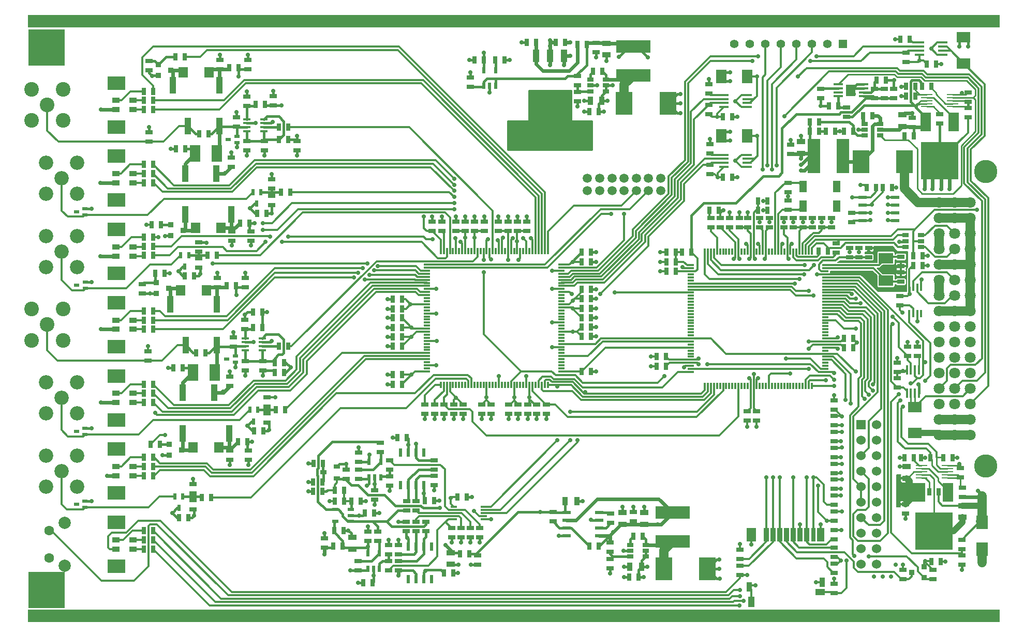
<source format=gtl>
G04 (created by PCBNEW (2013-07-07 BZR 4022)-stable) date 20/12/2013 15:35:01*
%MOIN*%
G04 Gerber Fmt 3.4, Leading zero omitted, Abs format*
%FSLAX34Y34*%
G01*
G70*
G90*
G04 APERTURE LIST*
%ADD10C,0.00590551*%
%ADD11R,6.25984X0.0787402*%
%ADD12R,0.0393701X0.011811*%
%ADD13R,0.011811X0.0393701*%
%ADD14R,0.045X0.025*%
%ADD15R,0.025X0.045*%
%ADD16R,0.036X0.036*%
%ADD17R,0.0858X0.0709*%
%ADD18R,0.0512X0.0748*%
%ADD19R,0.075X0.0098*%
%ADD20R,0.075X0.085*%
%ADD21R,0.0394X0.0276*%
%ADD22R,0.0551X0.0236*%
%ADD23R,0.055X0.035*%
%ADD24R,0.1102X0.1516*%
%ADD25R,0.06X0.06*%
%ADD26C,0.06*%
%ADD27R,0.065X0.12*%
%ADD28R,0.24X0.24*%
%ADD29R,0.0157X0.0591*%
%ADD30C,0.0787*%
%ADD31C,0.063*%
%ADD32R,0.0492X0.0335*%
%ADD33C,0.0709*%
%ADD34C,0.1496*%
%ADD35R,0.0945X0.0669*%
%ADD36R,0.1181X0.0906*%
%ADD37R,0.015X0.05*%
%ADD38C,0.0276*%
%ADD39R,0.063X0.0157*%
%ADD40R,0.0618X0.0744*%
%ADD41R,0.055X0.055*%
%ADD42C,0.055*%
%ADD43R,0.0787402X0.224409*%
%ADD44C,0.0925*%
%ADD45R,0.23622X0.23622*%
%ADD46R,0.0295X0.0866*%
%ADD47R,0.0335X0.0866*%
%ADD48R,0.0512X0.0866*%
%ADD49R,0.063X0.0866*%
%ADD50R,0.0354X0.063*%
%ADD51R,0.061X0.0433*%
%ADD52R,0.0433X0.065*%
%ADD53R,0.0354X0.0591*%
%ADD54R,0.0709X0.0858*%
%ADD55R,0.0236X0.0394*%
%ADD56R,0.0472441X0.015748*%
%ADD57R,0.0433X0.0236*%
%ADD58R,0.0236X0.0433*%
%ADD59R,0.0394X0.0315*%
%ADD60R,0.144X0.08*%
%ADD61R,0.04X0.08*%
%ADD62R,0.0236X0.0551*%
%ADD63R,0.0591X0.0157*%
%ADD64R,0.07X0.11*%
%ADD65R,0.035X0.055*%
%ADD66R,0.0354X0.0197*%
%ADD67R,0.224409X0.0787402*%
%ADD68R,0.0393701X0.110236*%
%ADD69R,0.0590551X0.0669291*%
%ADD70C,0.0945*%
%ADD71C,0.0590551*%
%ADD72C,0.0275591*%
%ADD73C,0.011811*%
%ADD74C,0.023622*%
%ADD75C,0.015748*%
%ADD76C,0.0393701*%
%ADD77C,0.0098*%
%ADD78C,0.0394*%
%ADD79C,0.0157*%
%ADD80C,0.0139764*%
%ADD81C,0.00984252*%
%ADD82C,0.0236*%
%ADD83C,0.0591*%
%ADD84C,0.0118*%
%ADD85C,0.0590551*%
%ADD86C,0.00787402*%
%ADD87C,0.01*%
G04 APERTURE END LIST*
G54D10*
G54D11*
X51181Y-20196D03*
G54D12*
X71259Y-42814D03*
X71259Y-42618D03*
X71259Y-42421D03*
X71259Y-42224D03*
X71259Y-42027D03*
X71259Y-41830D03*
X71259Y-41633D03*
X71259Y-41437D03*
X71259Y-41240D03*
X71259Y-41043D03*
X71259Y-40846D03*
X71259Y-40649D03*
X71259Y-40452D03*
X71259Y-40255D03*
X71259Y-40059D03*
X71259Y-39862D03*
X71259Y-39665D03*
X71259Y-39468D03*
X71259Y-39271D03*
X71259Y-39074D03*
X71259Y-38877D03*
X71259Y-38681D03*
X71259Y-38484D03*
X71259Y-38287D03*
X71259Y-38090D03*
X71259Y-37893D03*
X71259Y-37696D03*
X71259Y-37500D03*
X71259Y-37303D03*
X71259Y-37106D03*
X71259Y-36909D03*
X71259Y-36712D03*
X71259Y-36515D03*
X71259Y-36318D03*
X71259Y-36122D03*
X71259Y-35925D03*
G54D13*
X70374Y-35039D03*
X70177Y-35039D03*
X69980Y-35039D03*
X69783Y-35039D03*
X69586Y-35039D03*
X69389Y-35039D03*
X69192Y-35039D03*
X68996Y-35039D03*
X68799Y-35039D03*
X68602Y-35039D03*
X68405Y-35039D03*
X68208Y-35039D03*
X68011Y-35039D03*
X67814Y-35039D03*
X67618Y-35039D03*
X67421Y-35039D03*
X67224Y-35039D03*
X67027Y-35039D03*
X66830Y-35039D03*
X66633Y-35039D03*
X66437Y-35039D03*
X66240Y-35039D03*
X66043Y-35039D03*
X65846Y-35039D03*
X65649Y-35039D03*
X65452Y-35039D03*
X65255Y-35039D03*
X65059Y-35039D03*
X64862Y-35039D03*
X64665Y-35039D03*
X64468Y-35039D03*
X64271Y-35039D03*
X64074Y-35039D03*
X63877Y-35039D03*
X63681Y-35039D03*
X63484Y-35039D03*
G54D12*
X62598Y-35925D03*
X62598Y-36122D03*
X62598Y-36318D03*
X62598Y-36515D03*
X62598Y-36712D03*
X62598Y-36909D03*
X62598Y-37106D03*
X62598Y-37303D03*
X62598Y-37500D03*
X62598Y-37696D03*
X62598Y-37893D03*
X62598Y-38090D03*
X62598Y-38287D03*
X62598Y-38484D03*
X62598Y-38681D03*
X62598Y-38877D03*
X62598Y-39074D03*
X62598Y-39271D03*
X62598Y-39468D03*
X62598Y-39665D03*
X62598Y-39862D03*
X62598Y-40059D03*
X62598Y-40255D03*
X62598Y-40452D03*
X62598Y-40649D03*
X62598Y-40846D03*
X62598Y-41043D03*
X62598Y-41240D03*
X62598Y-41437D03*
X62598Y-41633D03*
X62598Y-41830D03*
X62598Y-42027D03*
X62598Y-42224D03*
X62598Y-42421D03*
X62598Y-42618D03*
X62598Y-42814D03*
G54D13*
X63484Y-43700D03*
X63681Y-43700D03*
X63877Y-43700D03*
X64074Y-43700D03*
X64271Y-43700D03*
X64468Y-43700D03*
X64665Y-43700D03*
X64862Y-43700D03*
X65059Y-43700D03*
X65255Y-43700D03*
X65452Y-43700D03*
X65649Y-43700D03*
X65846Y-43700D03*
X66043Y-43700D03*
X66240Y-43700D03*
X66437Y-43700D03*
X66633Y-43700D03*
X66830Y-43700D03*
X67027Y-43700D03*
X67224Y-43700D03*
X67421Y-43700D03*
X67618Y-43700D03*
X67814Y-43700D03*
X68011Y-43700D03*
X68208Y-43700D03*
X68405Y-43700D03*
X68602Y-43700D03*
X68799Y-43700D03*
X68996Y-43700D03*
X69192Y-43700D03*
X69389Y-43700D03*
X69586Y-43700D03*
X69783Y-43700D03*
X69980Y-43700D03*
X70177Y-43700D03*
X70374Y-43700D03*
G54D14*
X75649Y-25142D03*
X75649Y-24542D03*
G54D15*
X72091Y-25649D03*
X71491Y-25649D03*
G54D14*
X72814Y-35418D03*
X72814Y-34818D03*
G54D15*
X61599Y-35098D03*
X60999Y-35098D03*
G54D14*
X70413Y-33488D03*
X70413Y-32888D03*
G54D15*
X63774Y-32381D03*
X64374Y-32381D03*
G54D14*
X73425Y-34818D03*
X73425Y-35418D03*
X72618Y-26362D03*
X72618Y-25762D03*
G54D15*
X62022Y-35098D03*
X62622Y-35098D03*
G54D14*
X69192Y-33488D03*
X69192Y-32888D03*
X76240Y-56185D03*
X76240Y-55585D03*
G54D15*
X78085Y-55059D03*
X78685Y-55059D03*
G54D14*
X78169Y-55566D03*
X78169Y-56166D03*
G54D16*
X77604Y-55398D03*
X77604Y-56098D03*
X76804Y-55748D03*
G54D17*
X77007Y-45071D03*
X77007Y-46741D03*
G54D18*
X69802Y-32106D03*
X71968Y-32106D03*
X71968Y-30846D03*
X69802Y-30846D03*
G54D14*
X71811Y-46688D03*
X71811Y-47288D03*
X71811Y-51806D03*
X71811Y-52406D03*
X71811Y-49759D03*
X71811Y-50359D03*
X71811Y-48735D03*
X71811Y-49335D03*
X71811Y-47711D03*
X71811Y-48311D03*
G54D19*
X79448Y-25696D03*
X79448Y-25499D03*
X79448Y-25302D03*
X79448Y-25105D03*
X79448Y-24908D03*
X77794Y-24908D03*
X77794Y-25105D03*
X77794Y-25302D03*
X77794Y-25499D03*
X77794Y-25696D03*
X79107Y-49651D03*
X79107Y-49454D03*
X79107Y-49257D03*
X79107Y-49060D03*
X79107Y-48863D03*
X77453Y-48863D03*
X77453Y-49060D03*
X77453Y-49257D03*
X77453Y-49454D03*
X77453Y-49651D03*
G54D20*
X81339Y-52526D03*
X81339Y-54246D03*
G54D21*
X77429Y-33995D03*
X77429Y-34370D03*
X77429Y-34745D03*
X76429Y-34745D03*
X76429Y-34370D03*
X76429Y-33995D03*
G54D22*
X73654Y-33033D03*
X75754Y-33033D03*
X73654Y-32533D03*
X73654Y-32033D03*
X73654Y-31533D03*
X75754Y-32533D03*
X75754Y-32033D03*
X75754Y-31533D03*
G54D23*
X76220Y-26976D03*
X76220Y-26226D03*
X76495Y-49667D03*
X76495Y-48917D03*
X69685Y-28701D03*
X69685Y-27951D03*
X80077Y-51437D03*
X80077Y-52187D03*
G54D15*
X73912Y-30905D03*
X74512Y-30905D03*
X74542Y-23996D03*
X75142Y-23996D03*
G54D14*
X74429Y-25142D03*
X74429Y-24542D03*
G54D15*
X77495Y-24396D03*
X78095Y-24396D03*
G54D14*
X80039Y-54660D03*
X80039Y-55260D03*
X78621Y-26783D03*
X78621Y-26183D03*
G54D15*
X75536Y-30905D03*
X74936Y-30905D03*
G54D14*
X80038Y-53638D03*
X80038Y-54238D03*
X75885Y-43223D03*
X75885Y-43823D03*
G54D15*
X78541Y-50556D03*
X77941Y-50556D03*
G54D14*
X80078Y-50891D03*
X80078Y-50291D03*
X80432Y-26389D03*
X80432Y-25789D03*
G54D15*
X78015Y-48347D03*
X77415Y-48347D03*
X71274Y-27283D03*
X71874Y-27283D03*
X76933Y-27578D03*
X76333Y-27578D03*
G54D14*
X65748Y-54266D03*
X65748Y-54866D03*
X65748Y-55929D03*
X65748Y-55329D03*
X71811Y-53007D03*
X71811Y-53607D03*
X71811Y-50782D03*
X71811Y-51382D03*
X71811Y-55172D03*
X71811Y-55772D03*
X71811Y-54748D03*
X71811Y-54148D03*
X71811Y-56471D03*
X71811Y-57071D03*
G54D15*
X70851Y-27283D03*
X70251Y-27283D03*
G54D14*
X71023Y-32888D03*
X71023Y-33488D03*
X71948Y-34503D03*
X71948Y-35103D03*
G54D15*
X71422Y-35000D03*
X70822Y-35000D03*
G54D14*
X67027Y-32888D03*
X67027Y-33488D03*
G54D15*
X79433Y-48346D03*
X78833Y-48346D03*
G54D14*
X72952Y-33134D03*
X72952Y-32534D03*
X70964Y-24542D03*
X70964Y-25142D03*
X79960Y-49630D03*
X79960Y-49030D03*
X69015Y-28764D03*
X69015Y-28164D03*
G54D15*
X60988Y-42440D03*
X60388Y-42440D03*
G54D14*
X71653Y-33488D03*
X71653Y-32888D03*
X64488Y-33488D03*
X64488Y-32888D03*
G54D15*
X72455Y-40649D03*
X73055Y-40649D03*
G54D14*
X68858Y-31747D03*
X68858Y-32347D03*
X68858Y-31205D03*
X68858Y-30605D03*
G54D15*
X76904Y-35944D03*
X77504Y-35944D03*
G54D14*
X75885Y-42819D03*
X75885Y-42219D03*
X66240Y-33488D03*
X66240Y-32888D03*
X65708Y-33488D03*
X65708Y-32888D03*
X66830Y-45349D03*
X66830Y-45949D03*
X71811Y-45240D03*
X71811Y-44640D03*
G54D15*
X73696Y-26279D03*
X74296Y-26279D03*
G54D14*
X71811Y-45664D03*
X71811Y-46264D03*
X76850Y-27000D03*
X76850Y-26400D03*
G54D15*
X76952Y-48347D03*
X76352Y-48347D03*
X77032Y-25026D03*
X76432Y-25026D03*
X61599Y-36318D03*
X60999Y-36318D03*
G54D14*
X80432Y-25366D03*
X80432Y-24766D03*
X75039Y-25142D03*
X75039Y-24542D03*
G54D15*
X77032Y-24396D03*
X76432Y-24396D03*
G54D14*
X76416Y-51354D03*
X76416Y-51954D03*
X74035Y-35418D03*
X74035Y-34818D03*
G54D15*
X60988Y-41830D03*
X60388Y-41830D03*
G54D14*
X66220Y-45349D03*
X66220Y-45949D03*
X65098Y-33488D03*
X65098Y-32888D03*
X68582Y-33488D03*
X68582Y-32888D03*
G54D15*
X72455Y-41259D03*
X73055Y-41259D03*
X66924Y-31771D03*
X67524Y-31771D03*
X66924Y-32381D03*
X67524Y-32381D03*
X61599Y-35708D03*
X60999Y-35708D03*
G54D14*
X69803Y-33488D03*
X69803Y-32888D03*
X67637Y-33488D03*
X67637Y-32888D03*
G54D24*
X73535Y-29259D03*
X76347Y-29259D03*
G54D25*
X73554Y-46210D03*
G54D26*
X74554Y-46210D03*
X73554Y-47210D03*
X74554Y-47210D03*
X73554Y-48210D03*
X74554Y-48210D03*
X73554Y-49210D03*
X74554Y-49210D03*
X73554Y-50210D03*
X74554Y-50210D03*
X73554Y-51210D03*
X74554Y-51210D03*
X73554Y-52210D03*
X74554Y-52210D03*
X73554Y-53210D03*
X74554Y-53210D03*
X73554Y-54210D03*
X74554Y-54210D03*
X73554Y-55210D03*
X74554Y-55210D03*
G54D27*
X79141Y-50596D03*
G54D28*
X78241Y-53096D03*
G54D27*
X77341Y-50596D03*
X79522Y-26680D03*
G54D28*
X78622Y-29180D03*
G54D27*
X77722Y-26680D03*
G54D29*
X76505Y-44174D03*
X76761Y-44174D03*
X77017Y-44174D03*
X77273Y-44174D03*
X77273Y-42678D03*
X77017Y-42678D03*
X76761Y-42678D03*
X76505Y-42678D03*
G54D14*
X76555Y-41196D03*
X76555Y-41796D03*
X77165Y-41797D03*
X77165Y-41197D03*
G54D30*
X22239Y-52559D03*
X22239Y-55315D03*
G54D31*
X21259Y-53051D03*
X21259Y-54823D03*
G54D15*
X27937Y-53051D03*
X27337Y-53051D03*
X27337Y-54232D03*
X27937Y-54232D03*
X27337Y-53641D03*
X27937Y-53641D03*
G54D32*
X25541Y-53642D03*
X25541Y-54232D03*
X26663Y-54232D03*
X26663Y-53642D03*
G54D33*
X80590Y-31870D03*
X80590Y-32870D03*
X80590Y-33870D03*
X80590Y-34870D03*
X80590Y-35870D03*
X80590Y-36870D03*
X80590Y-37870D03*
X80590Y-38870D03*
X80590Y-39870D03*
X80590Y-40870D03*
X80590Y-41870D03*
X80590Y-42870D03*
X80590Y-43870D03*
X80590Y-44870D03*
X80590Y-45870D03*
X80590Y-46870D03*
X79590Y-31870D03*
X79590Y-32870D03*
X79590Y-33870D03*
X79590Y-34870D03*
X79590Y-35870D03*
X79590Y-36870D03*
X79590Y-37870D03*
X79590Y-38870D03*
X79590Y-39870D03*
X79590Y-40870D03*
X79590Y-41870D03*
X79590Y-42870D03*
X79590Y-43870D03*
X79590Y-44870D03*
X79590Y-45870D03*
X79590Y-46870D03*
X78590Y-31870D03*
X78590Y-32870D03*
X78590Y-33870D03*
X78590Y-34870D03*
X78590Y-35870D03*
X78590Y-36870D03*
X78590Y-37870D03*
X78590Y-38870D03*
X78590Y-39870D03*
X78590Y-40870D03*
X78590Y-41870D03*
X78590Y-42870D03*
X78590Y-43870D03*
X78590Y-44870D03*
X78590Y-45870D03*
X78590Y-46870D03*
G54D34*
X81590Y-29870D03*
X81590Y-48870D03*
G54D15*
X76904Y-35314D03*
X77504Y-35314D03*
X27337Y-25885D03*
X27937Y-25885D03*
X27337Y-39468D03*
X27937Y-39468D03*
X27337Y-40059D03*
X27937Y-40059D03*
X27336Y-34705D03*
X27936Y-34705D03*
X27336Y-35296D03*
X27936Y-35296D03*
X27337Y-30019D03*
X27937Y-30019D03*
X27337Y-30610D03*
X27937Y-30610D03*
X27337Y-25295D03*
X27937Y-25295D03*
X27937Y-38877D03*
X27337Y-38877D03*
X27937Y-34114D03*
X27337Y-34114D03*
X27937Y-29429D03*
X27337Y-29429D03*
X27937Y-24704D03*
X27337Y-24704D03*
G54D32*
X25541Y-25295D03*
X25541Y-25885D03*
X26663Y-25885D03*
X26663Y-25295D03*
X25541Y-39468D03*
X25541Y-40058D03*
X26663Y-40058D03*
X26663Y-39468D03*
X25541Y-34744D03*
X25541Y-35334D03*
X26663Y-35334D03*
X26663Y-34744D03*
X25541Y-30019D03*
X25541Y-30609D03*
X26663Y-30609D03*
X26663Y-30019D03*
G54D14*
X76122Y-36392D03*
X76122Y-36992D03*
X76122Y-35988D03*
X76122Y-35388D03*
G54D35*
X75157Y-35472D03*
X75157Y-36928D03*
G54D14*
X63877Y-33488D03*
X63877Y-32888D03*
G54D36*
X25590Y-52520D03*
X25590Y-55354D03*
X25590Y-24173D03*
X25590Y-27007D03*
G54D37*
X76663Y-39038D03*
X76919Y-39038D03*
X77175Y-39038D03*
X77431Y-39038D03*
X77431Y-37338D03*
X77175Y-37338D03*
X76919Y-37338D03*
X76663Y-37338D03*
G54D38*
X72893Y-24645D03*
X73070Y-24409D03*
X72716Y-24881D03*
X72716Y-24409D03*
G54D39*
X73720Y-25029D03*
X73720Y-24773D03*
X73720Y-24517D03*
X73720Y-24261D03*
X72066Y-24261D03*
X72066Y-24517D03*
X72066Y-24773D03*
X72066Y-25029D03*
G54D40*
X72893Y-24645D03*
G54D38*
X73070Y-24881D03*
G54D11*
X51181Y-58543D03*
G54D41*
X72397Y-21653D03*
G54D42*
X71397Y-21653D03*
X70397Y-21653D03*
X69397Y-21653D03*
X68397Y-21653D03*
X67397Y-21653D03*
X66397Y-21653D03*
X65397Y-21653D03*
G54D15*
X70251Y-26673D03*
X70851Y-26673D03*
X72436Y-27283D03*
X73036Y-27283D03*
G54D43*
X72381Y-28897D03*
X70531Y-28897D03*
G54D21*
X74771Y-26810D03*
X74771Y-27185D03*
X74771Y-27560D03*
X73771Y-27560D03*
X73771Y-27185D03*
X73771Y-26810D03*
G54D15*
X27937Y-43602D03*
X27337Y-43602D03*
X27337Y-44783D03*
X27937Y-44783D03*
X27337Y-44192D03*
X27937Y-44192D03*
X27937Y-48326D03*
X27337Y-48326D03*
X27337Y-49507D03*
X27937Y-49507D03*
X27337Y-48917D03*
X27937Y-48917D03*
G54D44*
X21043Y-45492D03*
X21043Y-43484D03*
X23051Y-43484D03*
X23051Y-45492D03*
X22047Y-44488D03*
X21043Y-50216D03*
X21043Y-48208D03*
X23051Y-48208D03*
X23051Y-50216D03*
X22047Y-49212D03*
G54D32*
X25541Y-44193D03*
X25541Y-44783D03*
X26663Y-44783D03*
X26663Y-44193D03*
X25541Y-48917D03*
X25541Y-49507D03*
X26663Y-49507D03*
X26663Y-48917D03*
G54D36*
X25590Y-28897D03*
X25590Y-31731D03*
X25590Y-47795D03*
X25590Y-50629D03*
X25590Y-38346D03*
X25590Y-41180D03*
G54D44*
X21043Y-31318D03*
X21043Y-29310D03*
X23051Y-29310D03*
X23051Y-31318D03*
X22047Y-30314D03*
X21043Y-36043D03*
X21043Y-34035D03*
X23051Y-34035D03*
X23051Y-36043D03*
X22047Y-35039D03*
G54D36*
X25590Y-33622D03*
X25590Y-36456D03*
X25590Y-43071D03*
X25590Y-45905D03*
G54D45*
X21090Y-56870D03*
X21090Y-21870D03*
G54D46*
X70472Y-53307D03*
G54D47*
X70039Y-53307D03*
X69606Y-53307D03*
X69173Y-53307D03*
X68740Y-53307D03*
X68307Y-53307D03*
X67874Y-53307D03*
X67441Y-53307D03*
G54D48*
X70956Y-53307D03*
G54D49*
X66476Y-53307D03*
G54D50*
X71043Y-56397D03*
G54D51*
X70915Y-57027D03*
G54D52*
X66496Y-57647D03*
G54D53*
X66338Y-56693D03*
G54D12*
X47303Y-51515D03*
X47303Y-51712D03*
X47303Y-51909D03*
X47303Y-52106D03*
X47303Y-52303D03*
X49232Y-52303D03*
X49232Y-52106D03*
X49232Y-51909D03*
X49232Y-51712D03*
X49232Y-51515D03*
G54D54*
X66209Y-27598D03*
X64539Y-27598D03*
X66209Y-23759D03*
X64539Y-23759D03*
G54D17*
X80157Y-22901D03*
X80157Y-21231D03*
G54D55*
X29350Y-50846D03*
X29862Y-50846D03*
X29606Y-51594D03*
X34173Y-45255D03*
X34685Y-45255D03*
X34429Y-46003D03*
X29724Y-35275D03*
X30236Y-35275D03*
X29980Y-36023D03*
X34369Y-31200D03*
X34881Y-31200D03*
X34625Y-31948D03*
G54D16*
X28281Y-23696D03*
X28281Y-22996D03*
X29081Y-23346D03*
X29088Y-34031D03*
X29088Y-33331D03*
X29888Y-33681D03*
X28970Y-48184D03*
X28970Y-47484D03*
X29770Y-47834D03*
X28143Y-37751D03*
X28143Y-37051D03*
X28943Y-37401D03*
G54D56*
X34980Y-41407D03*
X34980Y-41151D03*
X34980Y-40895D03*
X34980Y-40639D03*
X33877Y-40639D03*
X33877Y-40895D03*
X33877Y-41151D03*
X33877Y-41407D03*
X35098Y-27273D03*
X35098Y-27017D03*
X35098Y-26761D03*
X35098Y-26505D03*
X33996Y-26505D03*
X33996Y-26761D03*
X33996Y-27017D03*
X33996Y-27273D03*
G54D21*
X59673Y-53975D03*
X59673Y-54350D03*
X59673Y-54725D03*
X58673Y-54725D03*
X58673Y-54350D03*
X58673Y-53975D03*
X57114Y-23955D03*
X57114Y-24330D03*
X57114Y-24705D03*
X56114Y-24705D03*
X56114Y-24330D03*
X56114Y-23955D03*
G54D57*
X40696Y-52441D03*
X40696Y-51691D03*
X39696Y-52441D03*
X40696Y-52066D03*
X39696Y-51691D03*
G54D58*
X41849Y-49614D03*
X42599Y-49614D03*
X41849Y-48614D03*
X42224Y-49614D03*
X42599Y-48614D03*
X49250Y-24358D03*
X50000Y-24358D03*
X49250Y-23358D03*
X49625Y-24358D03*
X50000Y-23358D03*
X41770Y-55519D03*
X42520Y-55519D03*
X41770Y-54519D03*
X42145Y-55519D03*
X42520Y-54519D03*
G54D59*
X38917Y-49291D03*
X39783Y-48916D03*
X39783Y-49666D03*
G54D60*
X53503Y-25000D03*
G54D61*
X53503Y-22400D03*
X52603Y-22400D03*
X54403Y-22400D03*
G54D22*
X54579Y-53368D03*
X56679Y-53368D03*
X54579Y-52868D03*
X54579Y-52368D03*
X54579Y-51868D03*
X56679Y-52868D03*
X56679Y-52368D03*
X56679Y-51868D03*
G54D62*
X45887Y-56187D03*
X45887Y-54087D03*
X45387Y-56187D03*
X44887Y-56187D03*
X44387Y-56187D03*
X45387Y-54087D03*
X44887Y-54087D03*
X44387Y-54087D03*
X43875Y-48024D03*
X43875Y-50124D03*
X44375Y-48024D03*
X44875Y-48024D03*
X45375Y-48024D03*
X44375Y-50124D03*
X44875Y-50124D03*
X45375Y-50124D03*
G54D63*
X66200Y-29576D03*
X66200Y-29320D03*
X66200Y-29064D03*
X66200Y-28808D03*
X64704Y-28808D03*
X64704Y-29064D03*
X64704Y-29320D03*
X64704Y-29576D03*
X66200Y-25718D03*
X66200Y-25462D03*
X66200Y-25206D03*
X66200Y-24950D03*
X64704Y-24950D03*
X64704Y-25206D03*
X64704Y-25462D03*
X64704Y-25718D03*
X78818Y-22332D03*
X78818Y-22076D03*
X78818Y-21820D03*
X78818Y-21564D03*
X77322Y-21564D03*
X77322Y-21820D03*
X77322Y-22076D03*
X77322Y-22332D03*
G54D64*
X32058Y-28720D03*
X30658Y-28720D03*
X31900Y-42854D03*
X30500Y-42854D03*
G54D65*
X59410Y-55374D03*
X58660Y-55374D03*
G54D23*
X57145Y-21613D03*
X57145Y-22363D03*
G54D65*
X54487Y-51161D03*
X55237Y-51161D03*
G54D23*
X59566Y-52638D03*
X59566Y-51888D03*
G54D65*
X56851Y-25314D03*
X56101Y-25314D03*
G54D23*
X58188Y-52638D03*
X58188Y-51888D03*
G54D14*
X46062Y-48499D03*
X46062Y-49099D03*
X45925Y-33725D03*
X45925Y-33125D03*
X41161Y-55614D03*
X41161Y-55014D03*
X43188Y-48518D03*
X43188Y-49118D03*
X43188Y-50162D03*
X43188Y-49562D03*
X46062Y-50122D03*
X46062Y-49522D03*
X42598Y-47377D03*
X42598Y-47977D03*
X44271Y-51756D03*
X44271Y-51156D03*
X41181Y-49709D03*
X41181Y-49109D03*
X44881Y-51756D03*
X44881Y-51156D03*
X42421Y-53105D03*
X42421Y-53705D03*
X55275Y-25339D03*
X55275Y-24739D03*
X27618Y-42071D03*
X27618Y-41471D03*
G54D15*
X33292Y-37244D03*
X32692Y-37244D03*
X36058Y-41161D03*
X36658Y-41161D03*
X33400Y-47322D03*
X34000Y-47322D03*
G54D14*
X33129Y-41166D03*
X33129Y-40566D03*
X46692Y-44916D03*
X46692Y-45516D03*
X55275Y-23715D03*
X55275Y-24315D03*
X44881Y-52475D03*
X44881Y-53075D03*
X46082Y-44916D03*
X46082Y-45516D03*
X63759Y-24847D03*
X63759Y-24247D03*
X63759Y-26166D03*
X63759Y-25566D03*
X45452Y-44916D03*
X45452Y-45516D03*
X46535Y-33125D03*
X46535Y-33725D03*
X43740Y-55614D03*
X43740Y-55014D03*
X45511Y-52475D03*
X45511Y-53075D03*
X43740Y-53971D03*
X43740Y-54571D03*
X35295Y-45487D03*
X35295Y-46087D03*
X43110Y-53971D03*
X43110Y-54571D03*
G54D15*
X76677Y-21358D03*
X76077Y-21358D03*
G54D14*
X27696Y-27957D03*
X27696Y-27357D03*
X33307Y-26992D03*
X33307Y-26392D03*
X76456Y-22800D03*
X76456Y-22200D03*
X30885Y-35487D03*
X30885Y-36087D03*
X30885Y-34463D03*
X30885Y-35063D03*
G54D15*
X32051Y-35275D03*
X31451Y-35275D03*
X36058Y-27027D03*
X36658Y-27027D03*
G54D14*
X35295Y-44463D03*
X35295Y-45063D03*
G54D15*
X36441Y-45255D03*
X35841Y-45255D03*
X33538Y-33208D03*
X34138Y-33208D03*
G54D14*
X30531Y-51077D03*
X30531Y-51677D03*
X30531Y-50054D03*
X30531Y-50654D03*
G54D15*
X33449Y-23169D03*
X32849Y-23169D03*
X31677Y-50905D03*
X31077Y-50905D03*
G54D14*
X76043Y-38508D03*
X76043Y-37908D03*
X63799Y-30044D03*
X63799Y-29444D03*
X43110Y-55614D03*
X43110Y-55014D03*
X53267Y-44916D03*
X53267Y-45516D03*
X35570Y-31432D03*
X35570Y-32032D03*
X35570Y-30388D03*
X35570Y-30988D03*
G54D15*
X36796Y-31200D03*
X36196Y-31200D03*
X48311Y-54547D03*
X47711Y-54547D03*
X39562Y-54055D03*
X40162Y-54055D03*
X55546Y-42775D03*
X56146Y-42775D03*
X38282Y-48700D03*
X38882Y-48700D03*
X55870Y-21673D03*
X55270Y-21673D03*
G54D14*
X53720Y-52465D03*
X53720Y-51865D03*
G54D15*
X56658Y-54035D03*
X56058Y-54035D03*
G54D14*
X57381Y-55496D03*
X57381Y-54896D03*
X57381Y-53814D03*
X57381Y-54414D03*
X63799Y-28705D03*
X63799Y-28105D03*
G54D15*
X43981Y-38740D03*
X43381Y-38740D03*
X43981Y-43602D03*
X43381Y-43602D03*
G54D14*
X51456Y-44916D03*
X51456Y-45516D03*
G54D15*
X43981Y-41161D03*
X43381Y-41161D03*
X43981Y-40551D03*
X43381Y-40551D03*
G54D14*
X47913Y-44916D03*
X47913Y-45516D03*
G54D15*
X55546Y-37480D03*
X56146Y-37480D03*
X55546Y-39921D03*
X56146Y-39921D03*
G54D14*
X48051Y-33725D03*
X48051Y-33125D03*
X52027Y-33725D03*
X52027Y-33125D03*
X48661Y-33725D03*
X48661Y-33125D03*
G54D15*
X55546Y-35708D03*
X56146Y-35708D03*
G54D14*
X52066Y-44916D03*
X52066Y-45516D03*
G54D15*
X43981Y-42992D03*
X43381Y-42992D03*
G54D14*
X34094Y-47869D03*
X34094Y-48469D03*
X56476Y-21570D03*
X56476Y-22170D03*
G54D15*
X29601Y-52224D03*
X30201Y-52224D03*
X34444Y-46614D03*
X35044Y-46614D03*
X29995Y-36614D03*
X30595Y-36614D03*
X77790Y-22933D03*
X78390Y-22933D03*
X64660Y-30236D03*
X65260Y-30236D03*
X52603Y-21535D03*
X52003Y-21535D03*
X53873Y-21535D03*
X54473Y-21535D03*
X34640Y-32578D03*
X35240Y-32578D03*
X49995Y-22696D03*
X50595Y-22696D03*
X49237Y-22696D03*
X48637Y-22696D03*
G54D14*
X48366Y-24414D03*
X48366Y-23814D03*
G54D15*
X64660Y-26358D03*
X65260Y-26358D03*
G54D14*
X52657Y-44916D03*
X52657Y-45516D03*
G54D15*
X56294Y-23425D03*
X56894Y-23425D03*
X56658Y-26003D03*
X56058Y-26003D03*
G54D14*
X50196Y-33725D03*
X50196Y-33125D03*
G54D15*
X55546Y-39311D03*
X56146Y-39311D03*
G54D14*
X49724Y-44916D03*
X49724Y-45516D03*
G54D15*
X43981Y-39330D03*
X43381Y-39330D03*
G54D14*
X50807Y-33725D03*
X50807Y-33125D03*
G54D15*
X55546Y-38700D03*
X56146Y-38700D03*
G54D14*
X49114Y-44916D03*
X49114Y-45516D03*
G54D15*
X43981Y-39940D03*
X43381Y-39940D03*
G54D14*
X49271Y-33725D03*
X49271Y-33125D03*
G54D15*
X55546Y-35098D03*
X56146Y-35098D03*
G54D14*
X41181Y-48626D03*
X41181Y-48026D03*
G54D15*
X38862Y-50531D03*
X38262Y-50531D03*
X40723Y-51141D03*
X41323Y-51141D03*
G54D14*
X38996Y-54158D03*
X38996Y-53558D03*
X48858Y-54660D03*
X48858Y-55260D03*
G54D15*
X39601Y-53051D03*
X40201Y-53051D03*
G54D14*
X41771Y-53705D03*
X41771Y-53105D03*
X40393Y-49709D03*
X40393Y-49109D03*
G54D15*
X44296Y-47047D03*
X43696Y-47047D03*
X42091Y-56417D03*
X41491Y-56417D03*
G54D14*
X42224Y-50448D03*
X42224Y-51048D03*
G54D15*
X45448Y-51102D03*
X46048Y-51102D03*
G54D14*
X44251Y-53075D03*
X44251Y-52475D03*
G54D15*
X46668Y-55787D03*
X47268Y-55787D03*
X41589Y-51929D03*
X42189Y-51929D03*
G54D14*
X33976Y-27908D03*
X33976Y-28508D03*
G54D15*
X30900Y-27440D03*
X31500Y-27440D03*
G54D14*
X32263Y-23272D03*
X32263Y-22672D03*
X34035Y-23272D03*
X34035Y-22672D03*
X33031Y-33735D03*
X33031Y-34335D03*
X34232Y-33735D03*
X34232Y-34335D03*
G54D15*
X30004Y-28405D03*
X29404Y-28405D03*
G54D14*
X32992Y-28991D03*
X32992Y-29591D03*
X35688Y-25614D03*
X35688Y-25014D03*
G54D15*
X43981Y-38129D03*
X43381Y-38129D03*
G54D14*
X37224Y-27928D03*
X37224Y-28528D03*
G54D15*
X58873Y-53405D03*
X59473Y-53405D03*
G54D14*
X58877Y-52445D03*
X58877Y-51845D03*
X57421Y-52563D03*
X57421Y-51963D03*
G54D15*
X59217Y-56062D03*
X58617Y-56062D03*
X47554Y-50866D03*
X48154Y-50866D03*
X38862Y-49901D03*
X38262Y-49901D03*
X30723Y-41574D03*
X31323Y-41574D03*
X34965Y-38956D03*
X34365Y-38956D03*
G54D14*
X32893Y-43125D03*
X32893Y-43725D03*
G54D15*
X29847Y-42539D03*
X29247Y-42539D03*
G54D14*
X33877Y-42121D03*
X33877Y-42721D03*
X32893Y-47888D03*
X32893Y-48488D03*
G54D15*
X36382Y-42834D03*
X35782Y-42834D03*
G54D14*
X33877Y-37347D03*
X33877Y-36747D03*
X32086Y-37347D03*
X32086Y-36747D03*
X47165Y-52869D03*
X47165Y-53469D03*
X51417Y-33725D03*
X51417Y-33125D03*
X47440Y-33725D03*
X47440Y-33125D03*
G54D15*
X55546Y-40531D03*
X56146Y-40531D03*
G54D14*
X48996Y-52869D03*
X48996Y-53469D03*
X48385Y-52869D03*
X48385Y-53469D03*
G54D15*
X55546Y-38090D03*
X56146Y-38090D03*
G54D14*
X47303Y-44916D03*
X47303Y-45516D03*
X50846Y-44916D03*
X50846Y-45516D03*
X47775Y-52869D03*
X47775Y-53469D03*
G54D24*
X60838Y-55531D03*
X63650Y-55531D03*
X58298Y-25492D03*
X61110Y-25492D03*
G54D66*
X33248Y-42185D03*
X33248Y-41791D03*
X32696Y-41988D03*
X33346Y-28011D03*
X33346Y-27617D03*
X32794Y-27814D03*
G54D67*
X61417Y-53740D03*
X61417Y-51889D03*
X58877Y-23681D03*
X58877Y-21830D03*
G54D68*
X32992Y-32657D03*
X30000Y-32657D03*
X32007Y-30019D03*
X30000Y-30019D03*
X29212Y-24311D03*
X32204Y-24311D03*
X30196Y-26948D03*
X32204Y-26948D03*
X29055Y-38444D03*
X32047Y-38444D03*
X30039Y-41082D03*
X32047Y-41082D03*
X32854Y-46771D03*
X29862Y-46771D03*
X31870Y-44133D03*
X29862Y-44133D03*
G54D69*
X29881Y-23484D03*
X31535Y-23484D03*
X29724Y-37559D03*
X31377Y-37559D03*
X30531Y-47677D03*
X32185Y-47677D03*
X30669Y-33523D03*
X32322Y-33523D03*
G54D66*
X23563Y-32677D03*
X23563Y-32283D03*
X23011Y-32480D03*
X23583Y-37421D03*
X23583Y-37027D03*
X23031Y-37224D03*
X23563Y-46850D03*
X23563Y-46456D03*
X23011Y-46653D03*
X23563Y-51555D03*
X23563Y-51161D03*
X23011Y-51358D03*
G54D15*
X27770Y-47480D03*
X28370Y-47480D03*
X28685Y-36437D03*
X28085Y-36437D03*
X27849Y-33326D03*
X28449Y-33326D03*
X29965Y-22480D03*
X29365Y-22480D03*
G54D14*
X27677Y-22751D03*
X27677Y-23351D03*
X27244Y-37160D03*
X27244Y-37760D03*
G54D12*
X45590Y-35885D03*
X45590Y-36082D03*
X45590Y-36279D03*
X45590Y-36476D03*
X45590Y-36673D03*
X45590Y-36870D03*
X45590Y-37066D03*
X45590Y-37263D03*
X45590Y-37460D03*
X45590Y-37657D03*
X45590Y-37854D03*
X45590Y-38051D03*
X45590Y-38248D03*
X45590Y-38444D03*
X45590Y-38641D03*
X45590Y-38838D03*
X45590Y-39035D03*
X45590Y-39232D03*
X45590Y-39429D03*
X45590Y-39625D03*
X45590Y-39822D03*
X45590Y-40019D03*
X45590Y-40216D03*
X45590Y-40413D03*
X45590Y-40610D03*
X45590Y-40807D03*
X45590Y-41003D03*
X45590Y-41200D03*
X45590Y-41397D03*
X45590Y-41594D03*
X45590Y-41791D03*
X45590Y-41988D03*
X45590Y-42185D03*
X45590Y-42381D03*
X45590Y-42578D03*
X45590Y-42775D03*
G54D13*
X46476Y-43661D03*
X46673Y-43661D03*
X46870Y-43661D03*
X47066Y-43661D03*
X47263Y-43661D03*
X47460Y-43661D03*
X47657Y-43661D03*
X47854Y-43661D03*
X48051Y-43661D03*
X48248Y-43661D03*
X48444Y-43661D03*
X48641Y-43661D03*
X48838Y-43661D03*
X49035Y-43661D03*
X49232Y-43661D03*
X49429Y-43661D03*
X49625Y-43661D03*
X49822Y-43661D03*
X50019Y-43661D03*
X50216Y-43661D03*
X50413Y-43661D03*
X50610Y-43661D03*
X50807Y-43661D03*
X51003Y-43661D03*
X51200Y-43661D03*
X51397Y-43661D03*
X51594Y-43661D03*
X51791Y-43661D03*
X51988Y-43661D03*
X52185Y-43661D03*
X52381Y-43661D03*
X52578Y-43661D03*
X52775Y-43661D03*
X52972Y-43661D03*
X53169Y-43661D03*
X53366Y-43661D03*
G54D12*
X54251Y-42775D03*
X54251Y-42578D03*
X54251Y-42381D03*
X54251Y-42185D03*
X54251Y-41988D03*
X54251Y-41791D03*
X54251Y-41594D03*
X54251Y-41397D03*
X54251Y-41200D03*
X54251Y-41003D03*
X54251Y-40807D03*
X54251Y-40610D03*
X54251Y-40413D03*
X54251Y-40216D03*
X54251Y-40019D03*
X54251Y-39822D03*
X54251Y-39625D03*
X54251Y-39429D03*
X54251Y-39232D03*
X54251Y-39035D03*
X54251Y-38838D03*
X54251Y-38641D03*
X54251Y-38444D03*
X54251Y-38248D03*
X54251Y-38051D03*
X54251Y-37854D03*
X54251Y-37657D03*
X54251Y-37460D03*
X54251Y-37263D03*
X54251Y-37066D03*
X54251Y-36870D03*
X54251Y-36673D03*
X54251Y-36476D03*
X54251Y-36279D03*
X54251Y-36082D03*
X54251Y-35885D03*
G54D13*
X53366Y-35000D03*
X53169Y-35000D03*
X52972Y-35000D03*
X52775Y-35000D03*
X52578Y-35000D03*
X52381Y-35000D03*
X52185Y-35000D03*
X51988Y-35000D03*
X51791Y-35000D03*
X51594Y-35000D03*
X51397Y-35000D03*
X51200Y-35000D03*
X51003Y-35000D03*
X50807Y-35000D03*
X50610Y-35000D03*
X50413Y-35000D03*
X50216Y-35000D03*
X50019Y-35000D03*
X49822Y-35000D03*
X49625Y-35000D03*
X49429Y-35000D03*
X49232Y-35000D03*
X49035Y-35000D03*
X48838Y-35000D03*
X48641Y-35000D03*
X48444Y-35000D03*
X48248Y-35000D03*
X48051Y-35000D03*
X47854Y-35000D03*
X47657Y-35000D03*
X47460Y-35000D03*
X47263Y-35000D03*
X47066Y-35000D03*
X46870Y-35000D03*
X46673Y-35000D03*
X46476Y-35000D03*
G54D15*
X39640Y-51141D03*
X40240Y-51141D03*
G54D70*
X20125Y-26594D03*
X20125Y-24586D03*
X22133Y-24586D03*
X22133Y-26594D03*
X21129Y-25590D03*
X20125Y-40767D03*
X20125Y-38759D03*
X22133Y-38759D03*
X22133Y-40767D03*
X21129Y-39763D03*
G54D15*
X40240Y-50452D03*
X39640Y-50452D03*
G54D71*
X60649Y-31102D03*
X60649Y-30314D03*
X59862Y-31102D03*
X59862Y-30314D03*
X59074Y-31102D03*
X59074Y-30314D03*
X58287Y-31102D03*
X58287Y-30314D03*
X57500Y-31102D03*
X57500Y-30314D03*
X56712Y-31102D03*
X56712Y-30314D03*
X55925Y-31102D03*
X55925Y-30314D03*
G54D14*
X35118Y-27908D03*
X35118Y-28508D03*
X35000Y-42121D03*
X35000Y-42721D03*
G54D23*
X40787Y-54233D03*
X40787Y-53483D03*
X47106Y-54467D03*
X47106Y-55217D03*
G54D15*
X35142Y-25551D03*
X34542Y-25551D03*
X34985Y-39940D03*
X34385Y-39940D03*
G54D14*
X33996Y-25654D03*
X33996Y-25054D03*
X33858Y-40044D03*
X33858Y-39444D03*
G54D15*
X36058Y-27814D03*
X36658Y-27814D03*
X35782Y-42204D03*
X36382Y-42204D03*
G54D72*
X54094Y-28110D03*
X52913Y-28110D03*
X54094Y-27322D03*
X52913Y-27322D03*
X54094Y-26535D03*
X52913Y-26535D03*
X54094Y-25748D03*
X52913Y-25748D03*
X53503Y-21417D03*
X53503Y-23031D03*
X54980Y-38700D03*
X44586Y-39940D03*
X53503Y-21771D03*
X49426Y-44448D03*
X50807Y-35570D03*
X57539Y-24330D03*
X57224Y-25314D03*
X56988Y-26003D03*
X59547Y-56062D03*
X59783Y-55374D03*
X76692Y-50590D03*
X76692Y-50984D03*
X76692Y-50196D03*
X76318Y-50984D03*
X76318Y-50590D03*
X76318Y-50196D03*
X35570Y-30059D03*
X34192Y-32244D03*
X31397Y-34468D03*
X29566Y-36318D03*
X35807Y-44448D03*
X34015Y-46279D03*
X30531Y-49724D03*
X49232Y-22224D03*
X29173Y-51909D03*
X76673Y-37795D03*
X69685Y-29055D03*
X69685Y-29448D03*
X69685Y-29822D03*
X73523Y-30748D03*
X75826Y-30905D03*
X65748Y-53917D03*
X66200Y-55925D03*
X72283Y-53011D03*
X72322Y-51811D03*
X72322Y-49763D03*
X72322Y-48740D03*
X72322Y-47696D03*
X72322Y-46673D03*
X71811Y-56141D03*
X72244Y-54980D03*
X65354Y-35531D03*
X67342Y-35531D03*
X66358Y-35531D03*
X63090Y-42303D03*
X66633Y-42952D03*
X70177Y-40846D03*
X77696Y-55000D03*
X76259Y-42755D03*
X67027Y-33149D03*
X69192Y-33149D03*
X72263Y-50787D03*
X74133Y-33031D03*
X72322Y-45669D03*
X79744Y-48346D03*
X76555Y-40885D03*
X77165Y-40885D03*
X64311Y-30236D03*
X24547Y-30610D03*
X24547Y-35334D03*
X24586Y-40059D03*
X24566Y-44783D03*
X24980Y-49507D03*
X24566Y-25885D03*
X75748Y-21358D03*
X53267Y-45846D03*
X47106Y-50964D03*
X45452Y-45846D03*
X46082Y-45846D03*
X59822Y-22500D03*
X63799Y-27775D03*
X64291Y-26358D03*
X77322Y-22716D03*
X57952Y-22480D03*
X63759Y-23917D03*
X45925Y-32795D03*
X56476Y-42775D03*
X47440Y-44468D03*
X44586Y-42992D03*
X54980Y-40215D03*
X44591Y-40551D03*
X52186Y-44448D03*
X54980Y-35708D03*
X54980Y-38208D03*
X44526Y-38445D03*
X48641Y-34153D03*
X48051Y-34153D03*
X51201Y-44448D03*
X51396Y-34389D03*
X36811Y-42519D03*
X37224Y-27598D03*
X33444Y-23759D03*
X34468Y-33208D03*
X33307Y-37834D03*
X34330Y-47322D03*
X38996Y-54566D03*
X57568Y-53139D03*
X60433Y-52638D03*
X37952Y-48700D03*
X35295Y-38956D03*
X36220Y-25610D03*
X52874Y-51865D03*
X27519Y-33326D03*
X35000Y-33208D03*
X50137Y-34330D03*
X47362Y-31929D03*
X42421Y-35984D03*
X41751Y-35826D03*
X31771Y-35807D03*
X29015Y-36437D03*
X28070Y-45452D03*
X28700Y-46870D03*
X69488Y-23759D03*
X66850Y-23759D03*
X68602Y-26299D03*
X66850Y-27598D03*
X50492Y-34153D03*
X47352Y-31525D03*
X53996Y-43740D03*
X53996Y-47224D03*
X47352Y-30344D03*
X52283Y-34173D03*
X47352Y-31131D03*
X51102Y-34173D03*
X47352Y-30738D03*
X51791Y-34173D03*
X49507Y-34232D03*
X47362Y-32303D03*
X35019Y-33641D03*
X28267Y-34114D03*
X36240Y-34429D03*
X35177Y-34429D03*
X35492Y-34074D03*
X36633Y-34074D03*
X45964Y-34232D03*
X47401Y-34192D03*
X42165Y-36259D03*
X41456Y-36122D03*
X41574Y-36850D03*
X40885Y-36712D03*
X41870Y-36555D03*
X41161Y-36417D03*
X54901Y-37795D03*
X56751Y-37795D03*
X66929Y-22440D03*
X70669Y-22440D03*
X70275Y-22755D03*
X66535Y-22755D03*
X44881Y-47460D03*
X32578Y-29980D03*
X41712Y-50137D03*
X34547Y-26751D03*
X43740Y-55944D03*
X32460Y-44074D03*
X34429Y-40885D03*
X40649Y-55610D03*
X46771Y-53996D03*
X42145Y-55964D03*
X45374Y-50649D03*
X42224Y-50059D03*
X41200Y-52066D03*
X44311Y-53503D03*
X48622Y-51791D03*
X46417Y-51594D03*
X41870Y-48149D03*
X44370Y-47519D03*
X41771Y-54074D03*
X45482Y-55659D03*
X70177Y-41318D03*
X65728Y-35531D03*
X73425Y-35078D03*
X68877Y-35531D03*
X66712Y-35531D03*
X66358Y-43208D03*
X63090Y-41948D03*
X74330Y-43602D03*
X75984Y-44251D03*
X74055Y-44271D03*
X76082Y-44665D03*
X73779Y-44547D03*
X76240Y-45039D03*
X81023Y-32362D03*
G54D38*
X77637Y-31024D03*
X79251Y-31024D03*
X78700Y-31024D03*
X78149Y-31024D03*
G54D72*
X55787Y-44114D03*
X55295Y-47224D03*
X57677Y-37696D03*
X45393Y-32795D03*
X49232Y-35590D03*
X49232Y-36397D03*
X71811Y-42893D03*
X77696Y-43366D03*
X60866Y-43090D03*
X63641Y-42303D03*
X73228Y-40000D03*
X76200Y-38976D03*
X68996Y-42913D03*
X67519Y-29488D03*
X73208Y-42795D03*
X77677Y-42185D03*
X71811Y-43700D03*
X76751Y-43543D03*
X74251Y-32027D03*
X70531Y-35925D03*
X72972Y-31535D03*
X72047Y-41318D03*
X54803Y-45374D03*
X54803Y-47224D03*
X68700Y-41948D03*
X67224Y-29744D03*
X74035Y-54704D03*
X71279Y-43346D03*
X81082Y-50492D03*
G54D38*
X81338Y-50828D03*
X81338Y-51182D03*
X81338Y-51576D03*
G54D72*
X68484Y-34547D03*
X67814Y-29744D03*
X75570Y-39251D03*
X73208Y-38070D03*
X75590Y-39704D03*
X73503Y-38366D03*
X65748Y-56889D03*
X74389Y-56003D03*
X71811Y-43307D03*
X65748Y-57283D03*
X74940Y-56003D03*
X72559Y-44606D03*
X74311Y-44015D03*
X75787Y-55236D03*
X65728Y-57874D03*
X75492Y-56003D03*
X65984Y-57578D03*
X72874Y-44862D03*
X68110Y-29488D03*
X72952Y-37795D03*
X72618Y-54980D03*
X73129Y-54685D03*
X43051Y-39330D03*
X28917Y-42539D03*
X33858Y-39114D03*
X35688Y-24685D03*
X33996Y-24724D03*
X35000Y-43051D03*
X37224Y-28858D03*
X35118Y-28838D03*
X47440Y-32795D03*
X39311Y-51141D03*
X23622Y-58464D03*
X25590Y-58464D03*
X27559Y-58464D03*
X29527Y-58464D03*
X31496Y-58464D03*
X33464Y-58464D03*
X35433Y-58464D03*
X37401Y-58464D03*
X39370Y-58464D03*
X41338Y-58464D03*
X43307Y-58464D03*
X45275Y-58464D03*
X47244Y-58464D03*
X49212Y-58464D03*
X55118Y-58464D03*
X57086Y-58464D03*
X59055Y-58464D03*
X61023Y-58464D03*
X62992Y-58464D03*
X64960Y-58464D03*
X66929Y-58464D03*
X68897Y-58464D03*
X70866Y-58464D03*
X72834Y-58464D03*
X74803Y-58464D03*
X76771Y-58464D03*
X78740Y-58464D03*
X80708Y-58464D03*
X21653Y-58464D03*
X21653Y-20275D03*
X80708Y-20275D03*
X78740Y-20275D03*
X76771Y-20275D03*
X74803Y-20275D03*
X72834Y-20275D03*
X70866Y-20275D03*
X68897Y-20275D03*
X66929Y-20275D03*
X64960Y-20275D03*
X62992Y-20275D03*
X61023Y-20275D03*
X59055Y-20275D03*
X57086Y-20275D03*
X55118Y-20275D03*
X49212Y-20275D03*
X47244Y-20275D03*
X45275Y-20275D03*
X43307Y-20275D03*
X41338Y-20275D03*
X39370Y-20275D03*
X37401Y-20275D03*
X35433Y-20275D03*
X33464Y-20275D03*
X31496Y-20275D03*
X29527Y-20275D03*
X27559Y-20275D03*
X25590Y-20275D03*
X23622Y-20275D03*
X49724Y-52303D03*
X49625Y-24783D03*
X50925Y-22696D03*
X48307Y-22696D03*
X48366Y-23484D03*
X46200Y-40807D03*
X53661Y-41200D03*
X50216Y-43070D03*
X46181Y-37460D03*
X49724Y-35551D03*
X46181Y-39035D03*
X46181Y-42381D03*
X47755Y-34429D03*
X53661Y-37460D03*
X53661Y-39625D03*
X53661Y-36279D03*
X51496Y-35570D03*
X51988Y-43070D03*
X27618Y-41141D03*
X27874Y-23700D03*
X27755Y-37755D03*
X52657Y-45846D03*
X52066Y-45846D03*
X51456Y-45846D03*
X50846Y-45846D03*
X49724Y-45846D03*
X49114Y-45846D03*
X47913Y-45846D03*
X47303Y-45846D03*
X46692Y-45846D03*
X43051Y-43602D03*
X43051Y-42992D03*
X43051Y-41161D03*
X43051Y-40551D03*
X43051Y-39940D03*
X43051Y-38740D03*
X43051Y-38129D03*
X46535Y-32795D03*
X48051Y-32795D03*
X48661Y-32795D03*
X49271Y-32795D03*
X50196Y-32795D03*
X50807Y-32795D03*
X51417Y-32795D03*
X52027Y-32795D03*
X56476Y-35098D03*
X56476Y-35708D03*
X56476Y-40531D03*
X56476Y-39921D03*
X56476Y-39311D03*
X56476Y-38700D03*
X56476Y-38090D03*
X56476Y-37480D03*
X23996Y-37027D03*
X23976Y-46456D03*
X23996Y-51161D03*
X77185Y-39547D03*
X30984Y-36496D03*
X23976Y-32283D03*
X51673Y-21535D03*
X30590Y-52086D03*
X35413Y-46535D03*
X35590Y-32578D03*
X28700Y-34035D03*
X34094Y-48799D03*
X32893Y-48818D03*
X28562Y-48188D03*
X32893Y-42795D03*
X33877Y-36417D03*
X32086Y-36417D03*
X34232Y-34665D03*
X33031Y-34665D03*
X34035Y-22342D03*
X32263Y-22342D03*
X32992Y-28661D03*
X29074Y-28405D03*
X35570Y-40826D03*
X33129Y-40236D03*
X33248Y-42519D03*
X33877Y-43051D03*
X35649Y-26673D03*
X33307Y-26062D03*
X33976Y-28838D03*
X33346Y-28326D03*
X27696Y-27027D03*
X65590Y-30236D03*
X65590Y-26358D03*
X65452Y-25334D03*
X65452Y-29192D03*
X65118Y-27874D03*
X65118Y-27322D03*
X65118Y-24035D03*
X65118Y-23484D03*
X80433Y-21811D03*
X79881Y-21811D03*
X78720Y-22933D03*
X78070Y-21948D03*
X56555Y-24330D03*
X54822Y-22401D03*
X54409Y-23031D03*
X54803Y-21535D03*
X56476Y-22500D03*
X57145Y-22736D03*
X55708Y-25314D03*
X55275Y-25669D03*
X55728Y-26003D03*
X61909Y-26102D03*
X61909Y-25492D03*
X61909Y-24881D03*
X57381Y-55826D03*
X55610Y-51161D03*
X54074Y-53366D03*
X56141Y-52362D03*
X64448Y-56141D03*
X64429Y-55531D03*
X64429Y-54921D03*
X58248Y-54350D03*
X58188Y-51515D03*
X58877Y-51515D03*
X59566Y-51515D03*
X58287Y-56062D03*
X58287Y-55374D03*
X47598Y-55787D03*
X62145Y-42500D03*
X47618Y-55236D03*
X48425Y-55255D03*
X40531Y-53051D03*
X38996Y-53228D03*
X48996Y-53799D03*
X48385Y-53799D03*
X47775Y-53799D03*
X47165Y-53799D03*
X48484Y-50866D03*
X41161Y-56417D03*
X43366Y-47047D03*
X41653Y-51141D03*
X37933Y-50531D03*
X37933Y-49901D03*
X40393Y-48759D03*
X43740Y-52480D03*
X42519Y-51929D03*
X41181Y-47696D03*
X42224Y-51377D03*
X43188Y-50492D03*
X46377Y-51102D03*
X46062Y-50452D03*
X41771Y-52775D03*
X43110Y-53641D03*
X43740Y-53641D03*
X51181Y-58464D03*
X53149Y-58464D03*
X53149Y-20275D03*
X51181Y-20275D03*
X81338Y-55118D03*
X70964Y-25649D03*
X75669Y-23996D03*
X76141Y-24409D03*
X76141Y-25019D03*
X76850Y-26102D03*
X69685Y-27598D03*
X69015Y-27854D03*
X73385Y-27185D03*
X72165Y-27283D03*
X80059Y-24803D03*
X76043Y-48917D03*
X76043Y-48346D03*
X78996Y-55059D03*
X76240Y-55236D03*
X66830Y-46338D03*
X66220Y-46338D03*
X60000Y-41830D03*
X60000Y-42440D03*
X60610Y-36318D03*
X60610Y-35708D03*
X60610Y-35098D03*
X66240Y-32519D03*
X65708Y-32519D03*
X65098Y-32519D03*
X64685Y-32381D03*
X72322Y-46259D03*
X73267Y-40925D03*
X70649Y-56397D03*
X66732Y-56594D03*
X66909Y-43208D03*
X71811Y-44330D03*
X62047Y-36043D03*
X69074Y-34547D03*
X66161Y-34547D03*
X66929Y-34547D03*
X72047Y-40570D03*
X67263Y-31771D03*
X67263Y-32381D03*
X67637Y-33149D03*
X71653Y-33149D03*
X71023Y-33149D03*
X70413Y-33149D03*
X69803Y-33149D03*
X68582Y-33149D03*
X68858Y-31476D03*
X74133Y-32539D03*
X75275Y-33031D03*
X75275Y-32539D03*
X75275Y-32027D03*
X75275Y-31535D03*
X69606Y-52657D03*
X70944Y-52657D03*
X66476Y-53956D03*
X74055Y-36515D03*
X80039Y-55570D03*
X76417Y-52283D03*
X77677Y-48346D03*
X75885Y-41909D03*
X79881Y-48759D03*
X70728Y-36515D03*
X74035Y-35078D03*
X72814Y-35078D03*
X75708Y-36181D03*
X77834Y-35944D03*
X77834Y-35314D03*
X76003Y-34409D03*
X77263Y-43602D03*
X77440Y-36850D03*
X72263Y-47283D03*
X72263Y-49330D03*
X72263Y-48307D03*
X72263Y-50354D03*
X70787Y-50157D03*
X69921Y-35905D03*
X71358Y-52421D03*
X70177Y-37578D03*
X67440Y-49606D03*
X69173Y-49606D03*
X69881Y-36515D03*
X70039Y-49606D03*
X70177Y-42618D03*
X67874Y-49606D03*
X69291Y-37106D03*
X70472Y-37874D03*
X70472Y-49606D03*
X68307Y-49606D03*
X69586Y-36811D03*
X57460Y-32618D03*
X58287Y-32618D03*
G54D73*
X50807Y-35000D02*
X50807Y-35570D01*
X50807Y-35000D02*
X50807Y-33725D01*
G54D74*
X53503Y-23031D02*
X53503Y-22400D01*
G54D73*
X55546Y-38700D02*
X54980Y-38700D01*
X54980Y-38700D02*
X54936Y-38700D01*
X54960Y-38700D02*
X54960Y-38725D01*
X54936Y-38700D02*
X54960Y-38700D01*
X54246Y-38640D02*
X54876Y-38640D01*
X54876Y-38640D02*
X54960Y-38725D01*
X54960Y-38725D02*
X55546Y-39311D01*
X49114Y-44916D02*
X49128Y-44916D01*
X49128Y-44916D02*
X49426Y-44618D01*
X49426Y-44618D02*
X49724Y-44916D01*
X43981Y-39940D02*
X44586Y-39940D01*
X44586Y-39940D02*
X44591Y-39940D01*
X45596Y-40020D02*
X44671Y-40020D01*
X44671Y-40020D02*
X44591Y-39940D01*
X44591Y-39940D02*
X43981Y-39330D01*
X50196Y-33725D02*
X50807Y-33725D01*
G54D74*
X53873Y-21535D02*
X53622Y-21535D01*
X53622Y-21535D02*
X53503Y-21417D01*
X53503Y-21417D02*
X53503Y-21771D01*
X53503Y-21771D02*
X53503Y-22400D01*
G54D73*
X49426Y-43655D02*
X49426Y-44448D01*
X49426Y-44448D02*
X49426Y-44618D01*
G54D75*
X57114Y-24705D02*
X57114Y-24330D01*
X57114Y-24330D02*
X57539Y-24330D01*
X56851Y-25314D02*
X56851Y-24968D01*
X56851Y-24968D02*
X57114Y-24705D01*
X56658Y-26003D02*
X56658Y-25508D01*
X56658Y-25508D02*
X56851Y-25314D01*
X56851Y-25314D02*
X57224Y-25314D01*
X56658Y-26003D02*
X56988Y-26003D01*
X59673Y-54725D02*
X59673Y-54350D01*
X59410Y-55374D02*
X59410Y-54988D01*
X59410Y-54988D02*
X59673Y-54725D01*
X59217Y-56062D02*
X59217Y-55567D01*
X59217Y-55567D02*
X59410Y-55374D01*
X59217Y-56062D02*
X59547Y-56062D01*
X59410Y-55374D02*
X59783Y-55374D01*
G54D76*
X76692Y-50984D02*
X76692Y-50590D01*
X76692Y-51077D02*
X76692Y-50590D01*
X76692Y-51077D02*
X76416Y-51354D01*
X76495Y-49667D02*
X76692Y-49864D01*
X76692Y-49864D02*
X76692Y-50196D01*
X77341Y-50596D02*
X76952Y-50984D01*
X76952Y-50984D02*
X76318Y-50984D01*
X77341Y-50596D02*
X77335Y-50590D01*
X77335Y-50590D02*
X76318Y-50590D01*
X77341Y-50596D02*
X76941Y-50196D01*
X76941Y-50196D02*
X76318Y-50196D01*
G54D77*
X76963Y-49257D02*
X76553Y-49667D01*
X76553Y-49667D02*
X76495Y-49667D01*
X77453Y-49257D02*
X76963Y-49257D01*
G54D78*
X77341Y-50443D02*
X77341Y-50596D01*
G54D75*
X35570Y-30388D02*
X35570Y-30059D01*
X31392Y-34463D02*
X31397Y-34468D01*
X30885Y-34463D02*
X31392Y-34463D01*
G54D73*
X35310Y-44448D02*
X35807Y-44448D01*
X35295Y-44463D02*
X35310Y-44448D01*
G54D75*
X30531Y-50054D02*
X30531Y-49724D01*
X49237Y-22696D02*
X49237Y-22229D01*
X49237Y-22229D02*
X49232Y-22224D01*
X49250Y-23358D02*
X49250Y-22710D01*
X49250Y-22710D02*
X49237Y-22696D01*
X29995Y-36614D02*
X29862Y-36614D01*
X29862Y-36023D02*
X29566Y-36318D01*
X29862Y-36023D02*
X29980Y-36023D01*
X29862Y-36614D02*
X29566Y-36318D01*
X29601Y-52224D02*
X29488Y-52224D01*
X29488Y-52224D02*
X29173Y-51909D01*
X29488Y-51594D02*
X29173Y-51909D01*
X29488Y-51594D02*
X29606Y-51594D01*
X34444Y-46614D02*
X34350Y-46614D01*
X34291Y-46003D02*
X34015Y-46279D01*
X34291Y-46003D02*
X34429Y-46003D01*
X34350Y-46614D02*
X34015Y-46279D01*
X34640Y-32578D02*
X34527Y-32578D01*
X34488Y-31948D02*
X34192Y-32244D01*
X34488Y-31948D02*
X34625Y-31948D01*
X34527Y-32578D02*
X34192Y-32244D01*
G54D73*
X25541Y-54232D02*
X25157Y-54232D01*
X26968Y-52401D02*
X28405Y-52401D01*
X26200Y-53169D02*
X26968Y-52401D01*
X25295Y-53169D02*
X26200Y-53169D01*
X25059Y-53405D02*
X25295Y-53169D01*
X25059Y-54133D02*
X25059Y-53405D01*
X25157Y-54232D02*
X25059Y-54133D01*
X65748Y-56102D02*
X64842Y-57007D01*
X64842Y-57007D02*
X33011Y-57007D01*
X33011Y-57007D02*
X28405Y-52401D01*
X65748Y-55929D02*
X65748Y-56102D01*
X76043Y-37908D02*
X76559Y-37908D01*
G54D75*
X76663Y-37785D02*
X76673Y-37795D01*
X76663Y-37785D02*
X76663Y-37338D01*
G54D73*
X76559Y-37908D02*
X76673Y-37795D01*
G54D74*
X69015Y-28764D02*
X69622Y-28764D01*
X69622Y-28764D02*
X69685Y-28701D01*
X69685Y-28701D02*
X70335Y-28701D01*
X70335Y-28701D02*
X70531Y-28897D01*
X69685Y-28701D02*
X69685Y-29055D01*
X70531Y-28897D02*
X70236Y-28897D01*
X70236Y-28897D02*
X69685Y-29448D01*
X70531Y-28897D02*
X70531Y-29192D01*
X70531Y-29192D02*
X69901Y-29822D01*
X69901Y-29822D02*
X69685Y-29822D01*
G54D75*
X70251Y-26673D02*
X70251Y-27283D01*
X70251Y-27283D02*
X70251Y-28617D01*
X70251Y-28617D02*
X70531Y-28897D01*
G54D73*
X73912Y-30905D02*
X73755Y-30748D01*
X73755Y-30748D02*
X73523Y-30748D01*
X75536Y-30905D02*
X75826Y-30905D01*
X65748Y-54266D02*
X65748Y-53917D01*
X65748Y-55929D02*
X66196Y-55929D01*
X66196Y-55929D02*
X66200Y-55925D01*
X71811Y-53007D02*
X72278Y-53007D01*
X72278Y-53007D02*
X72283Y-53011D01*
X71811Y-51806D02*
X72318Y-51806D01*
X72318Y-51806D02*
X72322Y-51811D01*
X71811Y-49759D02*
X72318Y-49759D01*
X72318Y-49759D02*
X72322Y-49763D01*
X71811Y-48735D02*
X72318Y-48735D01*
X72318Y-48735D02*
X72322Y-48740D01*
X71811Y-47711D02*
X72307Y-47711D01*
X72307Y-47711D02*
X72322Y-47696D01*
X71811Y-46688D02*
X72307Y-46688D01*
X72307Y-46688D02*
X72322Y-46673D01*
X71811Y-56471D02*
X71811Y-56141D01*
X71811Y-55172D02*
X72051Y-55172D01*
X72051Y-55172D02*
X72244Y-54980D01*
X72012Y-54748D02*
X71811Y-54748D01*
X72012Y-54748D02*
X72244Y-54980D01*
X65452Y-35039D02*
X65452Y-35433D01*
X65452Y-35433D02*
X65354Y-35531D01*
X67421Y-35039D02*
X67421Y-35452D01*
X67421Y-35452D02*
X67342Y-35531D01*
X66437Y-35039D02*
X66437Y-35452D01*
X66437Y-35452D02*
X66358Y-35531D01*
X62598Y-42224D02*
X63011Y-42224D01*
X63011Y-42224D02*
X63090Y-42303D01*
X66633Y-43700D02*
X66633Y-42952D01*
X62637Y-42224D02*
X61205Y-42224D01*
X61205Y-42224D02*
X60988Y-42440D01*
X66633Y-43700D02*
X66633Y-45152D01*
X66633Y-45152D02*
X66830Y-45349D01*
X71259Y-40846D02*
X70177Y-40846D01*
X77696Y-55000D02*
X77696Y-55093D01*
X77696Y-55093D02*
X78169Y-55566D01*
X77696Y-55000D02*
X78026Y-55000D01*
X77604Y-55092D02*
X77696Y-55000D01*
X77604Y-55398D02*
X77604Y-55092D01*
X78026Y-55000D02*
X78085Y-55059D01*
X76259Y-42819D02*
X76259Y-42755D01*
X76259Y-42819D02*
X76363Y-42819D01*
X71259Y-40846D02*
X72259Y-40846D01*
X72259Y-40846D02*
X72455Y-40649D01*
X65452Y-35039D02*
X65452Y-34448D01*
X64488Y-33484D02*
X64488Y-33488D01*
X65452Y-34448D02*
X64488Y-33484D01*
X66240Y-33488D02*
X65708Y-33488D01*
X66437Y-35039D02*
X66437Y-33897D01*
X66240Y-33700D02*
X66240Y-33488D01*
X66437Y-33897D02*
X66240Y-33700D01*
X67027Y-32888D02*
X67027Y-33149D01*
X67421Y-35039D02*
X67421Y-33705D01*
X67421Y-33705D02*
X67637Y-33488D01*
X69192Y-32888D02*
X69192Y-33149D01*
X71811Y-50782D02*
X72259Y-50782D01*
X72259Y-50782D02*
X72263Y-50787D01*
X73654Y-33033D02*
X74131Y-33033D01*
X74131Y-33033D02*
X74133Y-33031D01*
X73654Y-33033D02*
X73053Y-33033D01*
X73053Y-33033D02*
X72952Y-33134D01*
X71811Y-45240D02*
X71894Y-45240D01*
X71894Y-45240D02*
X72322Y-45669D01*
X71811Y-45664D02*
X72318Y-45664D01*
X72318Y-45664D02*
X72322Y-45669D01*
X79433Y-48346D02*
X79744Y-48346D01*
X75885Y-42819D02*
X75885Y-43223D01*
X75885Y-42819D02*
X76259Y-42819D01*
X76363Y-42819D02*
X76505Y-42678D01*
X76555Y-41196D02*
X76555Y-40885D01*
X76663Y-37338D02*
X76663Y-36186D01*
X76663Y-36186D02*
X76904Y-35944D01*
X77165Y-41197D02*
X77165Y-40886D01*
X77165Y-40886D02*
X77165Y-40885D01*
G54D75*
X71417Y-26181D02*
X72145Y-26181D01*
X62622Y-32731D02*
X63425Y-31929D01*
X63425Y-31929D02*
X65492Y-31929D01*
X65492Y-31929D02*
X67244Y-30177D01*
X67244Y-30177D02*
X68248Y-30177D01*
X68248Y-30177D02*
X68464Y-29960D01*
X68464Y-29960D02*
X68464Y-27086D01*
X68464Y-27086D02*
X69370Y-26181D01*
X69370Y-26181D02*
X71417Y-26181D01*
X62622Y-35098D02*
X62622Y-32731D01*
X73853Y-25142D02*
X74429Y-25142D01*
X72933Y-26062D02*
X73853Y-25142D01*
X72263Y-26062D02*
X72933Y-26062D01*
X72145Y-26181D02*
X72263Y-26062D01*
X75039Y-25142D02*
X75649Y-25142D01*
X74429Y-25142D02*
X75039Y-25142D01*
X73720Y-25029D02*
X74316Y-25029D01*
X74316Y-25029D02*
X74429Y-25142D01*
G54D73*
X62598Y-36318D02*
X62893Y-36318D01*
X63011Y-35487D02*
X62622Y-35098D01*
X63011Y-36200D02*
X63011Y-35487D01*
X62893Y-36318D02*
X63011Y-36200D01*
X62598Y-36318D02*
X61599Y-36318D01*
G54D75*
X50481Y-23877D02*
X54492Y-23877D01*
X50011Y-23877D02*
X50481Y-23877D01*
X54654Y-23715D02*
X55158Y-23715D01*
X54492Y-23877D02*
X54654Y-23715D01*
X50000Y-24358D02*
X50000Y-23877D01*
X50000Y-23877D02*
X50011Y-23877D01*
G54D74*
X25541Y-30610D02*
X24547Y-30610D01*
X25541Y-30610D02*
X25541Y-30609D01*
X25541Y-35334D02*
X24547Y-35334D01*
X25541Y-35334D02*
X25541Y-35334D01*
X25541Y-40059D02*
X24586Y-40059D01*
X25541Y-40059D02*
X25541Y-40058D01*
X25541Y-44783D02*
X24566Y-44783D01*
X25541Y-44783D02*
X25541Y-44783D01*
X24980Y-49507D02*
X25541Y-49507D01*
X24980Y-49507D02*
X24980Y-49507D01*
X25541Y-25885D02*
X24566Y-25885D01*
X25541Y-25885D02*
X25541Y-25885D01*
G54D73*
X75748Y-21358D02*
X76077Y-21358D01*
G54D75*
X53267Y-45516D02*
X53267Y-45846D01*
G54D73*
X47554Y-50866D02*
X47204Y-50866D01*
X47106Y-51318D02*
X47106Y-50964D01*
X47106Y-51318D02*
X47303Y-51515D01*
X47204Y-50866D02*
X47106Y-50964D01*
X43981Y-43602D02*
X43981Y-43597D01*
X43981Y-43597D02*
X44586Y-42992D01*
X43981Y-42992D02*
X44586Y-42992D01*
X55546Y-35098D02*
X55546Y-35142D01*
X55546Y-35142D02*
X54980Y-35708D01*
X43981Y-41161D02*
X44591Y-40551D01*
X43981Y-40551D02*
X44591Y-40551D01*
G54D75*
X45452Y-45516D02*
X45452Y-45846D01*
X46082Y-45516D02*
X46082Y-45846D01*
X49250Y-24358D02*
X49195Y-24414D01*
X49195Y-24414D02*
X48366Y-24414D01*
X50011Y-23877D02*
X49448Y-23877D01*
X49250Y-24075D02*
X49250Y-24358D01*
X49448Y-23877D02*
X49250Y-24075D01*
X59153Y-21830D02*
X59822Y-22500D01*
X58877Y-21830D02*
X59153Y-21830D01*
X63799Y-27775D02*
X63799Y-28105D01*
X58602Y-21830D02*
X57952Y-22480D01*
X58877Y-21830D02*
X58602Y-21830D01*
X63759Y-24247D02*
X63759Y-23917D01*
X45925Y-32795D02*
X45925Y-33125D01*
X56476Y-42775D02*
X56146Y-42775D01*
G54D73*
X54246Y-40215D02*
X54980Y-40215D01*
X54980Y-40215D02*
X55252Y-40215D01*
X45596Y-38445D02*
X44526Y-38445D01*
X55546Y-35708D02*
X54980Y-35708D01*
X54980Y-35708D02*
X54936Y-35708D01*
X54759Y-35885D02*
X54936Y-35708D01*
X54936Y-35708D02*
X55546Y-35098D01*
X55546Y-38090D02*
X55098Y-38090D01*
X55098Y-38090D02*
X55118Y-38070D01*
X54246Y-38445D02*
X54743Y-38445D01*
X55546Y-37642D02*
X55546Y-37480D01*
X55118Y-38070D02*
X55546Y-37642D01*
X55252Y-40215D02*
X55546Y-40510D01*
X55546Y-40510D02*
X55546Y-40531D01*
X55252Y-40215D02*
X55546Y-39921D01*
X52657Y-44916D02*
X52534Y-44916D01*
X52534Y-44916D02*
X52186Y-44568D01*
X52186Y-44568D02*
X52186Y-44797D01*
X52186Y-44797D02*
X52066Y-44916D01*
X50846Y-44916D02*
X50945Y-44916D01*
X50945Y-44916D02*
X51201Y-44661D01*
X47303Y-44916D02*
X47303Y-44606D01*
X47303Y-44606D02*
X47440Y-44468D01*
X47440Y-44468D02*
X47450Y-44458D01*
X47908Y-44916D02*
X47913Y-44916D01*
X47066Y-44074D02*
X47450Y-44458D01*
X47450Y-44458D02*
X47908Y-44916D01*
X44807Y-42775D02*
X43981Y-43602D01*
X43981Y-38129D02*
X44210Y-38129D01*
X44210Y-38129D02*
X44526Y-38445D01*
X44232Y-38740D02*
X43981Y-38740D01*
X44526Y-38445D02*
X44232Y-38740D01*
X45596Y-40215D02*
X44926Y-40215D01*
X44926Y-40215D02*
X43981Y-41161D01*
X48051Y-33725D02*
X47440Y-33725D01*
X48661Y-33725D02*
X49271Y-33725D01*
X48641Y-35005D02*
X48641Y-34232D01*
X48641Y-34153D02*
X48641Y-33745D01*
X48641Y-33745D02*
X48661Y-33725D01*
X48051Y-34153D02*
X48051Y-33725D01*
X48051Y-33725D02*
X48051Y-33725D01*
X63799Y-30044D02*
X64118Y-30044D01*
X64118Y-30044D02*
X64311Y-30236D01*
X64311Y-30236D02*
X64311Y-29970D01*
X64660Y-30236D02*
X64311Y-30236D01*
X64311Y-29970D02*
X64704Y-29576D01*
X64291Y-26358D02*
X63951Y-26358D01*
X63951Y-26358D02*
X63759Y-26166D01*
X64291Y-26358D02*
X64291Y-26132D01*
X64291Y-26132D02*
X64704Y-25718D01*
X64660Y-26358D02*
X64291Y-26358D01*
X76456Y-22800D02*
X77239Y-22800D01*
X77239Y-22800D02*
X77322Y-22716D01*
X77322Y-22716D02*
X77574Y-22716D01*
X77574Y-22716D02*
X77790Y-22933D01*
X77322Y-22716D02*
X77322Y-22716D01*
X77322Y-22332D02*
X77322Y-22716D01*
G54D75*
X55870Y-21673D02*
X55870Y-23003D01*
X55870Y-23003D02*
X55158Y-23715D01*
G54D74*
X56476Y-21570D02*
X55974Y-21570D01*
X55974Y-21570D02*
X55870Y-21673D01*
X57145Y-21613D02*
X57102Y-21570D01*
X57102Y-21570D02*
X56476Y-21570D01*
X58877Y-21830D02*
X58660Y-21613D01*
X58660Y-21613D02*
X57145Y-21613D01*
G54D73*
X52186Y-44448D02*
X52186Y-44568D01*
X48051Y-35005D02*
X48051Y-34153D01*
X47066Y-43655D02*
X47066Y-44074D01*
X45596Y-42775D02*
X44807Y-42775D01*
X54246Y-35885D02*
X54759Y-35885D01*
X52186Y-43655D02*
X52186Y-44448D01*
X54743Y-38445D02*
X54980Y-38208D01*
X54980Y-38208D02*
X55118Y-38070D01*
X48641Y-34232D02*
X48641Y-34153D01*
X51201Y-43655D02*
X51201Y-44448D01*
X51201Y-44448D02*
X51201Y-44661D01*
X51201Y-44661D02*
X51456Y-44916D01*
X51417Y-33725D02*
X52027Y-33725D01*
X51396Y-34389D02*
X51396Y-33746D01*
X51396Y-33746D02*
X51417Y-33725D01*
X51396Y-35005D02*
X51396Y-34389D01*
G54D75*
X72618Y-26362D02*
X72987Y-26362D01*
X73732Y-25617D02*
X76968Y-25617D01*
X72987Y-26362D02*
X73732Y-25617D01*
X77185Y-25834D02*
X76968Y-25617D01*
X76968Y-25617D02*
X76732Y-25381D01*
X77495Y-24207D02*
X77495Y-24396D01*
X77283Y-23996D02*
X77495Y-24207D01*
X76811Y-23996D02*
X77283Y-23996D01*
X76732Y-24074D02*
X76811Y-23996D01*
X76732Y-25381D02*
X76732Y-24074D01*
X76933Y-27578D02*
X76933Y-27083D01*
X76933Y-27083D02*
X76850Y-27000D01*
G54D74*
X76850Y-27000D02*
X77402Y-27000D01*
X77402Y-27000D02*
X77722Y-26680D01*
X76220Y-26976D02*
X76826Y-26976D01*
X76826Y-26976D02*
X76850Y-27000D01*
X74771Y-27185D02*
X76010Y-27185D01*
X76010Y-27185D02*
X76220Y-26976D01*
G54D79*
X77283Y-25499D02*
X77203Y-25499D01*
G54D77*
X77794Y-25499D02*
X77283Y-25499D01*
G54D79*
X77722Y-26371D02*
X77722Y-26680D01*
X77125Y-25774D02*
X77185Y-25834D01*
X77185Y-25834D02*
X77722Y-26371D01*
G54D77*
X77164Y-25538D02*
X77125Y-25577D01*
G54D79*
X77125Y-25577D02*
X77125Y-25577D01*
G54D77*
X77400Y-25302D02*
X77164Y-25538D01*
G54D79*
X77203Y-25499D02*
X77125Y-25577D01*
G54D77*
X77794Y-25302D02*
X77400Y-25302D01*
G54D79*
X77125Y-25577D02*
X77125Y-25774D01*
X77125Y-25774D02*
X77125Y-25774D01*
G54D75*
X36382Y-42834D02*
X36496Y-42834D01*
X36496Y-42204D02*
X36811Y-42519D01*
X36496Y-42204D02*
X36382Y-42204D01*
X36496Y-42834D02*
X36811Y-42519D01*
X37224Y-27928D02*
X37224Y-27598D01*
X36658Y-27814D02*
X37111Y-27814D01*
X37111Y-27814D02*
X37224Y-27928D01*
X33449Y-23755D02*
X33449Y-23169D01*
X33444Y-23759D02*
X33449Y-23755D01*
X34468Y-33208D02*
X34138Y-33208D01*
X33292Y-37819D02*
X33292Y-37244D01*
X33307Y-37834D02*
X33292Y-37819D01*
X38282Y-48700D02*
X37952Y-48700D01*
X34330Y-47322D02*
X34000Y-47322D01*
G54D74*
X54579Y-52368D02*
X55190Y-52368D01*
X60531Y-51003D02*
X61417Y-51889D01*
X56555Y-51003D02*
X60531Y-51003D01*
X55190Y-52368D02*
X56555Y-51003D01*
X38996Y-54566D02*
X38996Y-54158D01*
G54D75*
X34000Y-47322D02*
X34000Y-47775D01*
X34000Y-47775D02*
X34094Y-47869D01*
X33877Y-37347D02*
X33395Y-37347D01*
X33395Y-37347D02*
X33292Y-37244D01*
X34138Y-33208D02*
X34138Y-33641D01*
X34138Y-33641D02*
X34232Y-33735D01*
X34035Y-23272D02*
X33552Y-23272D01*
X33552Y-23272D02*
X33449Y-23169D01*
X56658Y-54035D02*
X56673Y-54035D01*
X56673Y-54035D02*
X57340Y-53368D01*
G54D74*
X58877Y-52445D02*
X58877Y-52638D01*
X57381Y-53814D02*
X57381Y-53409D01*
X57381Y-53409D02*
X57340Y-53368D01*
X59566Y-52638D02*
X58877Y-52638D01*
X58877Y-52638D02*
X58069Y-52638D01*
X57340Y-53368D02*
X56679Y-53368D01*
X58069Y-52638D02*
X57568Y-53139D01*
X57568Y-53139D02*
X57340Y-53368D01*
X59566Y-52638D02*
X60433Y-52638D01*
X60433Y-52638D02*
X60668Y-52638D01*
X60668Y-52638D02*
X61417Y-51889D01*
G54D75*
X38996Y-54158D02*
X39459Y-54158D01*
X39459Y-54158D02*
X39562Y-54055D01*
X34965Y-38956D02*
X34965Y-39921D01*
X34965Y-39921D02*
X34985Y-39940D01*
X34965Y-38956D02*
X35295Y-38956D01*
X35688Y-25614D02*
X36215Y-25614D01*
X36215Y-25614D02*
X36220Y-25610D01*
X35688Y-25614D02*
X35206Y-25614D01*
X35206Y-25614D02*
X35142Y-25551D01*
X48311Y-54547D02*
X48759Y-54547D01*
X48759Y-54547D02*
X48858Y-54448D01*
X53720Y-51865D02*
X52874Y-51865D01*
X52874Y-51865D02*
X51441Y-51865D01*
X48858Y-54448D02*
X48858Y-54660D01*
X51441Y-51865D02*
X48858Y-54448D01*
X54487Y-51161D02*
X54487Y-51775D01*
X54487Y-51775D02*
X54579Y-51868D01*
X54579Y-51868D02*
X53723Y-51868D01*
X53723Y-51868D02*
X53720Y-51865D01*
G54D73*
X29965Y-22480D02*
X30969Y-22480D01*
X31402Y-22047D02*
X43700Y-22047D01*
X43700Y-22047D02*
X52971Y-31317D01*
X52971Y-31317D02*
X52971Y-34997D01*
X52971Y-34997D02*
X52973Y-35000D01*
X52973Y-35000D02*
X52972Y-35000D01*
X30969Y-22480D02*
X31402Y-22047D01*
X29965Y-22480D02*
X30369Y-22480D01*
X47362Y-31929D02*
X36889Y-31929D01*
X36889Y-31929D02*
X35610Y-33208D01*
X27849Y-33326D02*
X27519Y-33326D01*
X35000Y-33208D02*
X35610Y-33208D01*
X50216Y-34409D02*
X50216Y-35005D01*
X50137Y-34330D02*
X50216Y-34409D01*
X33577Y-35826D02*
X34177Y-35826D01*
X45177Y-36279D02*
X44881Y-35984D01*
X44881Y-35984D02*
X42421Y-35984D01*
X41751Y-35826D02*
X34177Y-35826D01*
X45590Y-36279D02*
X45177Y-36279D01*
X33577Y-35826D02*
X31791Y-35826D01*
X31791Y-35826D02*
X31771Y-35807D01*
X31771Y-35807D02*
X31791Y-35826D01*
X28685Y-36437D02*
X29015Y-36437D01*
X28700Y-46870D02*
X28381Y-46870D01*
X28381Y-46870D02*
X27770Y-47480D01*
X28370Y-46870D02*
X28700Y-46870D01*
X37844Y-42942D02*
X37844Y-42116D01*
X36779Y-44007D02*
X37844Y-42942D01*
X34712Y-44007D02*
X36779Y-44007D01*
X33149Y-45570D02*
X34712Y-44007D01*
X28188Y-45570D02*
X33149Y-45570D01*
X28070Y-45452D02*
X28188Y-45570D01*
X45040Y-37855D02*
X45596Y-37855D01*
X44842Y-37657D02*
X45040Y-37855D01*
X42303Y-37657D02*
X44842Y-37657D01*
X37844Y-42116D02*
X42303Y-37657D01*
X79590Y-43870D02*
X80094Y-43366D01*
X70039Y-23208D02*
X69488Y-23759D01*
X69488Y-23759D02*
X69488Y-23759D01*
X75866Y-23208D02*
X70039Y-23208D01*
X76043Y-23385D02*
X75866Y-23208D01*
X77578Y-23385D02*
X76043Y-23385D01*
X77814Y-23622D02*
X77578Y-23385D01*
X80531Y-23622D02*
X77814Y-23622D01*
X81318Y-24409D02*
X80531Y-23622D01*
X81318Y-27480D02*
X81318Y-24409D01*
X80412Y-28387D02*
X81318Y-27480D01*
X80412Y-30569D02*
X80412Y-28387D01*
X81535Y-31692D02*
X80412Y-30569D01*
X81535Y-42854D02*
X81535Y-31692D01*
X81023Y-43366D02*
X81535Y-42854D01*
X80094Y-43366D02*
X81023Y-43366D01*
X66200Y-25462D02*
X66387Y-25462D01*
X66387Y-25462D02*
X66850Y-25000D01*
X66850Y-23759D02*
X66850Y-25000D01*
X66209Y-23759D02*
X66850Y-23759D01*
X66643Y-25206D02*
X66200Y-25206D01*
X66850Y-25000D02*
X66643Y-25206D01*
X79094Y-43366D02*
X79094Y-42598D01*
X79094Y-42598D02*
X79330Y-42362D01*
X79330Y-42362D02*
X80925Y-42362D01*
X80925Y-42362D02*
X81338Y-41948D01*
X81338Y-41948D02*
X81338Y-31791D01*
X81338Y-31791D02*
X80196Y-30649D01*
X80196Y-30649D02*
X80196Y-28307D01*
X80196Y-28307D02*
X81122Y-27381D01*
X81122Y-27381D02*
X81122Y-24507D01*
X81122Y-24507D02*
X80433Y-23818D01*
X80433Y-23818D02*
X77716Y-23818D01*
X77716Y-23818D02*
X77480Y-23582D01*
X77480Y-23582D02*
X75944Y-23582D01*
X75944Y-23582D02*
X75767Y-23405D01*
X75767Y-23405D02*
X71496Y-23405D01*
X71496Y-23405D02*
X68602Y-26299D01*
X78590Y-43870D02*
X79094Y-43366D01*
X66200Y-29320D02*
X66427Y-29320D01*
X66427Y-29320D02*
X66870Y-28877D01*
X66200Y-29064D02*
X66683Y-29064D01*
X66850Y-27598D02*
X66209Y-27598D01*
X66870Y-27578D02*
X66850Y-27598D01*
X66870Y-28877D02*
X66870Y-27578D01*
X66683Y-29064D02*
X66870Y-28877D01*
X80590Y-44870D02*
X81732Y-43728D01*
X81515Y-24260D02*
X80157Y-22901D01*
X81515Y-27578D02*
X81515Y-24260D01*
X80629Y-28464D02*
X81515Y-27578D01*
X80629Y-30492D02*
X80629Y-28464D01*
X81732Y-31594D02*
X80629Y-30492D01*
X81732Y-43728D02*
X81732Y-31594D01*
X78818Y-22076D02*
X79332Y-22076D01*
X78818Y-21820D02*
X79076Y-21820D01*
X79076Y-21820D02*
X79332Y-22076D01*
X79332Y-22076D02*
X80157Y-22901D01*
X50416Y-35005D02*
X50416Y-34229D01*
X50416Y-34229D02*
X50492Y-34153D01*
X47027Y-31200D02*
X47352Y-31525D01*
X36796Y-31200D02*
X47027Y-31200D01*
X32051Y-35275D02*
X34842Y-35275D01*
X34842Y-35275D02*
X37598Y-32519D01*
X47066Y-32833D02*
X47066Y-35005D01*
X46751Y-32519D02*
X47066Y-32833D01*
X37598Y-32519D02*
X46751Y-32519D01*
X45596Y-41595D02*
X40101Y-41595D01*
X40101Y-41595D02*
X36441Y-45255D01*
X48248Y-43661D02*
X48248Y-43366D01*
X44232Y-45157D02*
X40000Y-45157D01*
X46141Y-43248D02*
X44232Y-45157D01*
X48129Y-43248D02*
X46141Y-43248D01*
X48248Y-43366D02*
X48129Y-43248D01*
X31677Y-50905D02*
X34251Y-50905D01*
X34251Y-50905D02*
X40000Y-45157D01*
X49232Y-51515D02*
X49704Y-51515D01*
X53996Y-43740D02*
X53996Y-43661D01*
X53996Y-47224D02*
X53996Y-47224D01*
X49704Y-51515D02*
X53996Y-47224D01*
X53366Y-43661D02*
X53996Y-43661D01*
X53996Y-43661D02*
X54881Y-43661D01*
X63681Y-44074D02*
X63681Y-43700D01*
X63346Y-44409D02*
X63681Y-44074D01*
X55629Y-44409D02*
X63346Y-44409D01*
X54881Y-43661D02*
X55629Y-44409D01*
X62598Y-41240D02*
X57081Y-41240D01*
X57081Y-41240D02*
X55546Y-42775D01*
X55546Y-42775D02*
X55546Y-42775D01*
X54246Y-42775D02*
X55546Y-42775D01*
X27937Y-24704D02*
X27937Y-24355D01*
X27937Y-24355D02*
X27244Y-23661D01*
X27244Y-23661D02*
X27244Y-22519D01*
X53166Y-31217D02*
X53166Y-35005D01*
X43779Y-21830D02*
X53166Y-31217D01*
X27933Y-21830D02*
X43779Y-21830D01*
X27244Y-22519D02*
X27933Y-21830D01*
X27937Y-25885D02*
X32224Y-25885D01*
X32224Y-25885D02*
X33917Y-24192D01*
X52576Y-31552D02*
X52576Y-35005D01*
X45216Y-24192D02*
X52576Y-31552D01*
X33917Y-24192D02*
X45216Y-24192D01*
X27937Y-25295D02*
X32500Y-25295D01*
X52778Y-35005D02*
X52776Y-35005D01*
X52778Y-31439D02*
X52778Y-35005D01*
X45334Y-23996D02*
X52778Y-31439D01*
X33799Y-23996D02*
X45334Y-23996D01*
X32500Y-25295D02*
X33799Y-23996D01*
X27933Y-29429D02*
X29291Y-30787D01*
X27937Y-29429D02*
X27933Y-29429D01*
X46161Y-29153D02*
X47352Y-30344D01*
X34488Y-29153D02*
X46161Y-29153D01*
X32854Y-30787D02*
X34488Y-29153D01*
X29291Y-30787D02*
X32854Y-30787D01*
X52381Y-34271D02*
X52381Y-35005D01*
X52283Y-34173D02*
X52381Y-34271D01*
X51003Y-35000D02*
X51003Y-34271D01*
X27972Y-30610D02*
X28543Y-31181D01*
X28543Y-31181D02*
X33051Y-31181D01*
X33051Y-31181D02*
X34629Y-29602D01*
X34629Y-29602D02*
X45822Y-29602D01*
X45822Y-29602D02*
X47352Y-31131D01*
X27937Y-30610D02*
X27972Y-30610D01*
X51003Y-34271D02*
X51102Y-34173D01*
X27937Y-30019D02*
X27933Y-30019D01*
X32952Y-30984D02*
X34566Y-29370D01*
X28897Y-30984D02*
X32952Y-30984D01*
X27933Y-30019D02*
X28897Y-30984D01*
X45984Y-29370D02*
X47352Y-30738D01*
X34566Y-29370D02*
X45984Y-29370D01*
X51986Y-34368D02*
X51986Y-35005D01*
X51791Y-34173D02*
X51986Y-34368D01*
X27937Y-34114D02*
X28267Y-34114D01*
X49426Y-34313D02*
X49426Y-35005D01*
X49507Y-34232D02*
X49426Y-34313D01*
X37283Y-32303D02*
X47362Y-32303D01*
X35944Y-33641D02*
X37283Y-32303D01*
X35019Y-33641D02*
X35944Y-33641D01*
X27936Y-35296D02*
X29014Y-35296D01*
X29014Y-35296D02*
X29547Y-34763D01*
X29547Y-34763D02*
X32440Y-34763D01*
X46873Y-35005D02*
X46871Y-35005D01*
X46873Y-35370D02*
X46873Y-35005D01*
X46771Y-35472D02*
X46873Y-35370D01*
X46279Y-35472D02*
X46771Y-35472D01*
X45236Y-34429D02*
X46279Y-35472D01*
X36240Y-34429D02*
X45236Y-34429D01*
X34606Y-35000D02*
X35177Y-34429D01*
X32677Y-35000D02*
X34606Y-35000D01*
X32440Y-34763D02*
X32677Y-35000D01*
X27936Y-34705D02*
X29113Y-34705D01*
X29783Y-34035D02*
X35492Y-34035D01*
X29113Y-34705D02*
X29783Y-34035D01*
X36633Y-34074D02*
X45374Y-34074D01*
X45531Y-34232D02*
X45964Y-34232D01*
X47461Y-34252D02*
X47461Y-35005D01*
X47401Y-34192D02*
X47461Y-34252D01*
X45374Y-34074D02*
X45531Y-34232D01*
X45058Y-36475D02*
X45596Y-36475D01*
X44842Y-36259D02*
X45058Y-36475D01*
X42165Y-36259D02*
X44842Y-36259D01*
X35787Y-36122D02*
X41456Y-36122D01*
X32696Y-39212D02*
X35787Y-36122D01*
X28700Y-39212D02*
X32696Y-39212D01*
X28366Y-38877D02*
X28700Y-39212D01*
X27937Y-38877D02*
X28366Y-38877D01*
X44823Y-36870D02*
X45596Y-36870D01*
X44803Y-36850D02*
X44823Y-36870D01*
X41574Y-36850D02*
X44803Y-36850D01*
X35787Y-36712D02*
X40885Y-36712D01*
X27937Y-40059D02*
X32440Y-40059D01*
X32440Y-40059D02*
X35787Y-36712D01*
X44963Y-36675D02*
X45596Y-36675D01*
X44842Y-36555D02*
X44963Y-36675D01*
X41870Y-36555D02*
X44842Y-36555D01*
X35787Y-36417D02*
X41161Y-36417D01*
X27937Y-39468D02*
X32736Y-39468D01*
X32736Y-39468D02*
X35787Y-36417D01*
X29283Y-44948D02*
X32827Y-44948D01*
X27937Y-43602D02*
X29283Y-44948D01*
X41950Y-37065D02*
X45596Y-37065D01*
X37185Y-41830D02*
X41950Y-37065D01*
X37185Y-42657D02*
X37185Y-41830D01*
X36476Y-43366D02*
X37185Y-42657D01*
X34409Y-43366D02*
X36476Y-43366D01*
X32827Y-44948D02*
X34409Y-43366D01*
X28543Y-45374D02*
X33031Y-45374D01*
X27937Y-44783D02*
X27952Y-44783D01*
X33031Y-45374D02*
X34610Y-43795D01*
X27952Y-44783D02*
X28543Y-45374D01*
X34610Y-43795D02*
X36677Y-43795D01*
X45596Y-37655D02*
X45155Y-37655D01*
X42185Y-37460D02*
X41989Y-37655D01*
X44960Y-37460D02*
X42185Y-37460D01*
X45155Y-37655D02*
X44960Y-37460D01*
X37618Y-42027D02*
X41989Y-37655D01*
X37618Y-42854D02*
X37618Y-42027D01*
X36677Y-43795D02*
X37618Y-42854D01*
X45596Y-37265D02*
X42065Y-37265D01*
X42065Y-37265D02*
X37401Y-41929D01*
X28909Y-45164D02*
X32925Y-45164D01*
X32925Y-45164D02*
X34507Y-43582D01*
X28909Y-45164D02*
X27937Y-44192D01*
X36574Y-43582D02*
X34507Y-43582D01*
X37401Y-42755D02*
X36574Y-43582D01*
X37401Y-41929D02*
X37401Y-42755D01*
X41536Y-41790D02*
X45596Y-41790D01*
X34212Y-49114D02*
X41536Y-41790D01*
X31830Y-49114D02*
X34212Y-49114D01*
X31417Y-48700D02*
X31830Y-49114D01*
X27937Y-48326D02*
X28011Y-48326D01*
X28011Y-48326D02*
X28385Y-48700D01*
X28385Y-48700D02*
X31417Y-48700D01*
X48444Y-43661D02*
X48444Y-43228D01*
X44822Y-44192D02*
X39763Y-44192D01*
X46003Y-43011D02*
X44822Y-44192D01*
X48228Y-43011D02*
X46003Y-43011D01*
X48444Y-43228D02*
X48228Y-43011D01*
X27937Y-49507D02*
X28011Y-49507D01*
X28011Y-49507D02*
X28385Y-49133D01*
X34409Y-49547D02*
X39763Y-44192D01*
X31614Y-49547D02*
X34409Y-49547D01*
X31200Y-49133D02*
X31614Y-49547D01*
X28385Y-49133D02*
X31200Y-49133D01*
X27937Y-48917D02*
X31299Y-48917D01*
X31299Y-48917D02*
X31712Y-49330D01*
X41656Y-41985D02*
X45596Y-41985D01*
X34311Y-49330D02*
X41656Y-41985D01*
X31712Y-49330D02*
X34311Y-49330D01*
G54D80*
X34369Y-31200D02*
X33936Y-31633D01*
X33936Y-31633D02*
X28641Y-31633D01*
X23563Y-32677D02*
X27598Y-32677D01*
X27598Y-32677D02*
X28641Y-31633D01*
X22047Y-30314D02*
X22047Y-32401D01*
X23445Y-32795D02*
X23563Y-32677D01*
X22440Y-32795D02*
X23445Y-32795D01*
X22047Y-32401D02*
X22440Y-32795D01*
X23583Y-37421D02*
X26220Y-37421D01*
X29114Y-35885D02*
X29724Y-35275D01*
X27755Y-35885D02*
X29114Y-35885D01*
X26220Y-37421D02*
X27755Y-35885D01*
X22047Y-35039D02*
X22047Y-36870D01*
X23465Y-37539D02*
X23583Y-37421D01*
X22716Y-37539D02*
X23465Y-37539D01*
X22047Y-36870D02*
X22716Y-37539D01*
X34173Y-45255D02*
X33523Y-45905D01*
X33523Y-45905D02*
X27952Y-45905D01*
X23563Y-46850D02*
X27007Y-46850D01*
X27007Y-46850D02*
X27952Y-45905D01*
X22047Y-44488D02*
X22047Y-46555D01*
X23445Y-46968D02*
X23563Y-46850D01*
X22460Y-46968D02*
X23445Y-46968D01*
X22047Y-46555D02*
X22460Y-46968D01*
X23563Y-51555D02*
X27637Y-51555D01*
X28346Y-50846D02*
X29350Y-50846D01*
X27637Y-51555D02*
X28346Y-50846D01*
X22047Y-49212D02*
X22047Y-51338D01*
X23445Y-51673D02*
X23563Y-51555D01*
X22381Y-51673D02*
X23445Y-51673D01*
X22047Y-51338D02*
X22381Y-51673D01*
G54D73*
X63877Y-43700D02*
X63877Y-44173D01*
X63877Y-44173D02*
X63444Y-44606D01*
X52972Y-43661D02*
X52972Y-43937D01*
X55531Y-44606D02*
X63444Y-44606D01*
X54960Y-44035D02*
X55531Y-44606D01*
X53070Y-44035D02*
X54960Y-44035D01*
X52972Y-43937D02*
X53070Y-44035D01*
X54881Y-36870D02*
X55086Y-36665D01*
X55086Y-36665D02*
X56818Y-36665D01*
X56818Y-36665D02*
X59232Y-34251D01*
X59232Y-34251D02*
X59232Y-33818D01*
X59232Y-33818D02*
X61555Y-31496D01*
X61555Y-31496D02*
X61555Y-30393D01*
X61555Y-30393D02*
X62598Y-29350D01*
X62598Y-29350D02*
X62598Y-26023D01*
X54881Y-36870D02*
X54246Y-36870D01*
X63415Y-25206D02*
X62598Y-26023D01*
X64704Y-25206D02*
X63415Y-25206D01*
X54246Y-37065D02*
X54981Y-37065D01*
X54981Y-37065D02*
X55188Y-36858D01*
X55188Y-36858D02*
X56921Y-36858D01*
X62795Y-26530D02*
X63759Y-25566D01*
X62795Y-29448D02*
X62795Y-26530D01*
X61751Y-30492D02*
X62795Y-29448D01*
X61751Y-31594D02*
X61751Y-30492D01*
X59429Y-33917D02*
X61751Y-31594D01*
X59429Y-34350D02*
X59429Y-33917D01*
X56921Y-36858D02*
X59429Y-34350D01*
X64704Y-25462D02*
X63863Y-25462D01*
X63863Y-25462D02*
X63759Y-25566D01*
X64704Y-29064D02*
X63474Y-29064D01*
X63474Y-29064D02*
X61948Y-30590D01*
X61948Y-30590D02*
X61948Y-31692D01*
X55076Y-37265D02*
X54246Y-37265D01*
X55291Y-37051D02*
X55076Y-37265D01*
X57023Y-37051D02*
X55291Y-37051D01*
X59645Y-34429D02*
X57023Y-37051D01*
X59645Y-33996D02*
X59645Y-34429D01*
X61948Y-31692D02*
X59645Y-33996D01*
X63799Y-29444D02*
X63390Y-29444D01*
X54762Y-37655D02*
X54246Y-37655D01*
X54901Y-37795D02*
X54762Y-37655D01*
X56751Y-37795D02*
X56751Y-37795D01*
X59862Y-34685D02*
X56751Y-37795D01*
X59862Y-34074D02*
X59862Y-34685D01*
X62145Y-31791D02*
X59862Y-34074D01*
X62145Y-30688D02*
X62145Y-31791D01*
X63390Y-29444D02*
X62145Y-30688D01*
X64704Y-29320D02*
X63922Y-29320D01*
X63922Y-29320D02*
X63799Y-29444D01*
X54251Y-36476D02*
X54684Y-36476D01*
X54684Y-36476D02*
X54792Y-36367D01*
X54792Y-36367D02*
X54881Y-36279D01*
X56614Y-36279D02*
X58838Y-34055D01*
X54881Y-36279D02*
X56614Y-36279D01*
X58838Y-33622D02*
X58838Y-34055D01*
X61161Y-31299D02*
X58838Y-33622D01*
X61161Y-30196D02*
X61161Y-31299D01*
X62204Y-29153D02*
X61161Y-30196D01*
X62204Y-24094D02*
X62204Y-29153D01*
X63858Y-22440D02*
X62204Y-24094D01*
X66929Y-22440D02*
X63858Y-22440D01*
X73070Y-22440D02*
X70669Y-22440D01*
X73690Y-21820D02*
X73070Y-22440D01*
X77322Y-21820D02*
X73690Y-21820D01*
X54251Y-36673D02*
X54778Y-36673D01*
X54778Y-36673D02*
X54869Y-36582D01*
X54869Y-36582D02*
X54979Y-36472D01*
X56716Y-36472D02*
X59035Y-34153D01*
X54979Y-36472D02*
X56716Y-36472D01*
X59035Y-33720D02*
X59035Y-34153D01*
X76456Y-22200D02*
X74099Y-22200D01*
X74099Y-22200D02*
X73543Y-22755D01*
X73543Y-22755D02*
X70275Y-22755D01*
X66535Y-22755D02*
X63838Y-22755D01*
X63838Y-22755D02*
X62401Y-24192D01*
X62401Y-24192D02*
X62401Y-29251D01*
X62401Y-29251D02*
X61358Y-30295D01*
X61358Y-30295D02*
X61358Y-31397D01*
X61358Y-31397D02*
X59035Y-33720D01*
X77322Y-22076D02*
X76579Y-22076D01*
X76579Y-22076D02*
X76456Y-22200D01*
G54D75*
X27677Y-22751D02*
X28035Y-22751D01*
X28035Y-22751D02*
X28281Y-22996D01*
X29365Y-22480D02*
X28797Y-22480D01*
X28797Y-22480D02*
X28281Y-22996D01*
X29088Y-33331D02*
X28453Y-33331D01*
X28453Y-33331D02*
X28449Y-33326D01*
G54D80*
X22662Y-27957D02*
X21855Y-27957D01*
X27696Y-27957D02*
X22662Y-27957D01*
X21129Y-27232D02*
X21129Y-25590D01*
X21855Y-27957D02*
X21129Y-27232D01*
G54D75*
X30900Y-27440D02*
X30688Y-27440D01*
X30688Y-27440D02*
X30196Y-26948D01*
G54D80*
X27696Y-27957D02*
X28617Y-27957D01*
X29625Y-26948D02*
X30196Y-26948D01*
X28617Y-27957D02*
X29625Y-26948D01*
G54D75*
X44875Y-47466D02*
X44881Y-47460D01*
X44875Y-48024D02*
X44875Y-47466D01*
G54D74*
X32007Y-30019D02*
X32563Y-30019D01*
X32563Y-30019D02*
X32992Y-29591D01*
G54D75*
X46062Y-48499D02*
X45034Y-48499D01*
X44875Y-48340D02*
X44875Y-48024D01*
X45034Y-48499D02*
X44875Y-48340D01*
G54D73*
X36658Y-27027D02*
X44448Y-27027D01*
X49821Y-32400D02*
X49821Y-35005D01*
X44448Y-27027D02*
X49821Y-32400D01*
G54D75*
X41849Y-50000D02*
X41712Y-50137D01*
X41849Y-49614D02*
X41849Y-50000D01*
X34537Y-26761D02*
X34547Y-26751D01*
X34537Y-26761D02*
X33996Y-26761D01*
X41181Y-49709D02*
X41754Y-49709D01*
X41754Y-49709D02*
X41849Y-49614D01*
X28143Y-37051D02*
X27716Y-37051D01*
X27716Y-37051D02*
X27353Y-37051D01*
X27353Y-37051D02*
X27244Y-37160D01*
X28085Y-36437D02*
X28085Y-36994D01*
X28085Y-36994D02*
X28143Y-37051D01*
X28970Y-47484D02*
X28375Y-47484D01*
X28375Y-47484D02*
X28370Y-47480D01*
G54D80*
X22701Y-42071D02*
X21796Y-42071D01*
X27618Y-42071D02*
X22701Y-42071D01*
X21129Y-41405D02*
X21129Y-39763D01*
X21796Y-42071D02*
X21129Y-41405D01*
G54D75*
X30723Y-41574D02*
X30531Y-41574D01*
X30531Y-41574D02*
X30039Y-41082D01*
G54D80*
X27618Y-42071D02*
X28518Y-42071D01*
X29507Y-41082D02*
X30039Y-41082D01*
X28518Y-42071D02*
X29507Y-41082D01*
G54D74*
X43740Y-55614D02*
X43740Y-55944D01*
X31870Y-44133D02*
X32485Y-44133D01*
X32485Y-44133D02*
X32893Y-43725D01*
G54D75*
X43740Y-55614D02*
X44670Y-55614D01*
X44887Y-55832D02*
X44887Y-56187D01*
X44670Y-55614D02*
X44887Y-55832D01*
G54D73*
X36658Y-41161D02*
X36850Y-41161D01*
X48836Y-35376D02*
X48836Y-35005D01*
X48543Y-35669D02*
X48836Y-35376D01*
X42342Y-35669D02*
X48543Y-35669D01*
X36850Y-41161D02*
X42342Y-35669D01*
G54D75*
X34419Y-40895D02*
X34429Y-40885D01*
X33877Y-40895D02*
X34419Y-40895D01*
X40654Y-55614D02*
X40649Y-55610D01*
X40654Y-55614D02*
X41161Y-55614D01*
X41161Y-55614D02*
X41675Y-55614D01*
X41675Y-55614D02*
X41770Y-55519D01*
G54D74*
X47106Y-54467D02*
X47106Y-54330D01*
X47106Y-54330D02*
X46771Y-53996D01*
G54D75*
X47106Y-54467D02*
X47632Y-54467D01*
X47632Y-54467D02*
X47711Y-54547D01*
X41200Y-52066D02*
X41451Y-52066D01*
X40696Y-52066D02*
X41200Y-52066D01*
X41451Y-52066D02*
X41589Y-51929D01*
X42224Y-50448D02*
X42224Y-50059D01*
X42224Y-50059D02*
X42224Y-49614D01*
X45374Y-50649D02*
X45374Y-51028D01*
X45374Y-51028D02*
X45448Y-51102D01*
X45375Y-50647D02*
X45374Y-50649D01*
X45375Y-50124D02*
X45375Y-50647D01*
X42145Y-56353D02*
X42145Y-55964D01*
X42145Y-55964D02*
X42145Y-55519D01*
X44251Y-53075D02*
X44251Y-53444D01*
X44251Y-53444D02*
X44311Y-53503D01*
X44387Y-53580D02*
X44311Y-53503D01*
X44387Y-53580D02*
X44387Y-54087D01*
X39696Y-51691D02*
X39073Y-51691D01*
X42544Y-47322D02*
X42598Y-47377D01*
X39488Y-47322D02*
X42544Y-47322D01*
X38582Y-48228D02*
X39488Y-47322D01*
X38582Y-49015D02*
X38582Y-48228D01*
X38523Y-49074D02*
X38582Y-49015D01*
X38523Y-49488D02*
X38523Y-49074D01*
X38562Y-49527D02*
X38523Y-49488D01*
X38562Y-51181D02*
X38562Y-49527D01*
X39073Y-51691D02*
X38562Y-51181D01*
X42992Y-52441D02*
X43325Y-52775D01*
X45511Y-52657D02*
X45511Y-52475D01*
X45393Y-52775D02*
X45511Y-52657D01*
X43325Y-52775D02*
X45393Y-52775D01*
X42421Y-53105D02*
X42421Y-52795D01*
X42421Y-52795D02*
X42067Y-52441D01*
X40696Y-52441D02*
X42067Y-52441D01*
X42067Y-52441D02*
X42992Y-52441D01*
X42992Y-52441D02*
X43030Y-52441D01*
X43715Y-51756D02*
X44271Y-51756D01*
X43030Y-52441D02*
X43715Y-51756D01*
X39696Y-51691D02*
X39880Y-51691D01*
X40493Y-52441D02*
X40696Y-52441D01*
X40157Y-52106D02*
X40493Y-52441D01*
X40157Y-51968D02*
X40157Y-52106D01*
X39880Y-51691D02*
X40157Y-51968D01*
G54D80*
X39640Y-50452D02*
X39640Y-50103D01*
X39783Y-49960D02*
X39783Y-49666D01*
X39640Y-50103D02*
X39783Y-49960D01*
X39640Y-50452D02*
X39173Y-50452D01*
G54D75*
X39173Y-50452D02*
X39094Y-50531D01*
X39094Y-50531D02*
X38862Y-50531D01*
G54D73*
X49232Y-52106D02*
X48937Y-52106D01*
G54D75*
X40393Y-49783D02*
X40393Y-49709D01*
X45334Y-51594D02*
X46417Y-51594D01*
X45196Y-51456D02*
X45334Y-51594D01*
X43562Y-51456D02*
X45196Y-51456D01*
X42854Y-50748D02*
X43562Y-51456D01*
X41791Y-50748D02*
X42854Y-50748D01*
X41161Y-50118D02*
X41791Y-50748D01*
X40728Y-50118D02*
X41161Y-50118D01*
X40393Y-49783D02*
X40728Y-50118D01*
G54D73*
X48937Y-52106D02*
X48622Y-51791D01*
G54D75*
X40393Y-49709D02*
X39826Y-49709D01*
X39826Y-49709D02*
X39783Y-49666D01*
X39783Y-49666D02*
X39783Y-49666D01*
X41849Y-48170D02*
X41849Y-48614D01*
X41870Y-48149D02*
X41849Y-48170D01*
X45387Y-56187D02*
X45387Y-55753D01*
X45387Y-55753D02*
X45482Y-55659D01*
X46471Y-55590D02*
X46668Y-55787D01*
X45482Y-55659D02*
X45551Y-55590D01*
X45551Y-55590D02*
X46471Y-55590D01*
X39601Y-53051D02*
X39601Y-53144D01*
X40162Y-53705D02*
X40162Y-54055D01*
X39601Y-53144D02*
X40162Y-53705D01*
X40708Y-54158D02*
X41688Y-54158D01*
X41770Y-54075D02*
X41770Y-54519D01*
X41770Y-54075D02*
X41771Y-54074D01*
X41771Y-53705D02*
X41771Y-54074D01*
X41688Y-54158D02*
X41771Y-54074D01*
X40708Y-54158D02*
X40265Y-54158D01*
X40265Y-54158D02*
X40162Y-54055D01*
X39601Y-53051D02*
X39601Y-52537D01*
X39601Y-52537D02*
X39696Y-52441D01*
X41181Y-48626D02*
X41836Y-48626D01*
X41836Y-48626D02*
X41849Y-48614D01*
X44370Y-47111D02*
X44370Y-47519D01*
X44375Y-47525D02*
X44370Y-47519D01*
X44375Y-47525D02*
X44375Y-48024D01*
G54D73*
X47303Y-51712D02*
X48051Y-51712D01*
X48996Y-52657D02*
X48996Y-52869D01*
X48051Y-51712D02*
X48996Y-52657D01*
X47303Y-51712D02*
X46968Y-51712D01*
X43469Y-48799D02*
X43188Y-48518D01*
X46437Y-48799D02*
X43469Y-48799D01*
X46732Y-49094D02*
X46437Y-48799D01*
X46732Y-51476D02*
X46732Y-49094D01*
X46968Y-51712D02*
X46732Y-51476D01*
X48385Y-52869D02*
X48385Y-52480D01*
X47303Y-51913D02*
X47303Y-51909D01*
X47818Y-51913D02*
X47303Y-51913D01*
X48385Y-52480D02*
X47818Y-51913D01*
X47303Y-51909D02*
X45034Y-51909D01*
X45034Y-51909D02*
X44881Y-51756D01*
X47775Y-52869D02*
X47775Y-52244D01*
X47637Y-52106D02*
X47303Y-52106D01*
X47775Y-52244D02*
X47637Y-52106D01*
X47303Y-52106D02*
X45078Y-52106D01*
X44881Y-52303D02*
X44881Y-52475D01*
X45078Y-52106D02*
X44881Y-52303D01*
X47165Y-52869D02*
X47160Y-52869D01*
X47160Y-52869D02*
X46781Y-52490D01*
X47303Y-52303D02*
X46968Y-52303D01*
X43410Y-55314D02*
X43110Y-55614D01*
X45669Y-55314D02*
X43410Y-55314D01*
X46259Y-54724D02*
X45669Y-55314D01*
X46259Y-53011D02*
X46259Y-54724D01*
X46968Y-52303D02*
X46781Y-52490D01*
X46781Y-52490D02*
X46259Y-53011D01*
X70452Y-41043D02*
X71259Y-41043D01*
X70452Y-41043D02*
X70177Y-41318D01*
X65649Y-35452D02*
X65728Y-35531D01*
X65649Y-35039D02*
X65649Y-35452D01*
X73425Y-34818D02*
X73425Y-35078D01*
X68799Y-35452D02*
X68877Y-35531D01*
X68799Y-35039D02*
X68799Y-35452D01*
X66633Y-35452D02*
X66712Y-35531D01*
X66633Y-35452D02*
X66633Y-35039D01*
X66437Y-43287D02*
X66358Y-43208D01*
X66437Y-43700D02*
X66437Y-43287D01*
X63011Y-42027D02*
X63090Y-41948D01*
X63011Y-42027D02*
X62598Y-42027D01*
X62637Y-42027D02*
X61185Y-42027D01*
X61185Y-42027D02*
X60988Y-41830D01*
X66437Y-43700D02*
X66437Y-45133D01*
X66437Y-45133D02*
X66220Y-45349D01*
X71259Y-41043D02*
X72239Y-41043D01*
X72239Y-41043D02*
X72455Y-41259D01*
X66924Y-31771D02*
X66924Y-32381D01*
X65649Y-35039D02*
X65649Y-34232D01*
X65098Y-33681D02*
X65098Y-33488D01*
X65649Y-34232D02*
X65098Y-33681D01*
X66633Y-35039D02*
X66633Y-32539D01*
X66633Y-32539D02*
X66791Y-32381D01*
X66791Y-32381D02*
X66924Y-32381D01*
X68799Y-35039D02*
X68799Y-34153D01*
X68582Y-33937D02*
X68582Y-33488D01*
X68799Y-34153D02*
X68582Y-33937D01*
X80038Y-54527D02*
X76830Y-54527D01*
X75492Y-44744D02*
X75984Y-44251D01*
X75492Y-53188D02*
X75492Y-44744D01*
X76830Y-54527D02*
X75492Y-53188D01*
X80038Y-54238D02*
X80038Y-54527D01*
X80038Y-54527D02*
X80038Y-54659D01*
X80038Y-54659D02*
X80039Y-54660D01*
X74330Y-43602D02*
X74330Y-43602D01*
X72440Y-38287D02*
X71259Y-38287D01*
X74330Y-43602D02*
X74409Y-43523D01*
X74409Y-43523D02*
X74409Y-39173D01*
X74409Y-39173D02*
X73897Y-38661D01*
X73897Y-38661D02*
X72814Y-38661D01*
X72814Y-38661D02*
X72440Y-38287D01*
X74055Y-44271D02*
X73818Y-44035D01*
X75925Y-47165D02*
X75925Y-44822D01*
X78015Y-48015D02*
X77755Y-47755D01*
X77755Y-47755D02*
X76377Y-47755D01*
X76377Y-47755D02*
X75925Y-47303D01*
X75925Y-47303D02*
X75925Y-47165D01*
X78015Y-48347D02*
X78015Y-48015D01*
X75925Y-44822D02*
X76082Y-44665D01*
X71259Y-38677D02*
X71259Y-38681D01*
X72240Y-38677D02*
X71259Y-38677D01*
X72657Y-39094D02*
X72240Y-38677D01*
X73641Y-39094D02*
X72657Y-39094D01*
X73976Y-39429D02*
X73641Y-39094D01*
X73976Y-43248D02*
X73976Y-39429D01*
X73818Y-43405D02*
X73976Y-43248D01*
X73818Y-44035D02*
X73818Y-43405D01*
G54D77*
X78109Y-48859D02*
X78109Y-48441D01*
X79107Y-49257D02*
X78507Y-49257D01*
X78507Y-49257D02*
X78109Y-48859D01*
X78109Y-48441D02*
X78015Y-48347D01*
G54D73*
X71259Y-38877D02*
X72145Y-38877D01*
X78405Y-47992D02*
X78405Y-48326D01*
X76141Y-45137D02*
X76240Y-45039D01*
X76141Y-47007D02*
X76141Y-45137D01*
X76594Y-47460D02*
X76141Y-47007D01*
X77874Y-47460D02*
X76594Y-47460D01*
X78405Y-47992D02*
X77874Y-47460D01*
X73602Y-44370D02*
X73779Y-44547D01*
X73602Y-43326D02*
X73602Y-44370D01*
X73759Y-43169D02*
X73602Y-43326D01*
X73759Y-39547D02*
X73759Y-43169D01*
X73523Y-39311D02*
X73759Y-39547D01*
X72578Y-39311D02*
X73523Y-39311D01*
X72145Y-38877D02*
X72578Y-39311D01*
G54D81*
X78833Y-48346D02*
X78814Y-48326D01*
X78814Y-48326D02*
X78405Y-48326D01*
X78405Y-48326D02*
X78405Y-48801D01*
G54D77*
X79107Y-49060D02*
X78664Y-49060D01*
X78405Y-48801D02*
X78463Y-48859D01*
X78664Y-49060D02*
X78463Y-48859D01*
G54D73*
X81023Y-32362D02*
X80610Y-32362D01*
X71102Y-34055D02*
X75492Y-34055D01*
X75492Y-34055D02*
X75915Y-33631D01*
X77017Y-33631D02*
X75915Y-33631D01*
X69980Y-34625D02*
X69980Y-35039D01*
X70551Y-34055D02*
X69980Y-34625D01*
X71102Y-34055D02*
X70551Y-34055D01*
X71102Y-34055D02*
X71102Y-34055D01*
X80610Y-32362D02*
X78287Y-32362D01*
X78287Y-32362D02*
X77017Y-33631D01*
X77017Y-33631D02*
X76904Y-33744D01*
X77429Y-34370D02*
X76904Y-34370D01*
X76904Y-35314D02*
X76904Y-34370D01*
X76904Y-34370D02*
X76904Y-33744D01*
G54D82*
X78700Y-29258D02*
X78622Y-29180D01*
X78149Y-31024D02*
X78149Y-29653D01*
X79251Y-31024D02*
X79251Y-29809D01*
X78700Y-31024D02*
X78700Y-29258D01*
G54D83*
X78149Y-29653D02*
X78622Y-29180D01*
G54D84*
X80432Y-26389D02*
X80432Y-27370D01*
G54D79*
X78621Y-29179D02*
X78622Y-29180D01*
G54D82*
X78149Y-29653D02*
X78622Y-29180D01*
X77637Y-30165D02*
X78622Y-29180D01*
G54D84*
X80432Y-27370D02*
X78622Y-29180D01*
G54D82*
X79251Y-29809D02*
X78622Y-29180D01*
G54D79*
X78621Y-26783D02*
X78621Y-29179D01*
G54D82*
X77637Y-31024D02*
X77637Y-30165D01*
G54D81*
X75688Y-23602D02*
X75866Y-23779D01*
X77637Y-24015D02*
X80354Y-24015D01*
X77401Y-23779D02*
X77637Y-24015D01*
X75866Y-23779D02*
X77401Y-23779D01*
X80511Y-25105D02*
X80780Y-25105D01*
X80780Y-25105D02*
X80925Y-24960D01*
X80925Y-24960D02*
X80925Y-24586D01*
X80925Y-24586D02*
X80354Y-24015D01*
X72726Y-23602D02*
X72066Y-24261D01*
X75688Y-23602D02*
X72726Y-23602D01*
X76318Y-27854D02*
X76318Y-27593D01*
X76318Y-27593D02*
X76333Y-27578D01*
X79448Y-25105D02*
X80511Y-25105D01*
X80511Y-25105D02*
X80793Y-25105D01*
X75065Y-27854D02*
X74771Y-27560D01*
X76594Y-27854D02*
X76318Y-27854D01*
X76318Y-27854D02*
X75065Y-27854D01*
X77165Y-28425D02*
X76594Y-27854D01*
X77165Y-30984D02*
X77165Y-28425D01*
X77480Y-31299D02*
X77165Y-30984D01*
X79468Y-31299D02*
X77480Y-31299D01*
X80000Y-30767D02*
X79468Y-31299D01*
X80000Y-28208D02*
X80000Y-30767D01*
X80925Y-27283D02*
X80000Y-28208D01*
X80925Y-25236D02*
X80925Y-27283D01*
X80793Y-25105D02*
X80925Y-25236D01*
G54D73*
X62598Y-42814D02*
X61732Y-42814D01*
X61732Y-42814D02*
X60748Y-43799D01*
X52775Y-43661D02*
X52775Y-43366D01*
X55610Y-43799D02*
X60748Y-43799D01*
X55078Y-43267D02*
X55610Y-43799D01*
X53740Y-43267D02*
X55078Y-43267D01*
X53582Y-43110D02*
X53740Y-43267D01*
X53031Y-43110D02*
X53582Y-43110D01*
X52775Y-43366D02*
X53031Y-43110D01*
X49232Y-51909D02*
X50728Y-51909D01*
X55787Y-44153D02*
X55728Y-44212D01*
X55787Y-44114D02*
X55787Y-44153D01*
X55295Y-47342D02*
X55295Y-47224D01*
X50728Y-51909D02*
X55295Y-47342D01*
X53169Y-43661D02*
X53169Y-43385D01*
X63488Y-43700D02*
X63484Y-43700D01*
X63488Y-43972D02*
X63488Y-43700D01*
X63248Y-44212D02*
X63488Y-43972D01*
X55728Y-44212D02*
X63248Y-44212D01*
X54980Y-43464D02*
X55728Y-44212D01*
X53641Y-43464D02*
X54980Y-43464D01*
X53484Y-43307D02*
X53641Y-43464D01*
X53248Y-43307D02*
X53484Y-43307D01*
X53169Y-43385D02*
X53248Y-43307D01*
X45925Y-33725D02*
X45575Y-33725D01*
X57677Y-37696D02*
X62598Y-37696D01*
X45393Y-33543D02*
X45393Y-32795D01*
X45575Y-33725D02*
X45393Y-33543D01*
X46476Y-35005D02*
X46476Y-34276D01*
X46476Y-34276D02*
X45925Y-33725D01*
X79590Y-37871D02*
X79451Y-37871D01*
X77175Y-37647D02*
X77175Y-37338D01*
X77893Y-38366D02*
X77175Y-37647D01*
X78956Y-38366D02*
X77893Y-38366D01*
X79451Y-37871D02*
X78956Y-38366D01*
X49232Y-35590D02*
X49232Y-35000D01*
X71259Y-42814D02*
X70807Y-42814D01*
X51003Y-43405D02*
X51003Y-43661D01*
X70807Y-42814D02*
X70295Y-42303D01*
X71259Y-42814D02*
X71732Y-42814D01*
X71732Y-42814D02*
X71811Y-42893D01*
X76663Y-39038D02*
X76663Y-39616D01*
X78011Y-43051D02*
X77696Y-43366D01*
X78011Y-40964D02*
X78011Y-43051D01*
X76663Y-39616D02*
X78011Y-40964D01*
X49232Y-40374D02*
X49232Y-36397D01*
X70295Y-42303D02*
X63641Y-42303D01*
X51633Y-42775D02*
X49232Y-40374D01*
X53622Y-42775D02*
X51633Y-42775D01*
X53877Y-43031D02*
X53622Y-42775D01*
X55157Y-43031D02*
X53877Y-43031D01*
X55629Y-43503D02*
X55157Y-43031D01*
X60452Y-43503D02*
X55629Y-43503D01*
X60866Y-43090D02*
X60452Y-43503D01*
X51633Y-42775D02*
X51003Y-43405D01*
X76043Y-38508D02*
X76043Y-38818D01*
X71909Y-39468D02*
X71259Y-39468D01*
X72440Y-40000D02*
X71909Y-39468D01*
X73228Y-40000D02*
X72440Y-40000D01*
X76043Y-38818D02*
X76200Y-38976D01*
X76043Y-38508D02*
X76697Y-38508D01*
X76919Y-38730D02*
X76919Y-39038D01*
X76697Y-38508D02*
X76919Y-38730D01*
X67519Y-29488D02*
X67519Y-24015D01*
X67539Y-23996D02*
X68397Y-23137D01*
X67519Y-24015D02*
X67539Y-23996D01*
X68397Y-21653D02*
X68397Y-23137D01*
X67618Y-43051D02*
X67755Y-42913D01*
X67618Y-43051D02*
X67618Y-43700D01*
X67755Y-42913D02*
X68996Y-42913D01*
X46692Y-44916D02*
X46992Y-45216D01*
X65649Y-45669D02*
X65649Y-43700D01*
X64409Y-46909D02*
X65649Y-45669D01*
X49429Y-46909D02*
X64409Y-46909D01*
X48523Y-46003D02*
X49429Y-46909D01*
X48523Y-45393D02*
X48523Y-46003D01*
X48346Y-45216D02*
X48523Y-45393D01*
X46992Y-45216D02*
X48346Y-45216D01*
X46871Y-43655D02*
X46871Y-44270D01*
X46871Y-44270D02*
X46692Y-44448D01*
X46692Y-44448D02*
X46692Y-44916D01*
X53267Y-44916D02*
X53833Y-44916D01*
X64665Y-44015D02*
X64665Y-43700D01*
X62952Y-45728D02*
X64665Y-44015D01*
X54645Y-45728D02*
X62952Y-45728D01*
X53833Y-44916D02*
X54645Y-45728D01*
X53223Y-44916D02*
X53267Y-44916D01*
X52381Y-44054D02*
X53243Y-44916D01*
X52381Y-43655D02*
X52381Y-44054D01*
X62598Y-40649D02*
X56791Y-40649D01*
X71259Y-41633D02*
X64862Y-41633D01*
X63877Y-40649D02*
X62598Y-40649D01*
X64862Y-41633D02*
X63877Y-40649D01*
X77559Y-42185D02*
X77677Y-42185D01*
X72007Y-41633D02*
X71259Y-41633D01*
X73169Y-42795D02*
X72007Y-41633D01*
X73208Y-42795D02*
X73169Y-42795D01*
X77165Y-43228D02*
X76850Y-43543D01*
X76850Y-43543D02*
X76751Y-43543D01*
X71811Y-43700D02*
X70374Y-43700D01*
X73460Y-36708D02*
X77559Y-40807D01*
X77017Y-42678D02*
X77017Y-43079D01*
X77559Y-43031D02*
X77559Y-42185D01*
X77559Y-42185D02*
X77559Y-40807D01*
X77362Y-43228D02*
X77559Y-43031D01*
X77165Y-43228D02*
X77362Y-43228D01*
X77017Y-43079D02*
X77165Y-43228D01*
X71259Y-36708D02*
X71259Y-36712D01*
X73460Y-36708D02*
X71259Y-36708D01*
X56435Y-41005D02*
X54246Y-41005D01*
X56791Y-40649D02*
X56435Y-41005D01*
X54251Y-41791D02*
X55964Y-41791D01*
X56909Y-40846D02*
X62598Y-40846D01*
X55964Y-41791D02*
X56909Y-40846D01*
X80590Y-43871D02*
X80590Y-43898D01*
X77707Y-44370D02*
X77007Y-45071D01*
X80118Y-44370D02*
X77707Y-44370D01*
X80590Y-43898D02*
X80118Y-44370D01*
G54D77*
X76761Y-44825D02*
X77007Y-45071D01*
X77017Y-45061D02*
X77007Y-45071D01*
X77017Y-44174D02*
X77017Y-45061D01*
X76761Y-44174D02*
X76761Y-44825D01*
G54D73*
X63877Y-35039D02*
X63877Y-35590D01*
X74246Y-32033D02*
X73654Y-32033D01*
X74251Y-32027D02*
X74246Y-32033D01*
X70216Y-36240D02*
X70531Y-35925D01*
X64527Y-36240D02*
X70216Y-36240D01*
X63877Y-35590D02*
X64527Y-36240D01*
X73654Y-32033D02*
X74108Y-32033D01*
X74936Y-31205D02*
X74936Y-30905D01*
X74108Y-32033D02*
X74936Y-31205D01*
X71259Y-41240D02*
X71968Y-41240D01*
X72974Y-31533D02*
X73654Y-31533D01*
X72972Y-31535D02*
X72974Y-31533D01*
X71968Y-41240D02*
X72047Y-41318D01*
X73654Y-31533D02*
X74175Y-31533D01*
X74512Y-31196D02*
X74512Y-30905D01*
X74175Y-31533D02*
X74512Y-31196D01*
X49232Y-51712D02*
X50314Y-51712D01*
X64070Y-43700D02*
X64074Y-43700D01*
X64070Y-44295D02*
X64070Y-43700D01*
X62992Y-45374D02*
X64070Y-44295D01*
X54803Y-45374D02*
X62992Y-45374D01*
X54803Y-47224D02*
X54803Y-47224D01*
X50314Y-51712D02*
X54803Y-47224D01*
X70944Y-42618D02*
X70275Y-41948D01*
X70275Y-41948D02*
X70275Y-41948D01*
X70275Y-41948D02*
X68700Y-41948D01*
X67224Y-23937D02*
X67224Y-23799D01*
X71259Y-42618D02*
X70944Y-42618D01*
X67224Y-29744D02*
X67224Y-23937D01*
X67397Y-23625D02*
X67397Y-21653D01*
X67224Y-23799D02*
X67397Y-23625D01*
X67397Y-21653D02*
X67397Y-21653D01*
X74035Y-54704D02*
X76496Y-54704D01*
X76496Y-54704D02*
X77204Y-55413D01*
X77204Y-55413D02*
X77204Y-55698D01*
X77204Y-55698D02*
X77604Y-56098D01*
X70177Y-43700D02*
X70177Y-43405D01*
X70236Y-43346D02*
X71279Y-43346D01*
X70177Y-43405D02*
X70236Y-43346D01*
X78169Y-56166D02*
X77672Y-56166D01*
X77672Y-56166D02*
X77604Y-56098D01*
G54D74*
X81082Y-50492D02*
X81339Y-50748D01*
X81339Y-50748D02*
X81339Y-52526D01*
G54D81*
X81338Y-50828D02*
X81338Y-50747D01*
X81338Y-50747D02*
X81082Y-50492D01*
G54D85*
X81338Y-50828D02*
X81339Y-50829D01*
X81339Y-50829D02*
X81339Y-52526D01*
G54D82*
X80078Y-50891D02*
X81126Y-50891D01*
X81339Y-51577D02*
X81338Y-51576D01*
X81339Y-52526D02*
X81339Y-51577D01*
G54D84*
X78797Y-51437D02*
X78541Y-51181D01*
G54D82*
X81126Y-50891D02*
X81377Y-51142D01*
G54D84*
X81199Y-51437D02*
X81338Y-51576D01*
G54D79*
X81377Y-51536D02*
X81377Y-51497D01*
X81377Y-51520D02*
X81377Y-51536D01*
G54D78*
X81278Y-51437D02*
X81377Y-51536D01*
G54D84*
X80077Y-51437D02*
X78797Y-51437D01*
G54D78*
X80077Y-51437D02*
X81278Y-51437D01*
G54D83*
X81338Y-52369D02*
X81259Y-52448D01*
G54D84*
X81259Y-52448D02*
X81228Y-52448D01*
G54D83*
X81338Y-51576D02*
X81338Y-52369D01*
G54D84*
X78541Y-51181D02*
X78541Y-50556D01*
G54D82*
X81377Y-51142D02*
X81377Y-51536D01*
G54D84*
X81228Y-52448D02*
X80038Y-53638D01*
X80077Y-51437D02*
X81199Y-51437D01*
G54D77*
X77691Y-49651D02*
X77941Y-49901D01*
X77453Y-49651D02*
X77691Y-49651D01*
X77941Y-49901D02*
X77941Y-50556D01*
G54D73*
X67814Y-24500D02*
X67814Y-24244D01*
X68405Y-34625D02*
X68484Y-34547D01*
X68405Y-35039D02*
X68405Y-34625D01*
X67814Y-29744D02*
X67814Y-24500D01*
X69397Y-22661D02*
X69397Y-21653D01*
X67814Y-24244D02*
X69397Y-22661D01*
X75984Y-41225D02*
X75984Y-39665D01*
X75984Y-39665D02*
X75570Y-39251D01*
X76555Y-41796D02*
X75984Y-41225D01*
X71259Y-37889D02*
X71259Y-37893D01*
X72633Y-37889D02*
X71259Y-37889D01*
X72814Y-38070D02*
X72633Y-37889D01*
X73208Y-38070D02*
X72814Y-38070D01*
X76761Y-42678D02*
X76761Y-42253D01*
X76555Y-42047D02*
X76555Y-41796D01*
X76761Y-42253D02*
X76555Y-42047D01*
X75492Y-43429D02*
X75492Y-39803D01*
X75492Y-39803D02*
X75590Y-39704D01*
X75885Y-43823D02*
X75492Y-43429D01*
X72539Y-38090D02*
X71259Y-38090D01*
X72814Y-38366D02*
X72539Y-38090D01*
X73503Y-38366D02*
X72814Y-38366D01*
X76505Y-44174D02*
X76505Y-44044D01*
X76284Y-43823D02*
X75885Y-43823D01*
X76505Y-44044D02*
X76284Y-43823D01*
X71422Y-35000D02*
X71422Y-34936D01*
X75926Y-34745D02*
X76429Y-34745D01*
X75669Y-34488D02*
X75926Y-34745D01*
X72559Y-34488D02*
X75669Y-34488D01*
X72244Y-34803D02*
X72559Y-34488D01*
X71555Y-34803D02*
X72244Y-34803D01*
X71422Y-34936D02*
X71555Y-34803D01*
X70374Y-35039D02*
X70374Y-34822D01*
X71422Y-34788D02*
X71422Y-35000D01*
X71161Y-34527D02*
X71422Y-34788D01*
X70669Y-34527D02*
X71161Y-34527D01*
X70374Y-34822D02*
X70669Y-34527D01*
X79590Y-34871D02*
X79086Y-35374D01*
X77697Y-34745D02*
X77429Y-34745D01*
X78326Y-35374D02*
X77697Y-34745D01*
X79086Y-35374D02*
X78326Y-35374D01*
X71948Y-34503D02*
X72180Y-34271D01*
X72180Y-34271D02*
X72185Y-34271D01*
X71220Y-34271D02*
X71220Y-34271D01*
X75629Y-34271D02*
X75906Y-33995D01*
X71220Y-34271D02*
X72185Y-34271D01*
X72185Y-34271D02*
X75629Y-34271D01*
X76429Y-33995D02*
X75906Y-33995D01*
X71220Y-34271D02*
X70629Y-34271D01*
X70629Y-34271D02*
X70173Y-34728D01*
X70173Y-34728D02*
X70173Y-35039D01*
X70173Y-35039D02*
X70177Y-35039D01*
X79590Y-33871D02*
X79085Y-33366D01*
X77697Y-33995D02*
X77429Y-33995D01*
X78326Y-33366D02*
X77697Y-33995D01*
X79085Y-33366D02*
X78326Y-33366D01*
X33523Y-57224D02*
X32775Y-57224D01*
X65354Y-56889D02*
X65019Y-57224D01*
X65019Y-57224D02*
X33523Y-57224D01*
X65748Y-56889D02*
X65354Y-56889D01*
X69980Y-43700D02*
X69980Y-43307D01*
X71811Y-43307D02*
X71555Y-43051D01*
X70236Y-43051D02*
X71555Y-43051D01*
X69980Y-43307D02*
X70236Y-43051D01*
X21397Y-53051D02*
X21259Y-53051D01*
X24625Y-56279D02*
X21397Y-53051D01*
X26712Y-56279D02*
X24625Y-56279D01*
X27637Y-55354D02*
X26712Y-56279D01*
X27637Y-52736D02*
X27637Y-55354D01*
X27736Y-52637D02*
X27637Y-52736D01*
X28188Y-52637D02*
X27736Y-52637D01*
X32775Y-57224D02*
X28188Y-52637D01*
X27937Y-53051D02*
X32327Y-57440D01*
X65255Y-57283D02*
X65098Y-57440D01*
X65098Y-57440D02*
X33228Y-57440D01*
X65748Y-57283D02*
X65255Y-57283D01*
X33228Y-57440D02*
X32327Y-57440D01*
X74940Y-56023D02*
X74940Y-56003D01*
X71259Y-42027D02*
X71653Y-42027D01*
X72559Y-42933D02*
X72559Y-44606D01*
X71653Y-42027D02*
X72559Y-42933D01*
X74035Y-43740D02*
X74311Y-44015D01*
X71259Y-38484D02*
X72342Y-38484D01*
X74192Y-43326D02*
X74035Y-43484D01*
X74192Y-39291D02*
X74192Y-43326D01*
X73779Y-38877D02*
X74192Y-39291D01*
X72736Y-38877D02*
X73779Y-38877D01*
X72342Y-38484D02*
X72736Y-38877D01*
X74035Y-43484D02*
X74035Y-43740D01*
X31579Y-57874D02*
X27937Y-54232D01*
X64881Y-57874D02*
X31579Y-57874D01*
X65728Y-57874D02*
X64881Y-57874D01*
X27937Y-53641D02*
X31953Y-57657D01*
X65984Y-57578D02*
X65397Y-57578D01*
X65318Y-57657D02*
X32854Y-57657D01*
X65397Y-57578D02*
X65318Y-57657D01*
X32854Y-57657D02*
X31953Y-57657D01*
X72874Y-42952D02*
X71751Y-41830D01*
X71751Y-41830D02*
X71259Y-41830D01*
X72874Y-44862D02*
X72874Y-42952D01*
X73425Y-35418D02*
X74035Y-35418D01*
X72814Y-35418D02*
X73425Y-35418D01*
X71259Y-36318D02*
X70984Y-36318D01*
X72140Y-35418D02*
X72814Y-35418D01*
X71929Y-35629D02*
X72140Y-35418D01*
X71082Y-35629D02*
X71929Y-35629D01*
X70846Y-35866D02*
X71082Y-35629D01*
X70846Y-36181D02*
X70846Y-35866D01*
X70984Y-36318D02*
X70846Y-36181D01*
X72381Y-54448D02*
X72480Y-54448D01*
X72480Y-54448D02*
X73070Y-55039D01*
X73070Y-55039D02*
X73070Y-55452D01*
X76146Y-56185D02*
X76240Y-56185D01*
X75688Y-55728D02*
X76146Y-56185D01*
X73346Y-55728D02*
X75688Y-55728D01*
X73070Y-55452D02*
X73346Y-55728D01*
X76240Y-56185D02*
X76629Y-56185D01*
X76804Y-56010D02*
X76804Y-55748D01*
X76629Y-56185D02*
X76804Y-56010D01*
X68740Y-53307D02*
X68740Y-53760D01*
X68740Y-53760D02*
X69429Y-54448D01*
X69429Y-54448D02*
X72381Y-54448D01*
X68110Y-25200D02*
X68110Y-24472D01*
X70397Y-22185D02*
X70397Y-21653D01*
X68110Y-24472D02*
X70397Y-22185D01*
X68110Y-29488D02*
X68110Y-25200D01*
X68110Y-25200D02*
X68110Y-25204D01*
X71259Y-37696D02*
X72854Y-37696D01*
X72854Y-37696D02*
X72952Y-37795D01*
X79590Y-36871D02*
X79587Y-36871D01*
X76919Y-36939D02*
X76919Y-37338D01*
X77480Y-36377D02*
X76919Y-36939D01*
X79094Y-36377D02*
X77480Y-36377D01*
X79587Y-36871D02*
X79094Y-36377D01*
X72618Y-54980D02*
X72618Y-56751D01*
X73031Y-54586D02*
X73031Y-53681D01*
X73031Y-53681D02*
X72834Y-53484D01*
X72834Y-53484D02*
X72834Y-45610D01*
X72834Y-45610D02*
X73385Y-45059D01*
X73385Y-45059D02*
X73385Y-43248D01*
X73385Y-43248D02*
X73543Y-43090D01*
X73543Y-43090D02*
X73543Y-39685D01*
X73543Y-39685D02*
X73385Y-39527D01*
X73385Y-39527D02*
X72480Y-39527D01*
X72480Y-39527D02*
X72027Y-39074D01*
X71259Y-39074D02*
X72027Y-39074D01*
X73031Y-54586D02*
X73129Y-54685D01*
X72298Y-57071D02*
X71811Y-57071D01*
X72618Y-56751D02*
X72298Y-57071D01*
X71397Y-57027D02*
X71417Y-57027D01*
X70915Y-57027D02*
X71417Y-57027D01*
X71417Y-57027D02*
X71766Y-57027D01*
X71766Y-57027D02*
X71811Y-57071D01*
G54D75*
X43381Y-39330D02*
X43051Y-39330D01*
X29247Y-42539D02*
X28917Y-42539D01*
X34365Y-38956D02*
X34015Y-38956D01*
X33858Y-39114D02*
X33858Y-39444D01*
X34015Y-38956D02*
X33858Y-39114D01*
X35688Y-25014D02*
X35688Y-24685D01*
X33996Y-25054D02*
X33996Y-24724D01*
X35000Y-42721D02*
X35669Y-42721D01*
X35669Y-42721D02*
X35782Y-42834D01*
X35000Y-42721D02*
X35000Y-43051D01*
X37224Y-28528D02*
X37224Y-28858D01*
X35118Y-28508D02*
X35118Y-28838D01*
X47440Y-33125D02*
X47440Y-32795D01*
G54D80*
X39640Y-51141D02*
X39311Y-51141D01*
G54D86*
X23622Y-58464D02*
X25590Y-58464D01*
X27559Y-58464D02*
X29527Y-58464D01*
X31496Y-58464D02*
X33464Y-58464D01*
X35433Y-58464D02*
X37401Y-58464D01*
X39370Y-58464D02*
X41338Y-58464D01*
X43307Y-58464D02*
X45275Y-58464D01*
X47244Y-58464D02*
X49212Y-58464D01*
X55118Y-58464D02*
X57086Y-58464D01*
X59055Y-58464D02*
X61023Y-58464D01*
X62992Y-58464D02*
X64960Y-58464D01*
X66929Y-58464D02*
X68897Y-58464D01*
X70866Y-58464D02*
X72834Y-58464D01*
X74803Y-58464D02*
X76771Y-58464D01*
X78740Y-58464D02*
X80708Y-58464D01*
X78740Y-20275D02*
X80708Y-20275D01*
X74803Y-20275D02*
X76771Y-20275D01*
X70866Y-20275D02*
X72834Y-20275D01*
X66929Y-20275D02*
X68897Y-20275D01*
X62992Y-20275D02*
X64960Y-20275D01*
X59055Y-20275D02*
X61023Y-20275D01*
X55118Y-20275D02*
X57086Y-20275D01*
X47244Y-20275D02*
X49212Y-20275D01*
X43307Y-20275D02*
X45275Y-20275D01*
X39370Y-20275D02*
X41338Y-20275D01*
X35433Y-20275D02*
X37401Y-20275D01*
X31496Y-20275D02*
X33464Y-20275D01*
X27559Y-20275D02*
X29527Y-20275D01*
X23622Y-20275D02*
X25590Y-20275D01*
G54D73*
X49232Y-52303D02*
X49724Y-52303D01*
G54D75*
X49625Y-24358D02*
X49625Y-24783D01*
X50595Y-22696D02*
X50925Y-22696D01*
X48637Y-22696D02*
X48307Y-22696D01*
X48366Y-23814D02*
X48366Y-23484D01*
G54D73*
X45596Y-40805D02*
X46199Y-40805D01*
X46199Y-40805D02*
X46200Y-40807D01*
X54246Y-41200D02*
X53661Y-41200D01*
X53661Y-41200D02*
X53661Y-41200D01*
X50216Y-43655D02*
X50216Y-43071D01*
X50216Y-43071D02*
X50216Y-43070D01*
X45596Y-37460D02*
X46181Y-37460D01*
X46181Y-37460D02*
X46181Y-37460D01*
X49626Y-35005D02*
X49626Y-35453D01*
X49626Y-35453D02*
X49724Y-35551D01*
X45596Y-39035D02*
X46180Y-39035D01*
X46180Y-39035D02*
X46181Y-39035D01*
X45596Y-42380D02*
X46179Y-42380D01*
X46179Y-42380D02*
X46181Y-42381D01*
X47856Y-35005D02*
X47856Y-34529D01*
X47856Y-34529D02*
X47755Y-34429D01*
X54246Y-37460D02*
X53661Y-37460D01*
X53661Y-37460D02*
X53661Y-37460D01*
X54246Y-39625D02*
X53661Y-39625D01*
X53661Y-39625D02*
X53661Y-39625D01*
X54246Y-36280D02*
X53662Y-36280D01*
X53662Y-36280D02*
X53661Y-36279D01*
X51596Y-35005D02*
X51596Y-35470D01*
X51596Y-35470D02*
X51496Y-35570D01*
X51986Y-43655D02*
X51986Y-43072D01*
X51986Y-43072D02*
X51988Y-43070D01*
X27618Y-41471D02*
X27618Y-41141D01*
G54D75*
X27677Y-23351D02*
X27677Y-23503D01*
X27878Y-23696D02*
X27874Y-23700D01*
X27878Y-23696D02*
X28281Y-23696D01*
X27677Y-23503D02*
X27874Y-23700D01*
X27755Y-37755D02*
X27248Y-37755D01*
X27760Y-37751D02*
X27755Y-37755D01*
X28143Y-37751D02*
X27760Y-37751D01*
X27248Y-37755D02*
X27244Y-37760D01*
X52657Y-45516D02*
X52657Y-45846D01*
X52066Y-45516D02*
X52066Y-45846D01*
X51456Y-45516D02*
X51456Y-45846D01*
X50846Y-45516D02*
X50846Y-45846D01*
X49724Y-45516D02*
X49724Y-45846D01*
X49114Y-45516D02*
X49114Y-45846D01*
X47913Y-45516D02*
X47913Y-45846D01*
X47303Y-45516D02*
X47303Y-45846D01*
X46692Y-45516D02*
X46692Y-45846D01*
X43381Y-43602D02*
X43051Y-43602D01*
X43381Y-42992D02*
X43051Y-42992D01*
X43381Y-41161D02*
X43051Y-41161D01*
X43381Y-40551D02*
X43051Y-40551D01*
X43381Y-39940D02*
X43051Y-39940D01*
X43381Y-38740D02*
X43051Y-38740D01*
X43381Y-38129D02*
X43051Y-38129D01*
X46535Y-33125D02*
X46535Y-32795D01*
X48051Y-33125D02*
X48051Y-32795D01*
X48661Y-33125D02*
X48661Y-32795D01*
X49271Y-33125D02*
X49271Y-32795D01*
X50196Y-33125D02*
X50196Y-32795D01*
X50807Y-33125D02*
X50807Y-32795D01*
X51417Y-33125D02*
X51417Y-32795D01*
X52027Y-33125D02*
X52027Y-32795D01*
X56146Y-35098D02*
X56476Y-35098D01*
X56146Y-35708D02*
X56476Y-35708D01*
X56146Y-40531D02*
X56476Y-40531D01*
X56146Y-39921D02*
X56476Y-39921D01*
X56146Y-39311D02*
X56476Y-39311D01*
X56146Y-38700D02*
X56476Y-38700D01*
X56146Y-38090D02*
X56476Y-38090D01*
X56146Y-37480D02*
X56476Y-37480D01*
X23583Y-37027D02*
X23995Y-37027D01*
X23995Y-37027D02*
X23996Y-37027D01*
X23563Y-46456D02*
X23976Y-46456D01*
X23976Y-46456D02*
X23976Y-46456D01*
X23563Y-51161D02*
X23995Y-51161D01*
X23995Y-51161D02*
X23996Y-51161D01*
G54D73*
X77175Y-39038D02*
X77175Y-39537D01*
X77175Y-39537D02*
X77185Y-39547D01*
G54D75*
X30984Y-36496D02*
X30984Y-36185D01*
X30866Y-36614D02*
X30984Y-36496D01*
X30595Y-36614D02*
X30866Y-36614D01*
X30984Y-36185D02*
X30885Y-36087D01*
X23563Y-32283D02*
X23976Y-32283D01*
X23976Y-32283D02*
X23976Y-32283D01*
X52003Y-21535D02*
X51673Y-21535D01*
X30590Y-52086D02*
X30590Y-51737D01*
X30452Y-52224D02*
X30590Y-52086D01*
X30201Y-52224D02*
X30452Y-52224D01*
X30590Y-51737D02*
X30531Y-51677D01*
X35413Y-46535D02*
X35413Y-46205D01*
X35334Y-46614D02*
X35413Y-46535D01*
X35044Y-46614D02*
X35334Y-46614D01*
X35413Y-46205D02*
X35295Y-46087D01*
X35590Y-32578D02*
X35590Y-32051D01*
X35240Y-32578D02*
X35590Y-32578D01*
X35590Y-32051D02*
X35570Y-32032D01*
X29088Y-34031D02*
X28705Y-34031D01*
X28705Y-34031D02*
X28700Y-34035D01*
X34094Y-48469D02*
X34094Y-48799D01*
X32893Y-48488D02*
X32893Y-48818D01*
X28970Y-48184D02*
X28567Y-48184D01*
X28567Y-48184D02*
X28562Y-48188D01*
X32893Y-43125D02*
X32893Y-42795D01*
X33877Y-36747D02*
X33877Y-36417D01*
X32086Y-36747D02*
X32086Y-36417D01*
X34232Y-34335D02*
X34232Y-34665D01*
X33031Y-34335D02*
X33031Y-34665D01*
X34035Y-22672D02*
X34035Y-22342D01*
X32263Y-22672D02*
X32263Y-22342D01*
X32992Y-28991D02*
X32992Y-28661D01*
X29404Y-28405D02*
X29074Y-28405D01*
X34980Y-40895D02*
X35501Y-40895D01*
X35501Y-40895D02*
X35570Y-40826D01*
X33129Y-40566D02*
X33129Y-40236D01*
X33248Y-42185D02*
X33248Y-42519D01*
X33248Y-42519D02*
X33248Y-42519D01*
X33877Y-42721D02*
X33877Y-43051D01*
X35098Y-26761D02*
X35561Y-26761D01*
X35561Y-26761D02*
X35649Y-26673D01*
X33307Y-26392D02*
X33307Y-26062D01*
X33976Y-28508D02*
X33976Y-28838D01*
X33346Y-28011D02*
X33346Y-28326D01*
X33346Y-28326D02*
X33346Y-28326D01*
X27696Y-27357D02*
X27696Y-27027D01*
X65260Y-30236D02*
X65590Y-30236D01*
X65260Y-26358D02*
X65590Y-26358D01*
G54D73*
X66200Y-25718D02*
X65836Y-25718D01*
X65836Y-24950D02*
X65452Y-25334D01*
X65836Y-24950D02*
X66200Y-24950D01*
X65836Y-25718D02*
X65452Y-25334D01*
X66200Y-29576D02*
X65836Y-29576D01*
X65836Y-28808D02*
X65452Y-29192D01*
X65836Y-28808D02*
X66200Y-28808D01*
X65836Y-29576D02*
X65452Y-29192D01*
G54D75*
X64539Y-27598D02*
X64814Y-27874D01*
X64814Y-27874D02*
X65118Y-27874D01*
X64539Y-27598D02*
X64814Y-27322D01*
X64814Y-27322D02*
X65118Y-27322D01*
X64539Y-23759D02*
X64814Y-24035D01*
X64814Y-24035D02*
X65118Y-24035D01*
X64539Y-23759D02*
X64814Y-23484D01*
X64814Y-23484D02*
X65118Y-23484D01*
X80157Y-21231D02*
X80433Y-21507D01*
X80433Y-21507D02*
X80433Y-21811D01*
X80157Y-21231D02*
X79881Y-21507D01*
X79881Y-21507D02*
X79881Y-21811D01*
G54D73*
X78390Y-22933D02*
X78720Y-22933D01*
X78818Y-22332D02*
X78454Y-22332D01*
X78454Y-21564D02*
X78070Y-21948D01*
X78454Y-21564D02*
X78818Y-21564D01*
X78454Y-22332D02*
X78070Y-21948D01*
G54D75*
X56114Y-24330D02*
X56555Y-24330D01*
G54D74*
X54403Y-22400D02*
X54822Y-22400D01*
X54822Y-22400D02*
X54822Y-22401D01*
X54403Y-22400D02*
X54403Y-23025D01*
X54403Y-23025D02*
X54409Y-23031D01*
X54473Y-21535D02*
X54803Y-21535D01*
G54D75*
X56476Y-22170D02*
X56476Y-22500D01*
X57145Y-22363D02*
X57145Y-22736D01*
X56101Y-25314D02*
X55708Y-25314D01*
X55275Y-25339D02*
X55275Y-25669D01*
X56058Y-26003D02*
X55728Y-26003D01*
X61110Y-25492D02*
X61720Y-26102D01*
X61720Y-26102D02*
X61909Y-26102D01*
X61110Y-25492D02*
X61909Y-25492D01*
X61110Y-25492D02*
X61720Y-24881D01*
X61720Y-24881D02*
X61909Y-24881D01*
X57381Y-55496D02*
X57381Y-55826D01*
X55237Y-51161D02*
X55610Y-51161D01*
X54579Y-53368D02*
X54076Y-53368D01*
X54076Y-53368D02*
X54074Y-53366D01*
X56679Y-52368D02*
X56147Y-52368D01*
X56147Y-52368D02*
X56141Y-52362D01*
X63650Y-55531D02*
X64260Y-56141D01*
X64260Y-56141D02*
X64448Y-56141D01*
X63650Y-55531D02*
X64429Y-55531D01*
X63650Y-55531D02*
X64260Y-54921D01*
X64260Y-54921D02*
X64429Y-54921D01*
X58673Y-54350D02*
X58248Y-54350D01*
X58188Y-51888D02*
X58188Y-51515D01*
X58877Y-51845D02*
X58877Y-51515D01*
X59566Y-51888D02*
X59566Y-51515D01*
X58617Y-56062D02*
X58287Y-56062D01*
X58660Y-55374D02*
X58287Y-55374D01*
X47268Y-55787D02*
X47598Y-55787D01*
G54D73*
X62637Y-42421D02*
X62224Y-42421D01*
X62224Y-42421D02*
X62145Y-42500D01*
G54D75*
X47185Y-55240D02*
X47613Y-55240D01*
X47613Y-55240D02*
X47618Y-55236D01*
X48858Y-55260D02*
X48429Y-55260D01*
X48429Y-55260D02*
X48425Y-55255D01*
X40708Y-53558D02*
X40708Y-53228D01*
X40531Y-53051D02*
X40201Y-53051D01*
X40708Y-53228D02*
X40531Y-53051D01*
X38996Y-53558D02*
X38996Y-53228D01*
X48996Y-53469D02*
X48996Y-53799D01*
X48385Y-53469D02*
X48385Y-53799D01*
X47775Y-53469D02*
X47775Y-53799D01*
X47165Y-53469D02*
X47165Y-53799D01*
X48154Y-50866D02*
X48484Y-50866D01*
X41491Y-56417D02*
X41161Y-56417D01*
X43696Y-47047D02*
X43366Y-47047D01*
X41323Y-51141D02*
X41653Y-51141D01*
X38262Y-50531D02*
X37933Y-50531D01*
X38262Y-49901D02*
X37933Y-49901D01*
X40393Y-48759D02*
X39939Y-48759D01*
X40393Y-49109D02*
X40393Y-48759D01*
X39939Y-48759D02*
X39783Y-48916D01*
X44251Y-52475D02*
X43744Y-52475D01*
X43744Y-52475D02*
X43740Y-52480D01*
X42189Y-51929D02*
X42519Y-51929D01*
X41181Y-48026D02*
X41181Y-47696D01*
X42224Y-51048D02*
X42224Y-51377D01*
X43188Y-50162D02*
X43188Y-50492D01*
X46048Y-51102D02*
X46377Y-51102D01*
X46062Y-50122D02*
X46062Y-50452D01*
X41771Y-53105D02*
X41771Y-52775D01*
X43110Y-53971D02*
X43110Y-53641D01*
X43740Y-53971D02*
X43740Y-53641D01*
G54D86*
X51181Y-58464D02*
X53149Y-58464D01*
X51181Y-20275D02*
X53149Y-20275D01*
G54D85*
X81339Y-54246D02*
X81339Y-55117D01*
X81339Y-55117D02*
X81338Y-55118D01*
G54D75*
X73720Y-24261D02*
X73277Y-24261D01*
X73277Y-24261D02*
X72893Y-24645D01*
X73720Y-24517D02*
X73021Y-24517D01*
X73021Y-24517D02*
X72893Y-24645D01*
X71491Y-25649D02*
X70964Y-25649D01*
X70964Y-25649D02*
X70964Y-25142D01*
X75142Y-23996D02*
X75669Y-23996D01*
X75649Y-24015D02*
X75669Y-23996D01*
X75649Y-24015D02*
X75649Y-24542D01*
X76432Y-24396D02*
X76155Y-24396D01*
X76155Y-24396D02*
X76141Y-24409D01*
X76432Y-25026D02*
X76148Y-25026D01*
X76148Y-25026D02*
X76141Y-25019D01*
G54D74*
X76850Y-26102D02*
X76343Y-26102D01*
G54D75*
X76850Y-26102D02*
X76850Y-26102D01*
X76850Y-26400D02*
X76850Y-26102D01*
G54D74*
X76343Y-26102D02*
X76220Y-26226D01*
G54D75*
X69685Y-27951D02*
X69685Y-27598D01*
X69015Y-28164D02*
X69015Y-27854D01*
X73771Y-27185D02*
X73385Y-27185D01*
X72436Y-27283D02*
X72165Y-27283D01*
X72165Y-27283D02*
X71874Y-27283D01*
G54D81*
X80059Y-24901D02*
X80059Y-24803D01*
G54D73*
X76495Y-48917D02*
X76043Y-48917D01*
X76043Y-48917D02*
X76043Y-48917D01*
X76352Y-48347D02*
X76043Y-48347D01*
X76043Y-48347D02*
X76043Y-48346D01*
X78685Y-55059D02*
X78996Y-55059D01*
X76240Y-55585D02*
X76240Y-55236D01*
X66830Y-45949D02*
X66830Y-46338D01*
X66220Y-45949D02*
X66220Y-46338D01*
X60388Y-41830D02*
X60000Y-41830D01*
X60388Y-42440D02*
X60000Y-42440D01*
X60999Y-36318D02*
X60610Y-36318D01*
X60999Y-35708D02*
X60610Y-35708D01*
X60999Y-35098D02*
X60610Y-35098D01*
X66240Y-32888D02*
X66240Y-32519D01*
X65708Y-32888D02*
X65708Y-32519D01*
X65098Y-32888D02*
X65098Y-32519D01*
X64488Y-32888D02*
X64488Y-32578D01*
X64685Y-32381D02*
X64374Y-32381D01*
X64488Y-32578D02*
X64685Y-32381D01*
X71811Y-46264D02*
X72318Y-46264D01*
X72318Y-46264D02*
X72322Y-46259D01*
X73055Y-41259D02*
X73055Y-41137D01*
X73055Y-40713D02*
X73267Y-40925D01*
X73055Y-40713D02*
X73055Y-40649D01*
X73055Y-41137D02*
X73267Y-40925D01*
G54D81*
X80039Y-24901D02*
X80059Y-24901D01*
X80059Y-24901D02*
X80296Y-24901D01*
X80032Y-24908D02*
X80039Y-24901D01*
X79448Y-24908D02*
X80032Y-24908D01*
X80296Y-24901D02*
X80432Y-24766D01*
G54D73*
X71043Y-56397D02*
X70650Y-56397D01*
X70650Y-56397D02*
X70649Y-56397D01*
X66338Y-56693D02*
X66437Y-56594D01*
X66437Y-56594D02*
X66732Y-56594D01*
X66338Y-56693D02*
X66496Y-56851D01*
X66496Y-56851D02*
X66496Y-57647D01*
X66830Y-43700D02*
X66830Y-43287D01*
X66830Y-43287D02*
X66909Y-43208D01*
X71811Y-44640D02*
X71811Y-44330D01*
X62598Y-36122D02*
X62125Y-36122D01*
X62125Y-36122D02*
X62047Y-36043D01*
X68996Y-35039D02*
X68996Y-34625D01*
X68996Y-34625D02*
X69074Y-34547D01*
X66240Y-35039D02*
X66240Y-34625D01*
X66240Y-34625D02*
X66161Y-34547D01*
X67027Y-35039D02*
X67027Y-34645D01*
X67027Y-34645D02*
X66929Y-34547D01*
X71259Y-40649D02*
X71968Y-40649D01*
X71968Y-40649D02*
X72047Y-40570D01*
X67524Y-31771D02*
X67263Y-31771D01*
X67524Y-32381D02*
X67263Y-32381D01*
X67637Y-32888D02*
X67637Y-33149D01*
X71653Y-32888D02*
X71653Y-33149D01*
X71023Y-32888D02*
X71023Y-33149D01*
X70413Y-32888D02*
X70413Y-33149D01*
X69803Y-32888D02*
X69803Y-33149D01*
X68582Y-32888D02*
X68582Y-33149D01*
X68858Y-31205D02*
X68858Y-31476D01*
X68858Y-31476D02*
X68858Y-31747D01*
X73654Y-32533D02*
X74127Y-32533D01*
X74127Y-32533D02*
X74133Y-32539D01*
X73654Y-32533D02*
X72953Y-32533D01*
X72953Y-32533D02*
X72952Y-32534D01*
X75754Y-33033D02*
X75277Y-33033D01*
X75277Y-33033D02*
X75275Y-33031D01*
X75754Y-32533D02*
X75281Y-32533D01*
X75281Y-32533D02*
X75275Y-32539D01*
X75754Y-32033D02*
X75281Y-32033D01*
X75281Y-32033D02*
X75275Y-32027D01*
X75754Y-31533D02*
X75277Y-31533D01*
X75277Y-31533D02*
X75275Y-31535D01*
X69606Y-53307D02*
X69606Y-52657D01*
X69606Y-52657D02*
X69606Y-52657D01*
X70944Y-53307D02*
X70944Y-52657D01*
X70944Y-52657D02*
X70944Y-52657D01*
X66476Y-53307D02*
X66476Y-53956D01*
X66476Y-53956D02*
X66476Y-53956D01*
X71259Y-36515D02*
X74055Y-36515D01*
G54D75*
X80039Y-55260D02*
X80039Y-55570D01*
X76416Y-51954D02*
X76416Y-52282D01*
X76416Y-52282D02*
X76417Y-52283D01*
X77415Y-48347D02*
X77676Y-48347D01*
X77676Y-48347D02*
X77677Y-48346D01*
G54D73*
X75885Y-42219D02*
X75885Y-41909D01*
X79881Y-48759D02*
X79881Y-48774D01*
X79960Y-48838D02*
X79881Y-48759D01*
X79960Y-49030D02*
X79960Y-48838D01*
X79881Y-48774D02*
X79792Y-48863D01*
X71259Y-36515D02*
X70728Y-36515D01*
X74035Y-34818D02*
X74035Y-35078D01*
X72814Y-34818D02*
X72814Y-35078D01*
X76122Y-36392D02*
X75920Y-36392D01*
X75900Y-35988D02*
X75708Y-36181D01*
X75900Y-35988D02*
X76122Y-35988D01*
X75920Y-36392D02*
X75708Y-36181D01*
X77504Y-35944D02*
X77834Y-35944D01*
X77504Y-35314D02*
X77834Y-35314D01*
G54D75*
X76428Y-34410D02*
X76004Y-34410D01*
X76004Y-34410D02*
X76003Y-34409D01*
G54D81*
X79107Y-48863D02*
X79792Y-48863D01*
G54D75*
X77273Y-44174D02*
X77273Y-43611D01*
X77273Y-43611D02*
X77263Y-43602D01*
G54D73*
X77431Y-37338D02*
X77431Y-36860D01*
X77431Y-36860D02*
X77440Y-36850D01*
G54D83*
X79590Y-45871D02*
X80590Y-45871D01*
G54D78*
X77007Y-46741D02*
X78460Y-46741D01*
G54D83*
X76347Y-30994D02*
X76347Y-29259D01*
X80590Y-33871D02*
X80590Y-34871D01*
X79590Y-31871D02*
X80590Y-31871D01*
X79590Y-38871D02*
X80590Y-38871D01*
X79590Y-32871D02*
X80590Y-32871D01*
X79590Y-46871D02*
X78590Y-46871D01*
X80590Y-35871D02*
X79590Y-35871D01*
X80590Y-34871D02*
X80590Y-35871D01*
X77224Y-31871D02*
X76347Y-30994D01*
X78590Y-33871D02*
X78590Y-34871D01*
X78590Y-31871D02*
X79590Y-31871D01*
X80590Y-32871D02*
X80590Y-33871D01*
X80590Y-36871D02*
X80590Y-35871D01*
X80590Y-37871D02*
X80590Y-36871D01*
G54D78*
X78460Y-46741D02*
X78590Y-46871D01*
G54D83*
X79590Y-32871D02*
X78590Y-32871D01*
X78590Y-36871D02*
X78590Y-37871D01*
X78590Y-45871D02*
X79590Y-45871D01*
X78590Y-38871D02*
X79590Y-38871D01*
X80590Y-38871D02*
X80590Y-37871D01*
X78590Y-31871D02*
X77224Y-31871D01*
X78590Y-35871D02*
X79590Y-35871D01*
X80590Y-46871D02*
X79590Y-46871D01*
G54D73*
X26663Y-30609D02*
X27337Y-30609D01*
X27337Y-30609D02*
X27337Y-30610D01*
X26663Y-35334D02*
X27298Y-35334D01*
X27298Y-35334D02*
X27336Y-35296D01*
X25541Y-34744D02*
X25924Y-34744D01*
X26555Y-34114D02*
X27337Y-34114D01*
X25924Y-34744D02*
X26555Y-34114D01*
X71811Y-47288D02*
X72259Y-47288D01*
X72259Y-47288D02*
X72263Y-47283D01*
X71811Y-49335D02*
X72259Y-49335D01*
X72259Y-49335D02*
X72263Y-49330D01*
X73346Y-53700D02*
X73051Y-53405D01*
X74055Y-49711D02*
X73554Y-49210D01*
X74055Y-51515D02*
X74055Y-49711D01*
X73858Y-51712D02*
X74055Y-51515D01*
X73326Y-51712D02*
X73858Y-51712D01*
X73051Y-51988D02*
X73326Y-51712D01*
X73051Y-53405D02*
X73051Y-51988D01*
X75275Y-44212D02*
X75275Y-44212D01*
X73366Y-36909D02*
X75275Y-38818D01*
X75275Y-38818D02*
X75275Y-44212D01*
X71259Y-36909D02*
X73366Y-36909D01*
X74783Y-53700D02*
X73346Y-53700D01*
X75275Y-53208D02*
X74783Y-53700D01*
X75275Y-44212D02*
X75275Y-53208D01*
X67224Y-35039D02*
X67224Y-33685D01*
X67224Y-33685D02*
X67027Y-33488D01*
G54D77*
X78365Y-24770D02*
X78095Y-24500D01*
X79448Y-25499D02*
X78976Y-25499D01*
X78976Y-25499D02*
X78365Y-24888D01*
X78095Y-24500D02*
X78095Y-24396D01*
X78365Y-24888D02*
X78365Y-24770D01*
G54D75*
X70851Y-27283D02*
X71274Y-27283D01*
G54D73*
X70822Y-35000D02*
X70822Y-35280D01*
X69389Y-35314D02*
X69389Y-35039D01*
X69468Y-35393D02*
X69389Y-35314D01*
X70708Y-35393D02*
X69468Y-35393D01*
X70822Y-35280D02*
X70708Y-35393D01*
X26663Y-34744D02*
X27297Y-34744D01*
X27297Y-34744D02*
X27336Y-34705D01*
G54D79*
X80432Y-25366D02*
X80432Y-25789D01*
G54D77*
X79448Y-25302D02*
X80368Y-25302D01*
X79448Y-25696D02*
X80339Y-25696D01*
X80368Y-25302D02*
X80432Y-25366D01*
X80339Y-25696D02*
X80432Y-25789D01*
G54D73*
X71811Y-48311D02*
X72259Y-48311D01*
X72259Y-48311D02*
X72263Y-48307D01*
X73554Y-48210D02*
X74055Y-47708D01*
X74842Y-38976D02*
X73858Y-37992D01*
X74842Y-45196D02*
X74842Y-38976D01*
X74055Y-45984D02*
X74842Y-45196D01*
X74055Y-47708D02*
X74055Y-45984D01*
X71259Y-37303D02*
X73169Y-37303D01*
X73169Y-37303D02*
X73858Y-37992D01*
X71811Y-50359D02*
X72259Y-50359D01*
X72259Y-50359D02*
X72263Y-50354D01*
X73051Y-45688D02*
X74625Y-44114D01*
X74625Y-39055D02*
X73070Y-37500D01*
X74625Y-44114D02*
X74625Y-39055D01*
X73554Y-51210D02*
X73554Y-50210D01*
X73051Y-45688D02*
X73051Y-49707D01*
X73051Y-49707D02*
X73554Y-50210D01*
X71259Y-37500D02*
X73070Y-37500D01*
G54D79*
X73541Y-51197D02*
X73554Y-51210D01*
G54D73*
X69192Y-35039D02*
X69192Y-35413D01*
X71948Y-35196D02*
X71948Y-35103D01*
X71732Y-35413D02*
X71948Y-35196D01*
X70984Y-35413D02*
X71732Y-35413D01*
X70787Y-35610D02*
X70984Y-35413D01*
X69389Y-35610D02*
X70787Y-35610D01*
X69192Y-35413D02*
X69389Y-35610D01*
X69921Y-35905D02*
X64547Y-35905D01*
X70787Y-51850D02*
X70787Y-50157D01*
X71358Y-52421D02*
X70787Y-51850D01*
X64078Y-35039D02*
X64074Y-35039D01*
X64078Y-35437D02*
X64078Y-35039D01*
X64547Y-35905D02*
X64078Y-35437D01*
X71811Y-52406D02*
X71373Y-52406D01*
X71373Y-52406D02*
X71358Y-52421D01*
G54D77*
X77273Y-41905D02*
X77165Y-41797D01*
X77273Y-42678D02*
X77273Y-41905D01*
G54D75*
X70851Y-26673D02*
X72795Y-26673D01*
X73036Y-26914D02*
X73036Y-27283D01*
X72795Y-26673D02*
X73036Y-26914D01*
X73771Y-27560D02*
X73312Y-27560D01*
X73312Y-27560D02*
X73036Y-27283D01*
G54D77*
X77286Y-48863D02*
X76952Y-48529D01*
X77453Y-48863D02*
X77286Y-48863D01*
X76952Y-48529D02*
X76952Y-48347D01*
G54D75*
X72066Y-24517D02*
X70989Y-24517D01*
X70989Y-24517D02*
X70964Y-24542D01*
G54D73*
X69074Y-37303D02*
X69350Y-37578D01*
X69350Y-37578D02*
X70177Y-37578D01*
X62598Y-37303D02*
X69074Y-37303D01*
X67441Y-49606D02*
X67441Y-53307D01*
X67441Y-49606D02*
X67440Y-49606D01*
X65748Y-54866D02*
X66333Y-54866D01*
X67441Y-53759D02*
X67441Y-53307D01*
X66333Y-54866D02*
X67441Y-53759D01*
X69173Y-49606D02*
X69173Y-49606D01*
X69173Y-53307D02*
X69173Y-49606D01*
X63681Y-35846D02*
X63681Y-35039D01*
X64350Y-36515D02*
X63681Y-35846D01*
X69881Y-36515D02*
X64350Y-36515D01*
X69173Y-53307D02*
X69173Y-53760D01*
X69562Y-54148D02*
X71811Y-54148D01*
X69173Y-53760D02*
X69562Y-54148D01*
X70039Y-49606D02*
X70039Y-49606D01*
X70039Y-53307D02*
X70039Y-49606D01*
X70177Y-42618D02*
X62598Y-42618D01*
X70039Y-53307D02*
X70039Y-53759D01*
X71648Y-53607D02*
X71811Y-53607D01*
X71318Y-53937D02*
X71648Y-53607D01*
X70216Y-53937D02*
X71318Y-53937D01*
X70039Y-53759D02*
X70216Y-53937D01*
G54D77*
X77453Y-49454D02*
X77966Y-49454D01*
G54D78*
X79210Y-52127D02*
X78241Y-53096D01*
X80077Y-52187D02*
X80077Y-52521D01*
G54D77*
X77966Y-49454D02*
X78241Y-49729D01*
X78241Y-49729D02*
X78241Y-53096D01*
G54D78*
X79502Y-53096D02*
X78241Y-53096D01*
X80077Y-52521D02*
X79502Y-53096D01*
G54D81*
X79107Y-49454D02*
X79783Y-49454D01*
X79783Y-49454D02*
X79960Y-49630D01*
X79960Y-49630D02*
X79960Y-50173D01*
X79960Y-50173D02*
X80078Y-50291D01*
X79107Y-49651D02*
X79940Y-49651D01*
X79940Y-49651D02*
X79960Y-49630D01*
G54D77*
X79566Y-49651D02*
X79579Y-49651D01*
X79107Y-49651D02*
X79566Y-49651D01*
G54D73*
X26663Y-54232D02*
X27337Y-54232D01*
X27337Y-54232D02*
X27337Y-54232D01*
X63774Y-32381D02*
X63774Y-32785D01*
X63774Y-32785D02*
X63877Y-32888D01*
X64271Y-35039D02*
X64271Y-34153D01*
X63877Y-33759D02*
X63877Y-33488D01*
X64271Y-34153D02*
X63877Y-33759D01*
X75059Y-45275D02*
X75059Y-38897D01*
X75059Y-38897D02*
X74370Y-38208D01*
X73554Y-52210D02*
X74040Y-52696D01*
X73267Y-37106D02*
X71259Y-37106D01*
X73267Y-37106D02*
X74370Y-38208D01*
X75059Y-45275D02*
X75059Y-45275D01*
X75059Y-52421D02*
X75059Y-45275D01*
X74783Y-52696D02*
X75059Y-52421D01*
X74040Y-52696D02*
X74783Y-52696D01*
X61599Y-35098D02*
X62022Y-35098D01*
X61599Y-35708D02*
X61599Y-35098D01*
X62598Y-35925D02*
X62342Y-35925D01*
X62125Y-35708D02*
X61599Y-35708D01*
X62342Y-35925D02*
X62125Y-35708D01*
X71023Y-33488D02*
X71653Y-33488D01*
X69783Y-35039D02*
X69783Y-34527D01*
X71023Y-33661D02*
X71023Y-33488D01*
X70846Y-33838D02*
X71023Y-33661D01*
X70472Y-33838D02*
X70846Y-33838D01*
X69783Y-34527D02*
X70472Y-33838D01*
G54D74*
X74296Y-26279D02*
X74625Y-26279D01*
X74771Y-26425D02*
X74771Y-26810D01*
X74625Y-26279D02*
X74771Y-26425D01*
X73535Y-29259D02*
X72743Y-29259D01*
X72743Y-29259D02*
X72381Y-28897D01*
X74771Y-26810D02*
X74410Y-26810D01*
X74271Y-28522D02*
X73535Y-29259D01*
X74271Y-26948D02*
X74271Y-28522D01*
X74410Y-26810D02*
X74271Y-26948D01*
X73696Y-26279D02*
X73696Y-26734D01*
X73696Y-26734D02*
X73771Y-26810D01*
G54D73*
X69803Y-33488D02*
X70413Y-33488D01*
X69803Y-33488D02*
X69192Y-33488D01*
X69586Y-35039D02*
X69586Y-33705D01*
X69586Y-33705D02*
X69803Y-33488D01*
G54D75*
X72618Y-25762D02*
X72204Y-25762D01*
X72204Y-25762D02*
X72091Y-25649D01*
X72091Y-25649D02*
X72091Y-25054D01*
X72091Y-25054D02*
X72066Y-25029D01*
X74429Y-24542D02*
X74429Y-24109D01*
X74429Y-24109D02*
X74542Y-23996D01*
X74429Y-24542D02*
X75039Y-24542D01*
X73720Y-24773D02*
X74197Y-24773D01*
X74197Y-24773D02*
X74429Y-24542D01*
G54D77*
X77794Y-24908D02*
X77150Y-24908D01*
X77032Y-24619D02*
X77032Y-24396D01*
X77794Y-24908D02*
X77321Y-24908D01*
X77321Y-24908D02*
X77032Y-24619D01*
X77150Y-24908D02*
X77032Y-25026D01*
X77794Y-25105D02*
X78228Y-25105D01*
X79522Y-26399D02*
X79522Y-26680D01*
X78228Y-25105D02*
X79522Y-26399D01*
X78621Y-26108D02*
X78621Y-26183D01*
X78208Y-25696D02*
X78621Y-26108D01*
X77794Y-25696D02*
X78208Y-25696D01*
G54D73*
X26663Y-39468D02*
X27337Y-39468D01*
X27337Y-39468D02*
X27337Y-39468D01*
X67874Y-49606D02*
X67874Y-49606D01*
X67874Y-53307D02*
X67874Y-49606D01*
X69291Y-37106D02*
X62598Y-37106D01*
X65748Y-55329D02*
X66323Y-55329D01*
X67874Y-53779D02*
X67874Y-53307D01*
X66323Y-55329D02*
X67874Y-53779D01*
G54D77*
X78503Y-49834D02*
X79141Y-50472D01*
X78517Y-49848D02*
X78503Y-49834D01*
X77915Y-49060D02*
X77453Y-49060D01*
X79141Y-50472D02*
X79141Y-50596D01*
X78503Y-49648D02*
X77915Y-49060D01*
X78503Y-49834D02*
X78503Y-49648D01*
G54D73*
X71811Y-51382D02*
X71362Y-51382D01*
X70688Y-49606D02*
X70472Y-49606D01*
X71161Y-50078D02*
X70688Y-49606D01*
X71161Y-51181D02*
X71161Y-50078D01*
X71362Y-51382D02*
X71161Y-51181D01*
X70472Y-37874D02*
X69350Y-37874D01*
X69350Y-37874D02*
X68976Y-37500D01*
X62598Y-37500D02*
X68976Y-37500D01*
X70472Y-49606D02*
X70472Y-51968D01*
X70472Y-53307D02*
X70472Y-51968D01*
X70708Y-54842D02*
X71141Y-54842D01*
X71377Y-55078D02*
X71377Y-55393D01*
X71141Y-54842D02*
X71377Y-55078D01*
X68307Y-49606D02*
X68307Y-49606D01*
X68307Y-53307D02*
X68307Y-49606D01*
X63484Y-36515D02*
X63484Y-35039D01*
X63779Y-36811D02*
X63484Y-36515D01*
X69586Y-36811D02*
X63779Y-36811D01*
X71811Y-55772D02*
X71756Y-55772D01*
X71756Y-55772D02*
X71377Y-55393D01*
X68307Y-53760D02*
X68307Y-53307D01*
X69389Y-54842D02*
X68307Y-53760D01*
X70708Y-54842D02*
X69389Y-54842D01*
X26663Y-53642D02*
X27337Y-53642D01*
X27337Y-53642D02*
X27337Y-53641D01*
X25541Y-53642D02*
X26023Y-53642D01*
X26614Y-53051D02*
X27337Y-53051D01*
X26023Y-53642D02*
X26614Y-53051D01*
X25541Y-39468D02*
X25885Y-39468D01*
X26476Y-38877D02*
X27337Y-38877D01*
X25885Y-39468D02*
X26476Y-38877D01*
X68858Y-30605D02*
X69561Y-30605D01*
X69561Y-30605D02*
X69802Y-30846D01*
X68011Y-35039D02*
X68011Y-31259D01*
X68666Y-30605D02*
X68858Y-30605D01*
X68011Y-31259D02*
X68666Y-30605D01*
X68858Y-32347D02*
X69561Y-32347D01*
X69561Y-32347D02*
X69802Y-32106D01*
X68208Y-35039D02*
X68208Y-32618D01*
X68479Y-32347D02*
X68858Y-32347D01*
X68208Y-32618D02*
X68479Y-32347D01*
X26663Y-40058D02*
X27337Y-40058D01*
X27337Y-40058D02*
X27337Y-40059D01*
X76122Y-36992D02*
X75221Y-36992D01*
X75221Y-36992D02*
X75157Y-36928D01*
X71259Y-36122D02*
X74350Y-36122D01*
X74350Y-36122D02*
X75157Y-36928D01*
X76122Y-35388D02*
X75241Y-35388D01*
X75241Y-35388D02*
X75157Y-35472D01*
X71259Y-35925D02*
X74705Y-35925D01*
X74705Y-35925D02*
X75157Y-35472D01*
G54D74*
X30000Y-30019D02*
X30000Y-29378D01*
X30000Y-29378D02*
X30658Y-28720D01*
G54D75*
X30004Y-28405D02*
X30343Y-28405D01*
X30343Y-28405D02*
X30658Y-28720D01*
G54D74*
X32263Y-23272D02*
X32746Y-23272D01*
X32746Y-23272D02*
X32849Y-23169D01*
X32263Y-23272D02*
X31747Y-23272D01*
X31747Y-23272D02*
X31535Y-23484D01*
X32204Y-24311D02*
X32204Y-23331D01*
X32204Y-23331D02*
X32263Y-23272D01*
X32992Y-32657D02*
X32992Y-33484D01*
X32992Y-33484D02*
X33031Y-33523D01*
X33031Y-33735D02*
X33031Y-33523D01*
X32322Y-33523D02*
X33031Y-33523D01*
X33031Y-33523D02*
X33223Y-33523D01*
X33223Y-33523D02*
X33538Y-33208D01*
G54D75*
X35098Y-27017D02*
X36048Y-27017D01*
X36048Y-27017D02*
X36058Y-27027D01*
G54D74*
X32204Y-26948D02*
X32204Y-28574D01*
X32204Y-28574D02*
X32058Y-28720D01*
G54D75*
X33346Y-27617D02*
X33346Y-27032D01*
X33346Y-27032D02*
X33307Y-26992D01*
X33307Y-26992D02*
X32248Y-26992D01*
X32248Y-26992D02*
X32204Y-26948D01*
X33996Y-27017D02*
X33331Y-27017D01*
X33331Y-27017D02*
X33307Y-26992D01*
X31500Y-27440D02*
X31712Y-27440D01*
X31712Y-27440D02*
X32204Y-26948D01*
G54D74*
X29081Y-23346D02*
X29744Y-23346D01*
X29744Y-23346D02*
X29881Y-23484D01*
X29212Y-24311D02*
X29212Y-23477D01*
X29212Y-23477D02*
X29081Y-23346D01*
X29888Y-33681D02*
X30511Y-33681D01*
X30511Y-33681D02*
X30669Y-33523D01*
X30000Y-32657D02*
X30000Y-33569D01*
X30000Y-33569D02*
X29888Y-33681D01*
G54D75*
X33996Y-26505D02*
X33996Y-25654D01*
X33996Y-25654D02*
X34439Y-25654D01*
X34439Y-25654D02*
X34542Y-25551D01*
X36058Y-27814D02*
X36358Y-27514D01*
X35285Y-26318D02*
X35098Y-26505D01*
X36043Y-26318D02*
X35285Y-26318D01*
X36358Y-26633D02*
X36043Y-26318D01*
X36358Y-27514D02*
X36358Y-26633D01*
X33996Y-27273D02*
X33996Y-27888D01*
X33996Y-27888D02*
X33976Y-27908D01*
X35118Y-27908D02*
X33976Y-27908D01*
X35098Y-27273D02*
X35098Y-27888D01*
X35098Y-27888D02*
X35118Y-27908D01*
X36058Y-27814D02*
X35211Y-27814D01*
X35211Y-27814D02*
X35118Y-27908D01*
X44875Y-50124D02*
X44875Y-51150D01*
X44875Y-51150D02*
X44881Y-51156D01*
X46062Y-49522D02*
X45103Y-49522D01*
X44875Y-49750D02*
X44875Y-50124D01*
X45103Y-49522D02*
X44875Y-49750D01*
X43740Y-54571D02*
X44739Y-54571D01*
X44887Y-54423D02*
X44887Y-54087D01*
X44739Y-54571D02*
X44887Y-54423D01*
X44887Y-54087D02*
X44887Y-53081D01*
X44887Y-53081D02*
X44881Y-53075D01*
X44375Y-50124D02*
X44375Y-51052D01*
X44375Y-51052D02*
X44271Y-51156D01*
X46062Y-49099D02*
X45034Y-49099D01*
X44375Y-49757D02*
X44375Y-50124D01*
X45034Y-49099D02*
X44375Y-49757D01*
X43110Y-55014D02*
X42701Y-55014D01*
X42520Y-55195D02*
X42520Y-55519D01*
X42701Y-55014D02*
X42520Y-55195D01*
X43110Y-54571D02*
X43110Y-55014D01*
X42520Y-54519D02*
X42520Y-53804D01*
X42520Y-53804D02*
X42421Y-53705D01*
X41161Y-55014D02*
X42025Y-55014D01*
X42025Y-55014D02*
X42520Y-54519D01*
X43188Y-49562D02*
X42651Y-49562D01*
X42651Y-49562D02*
X42599Y-49614D01*
X43188Y-49118D02*
X43188Y-49562D01*
X41181Y-49109D02*
X42104Y-49109D01*
X42104Y-49109D02*
X42599Y-48614D01*
X42599Y-47978D02*
X42598Y-47977D01*
X42599Y-48614D02*
X42599Y-47978D01*
X45387Y-54087D02*
X45387Y-53568D01*
X45511Y-53444D02*
X45511Y-53075D01*
X45387Y-53568D02*
X45511Y-53444D01*
X43740Y-55014D02*
X44925Y-55014D01*
X45387Y-54553D02*
X45387Y-54087D01*
X44925Y-55014D02*
X45387Y-54553D01*
X56679Y-52868D02*
X57116Y-52868D01*
X57116Y-52868D02*
X57421Y-52563D01*
G54D73*
X27337Y-48917D02*
X26663Y-48917D01*
X26663Y-48917D02*
X26663Y-48917D01*
G54D75*
X56679Y-51868D02*
X57325Y-51868D01*
X57325Y-51868D02*
X57421Y-51963D01*
G54D85*
X60838Y-55531D02*
X60838Y-54319D01*
X60838Y-54319D02*
X61417Y-53740D01*
G54D74*
X59673Y-53975D02*
X61182Y-53975D01*
X61182Y-53975D02*
X61417Y-53740D01*
G54D75*
X59673Y-53975D02*
X59673Y-53605D01*
X59673Y-53605D02*
X59473Y-53405D01*
X57381Y-54414D02*
X57381Y-54553D01*
X57381Y-54553D02*
X57553Y-54725D01*
X58673Y-54725D02*
X57553Y-54725D01*
X57553Y-54725D02*
X57381Y-54896D01*
X54579Y-52868D02*
X54123Y-52868D01*
X54123Y-52868D02*
X53720Y-52465D01*
X54579Y-52868D02*
X54890Y-52868D01*
X54890Y-52868D02*
X56058Y-54035D01*
X58673Y-53975D02*
X58673Y-53605D01*
X58673Y-53605D02*
X58873Y-53405D01*
G54D80*
X40240Y-50452D02*
X40240Y-51141D01*
X40723Y-51141D02*
X40240Y-51141D01*
G54D75*
X40723Y-51141D02*
X40723Y-51665D01*
X40723Y-51665D02*
X40696Y-51691D01*
X38917Y-49291D02*
X38917Y-49847D01*
X38917Y-49847D02*
X38862Y-49901D01*
X38882Y-48700D02*
X38882Y-49256D01*
X38882Y-49256D02*
X38917Y-49291D01*
G54D73*
X64704Y-24950D02*
X63863Y-24950D01*
X63863Y-24950D02*
X63759Y-24847D01*
X25541Y-48917D02*
X25905Y-48917D01*
X26496Y-48326D02*
X27337Y-48326D01*
X25905Y-48917D02*
X26496Y-48326D01*
G54D75*
X50000Y-23358D02*
X50000Y-22702D01*
X50000Y-22702D02*
X49995Y-22696D01*
G54D74*
X52603Y-21535D02*
X52603Y-22400D01*
X52603Y-22400D02*
X52603Y-22400D01*
X55270Y-21673D02*
X55270Y-22859D01*
X52603Y-22938D02*
X52603Y-22400D01*
X53051Y-23385D02*
X52603Y-22938D01*
X54744Y-23385D02*
X53051Y-23385D01*
X55270Y-22859D02*
X54744Y-23385D01*
G54D75*
X35570Y-31200D02*
X36196Y-31200D01*
X36196Y-31200D02*
X36196Y-31200D01*
X34881Y-31200D02*
X35570Y-31200D01*
X35570Y-31200D02*
X35570Y-31220D01*
X35570Y-30988D02*
X35570Y-31220D01*
X35570Y-31220D02*
X35570Y-31432D01*
G54D73*
X53366Y-35000D02*
X53366Y-33759D01*
X58110Y-32066D02*
X59074Y-31102D01*
X55059Y-32066D02*
X58110Y-32066D01*
X53366Y-33759D02*
X55059Y-32066D01*
X45590Y-35885D02*
X53188Y-35885D01*
X58661Y-32303D02*
X59862Y-31102D01*
X56771Y-32303D02*
X58661Y-32303D01*
X53188Y-35885D02*
X56771Y-32303D01*
G54D75*
X56114Y-23955D02*
X56114Y-23605D01*
X56114Y-23605D02*
X56294Y-23425D01*
X56114Y-24705D02*
X55309Y-24705D01*
X55309Y-24705D02*
X55275Y-24739D01*
X55275Y-24315D02*
X55275Y-24739D01*
G54D73*
X45590Y-36082D02*
X53346Y-36082D01*
X56811Y-32618D02*
X57460Y-32618D01*
X53346Y-36082D02*
X56811Y-32618D01*
X26663Y-49507D02*
X27337Y-49507D01*
X27337Y-49507D02*
X27337Y-49507D01*
X54251Y-36082D02*
X56515Y-36082D01*
X58287Y-34311D02*
X58287Y-32618D01*
X56515Y-36082D02*
X58287Y-34311D01*
G54D85*
X58298Y-25492D02*
X58298Y-24260D01*
X58298Y-24260D02*
X58877Y-23681D01*
G54D74*
X57114Y-23955D02*
X58603Y-23955D01*
X58603Y-23955D02*
X58877Y-23681D01*
G54D75*
X57114Y-23955D02*
X57114Y-23644D01*
X57114Y-23644D02*
X56894Y-23425D01*
X30531Y-50654D02*
X30531Y-50846D01*
X30531Y-51077D02*
X30531Y-50846D01*
X29862Y-50846D02*
X30531Y-50846D01*
X30531Y-50846D02*
X31018Y-50846D01*
X31018Y-50846D02*
X31077Y-50905D01*
X35295Y-45063D02*
X35295Y-45255D01*
X35295Y-45487D02*
X35295Y-45255D01*
X34685Y-45255D02*
X35295Y-45255D01*
X35295Y-45255D02*
X35841Y-45255D01*
X35841Y-45255D02*
X35841Y-45255D01*
G54D73*
X64704Y-28808D02*
X63902Y-28808D01*
X63902Y-28808D02*
X63799Y-28705D01*
G54D75*
X30885Y-35063D02*
X30885Y-35314D01*
X30885Y-35314D02*
X30925Y-35275D01*
X30885Y-35487D02*
X30885Y-35314D01*
X30885Y-35314D02*
X30925Y-35275D01*
X30236Y-35275D02*
X30925Y-35275D01*
X30925Y-35275D02*
X31451Y-35275D01*
X31451Y-35275D02*
X31451Y-35275D01*
G54D73*
X77322Y-21564D02*
X76884Y-21564D01*
X76884Y-21564D02*
X76677Y-21358D01*
X46676Y-35005D02*
X46676Y-33866D01*
X46676Y-33866D02*
X46535Y-33725D01*
X46676Y-43655D02*
X46676Y-44032D01*
X46676Y-44032D02*
X46082Y-44625D01*
X46082Y-44625D02*
X46082Y-44916D01*
X46476Y-43655D02*
X46108Y-43655D01*
X46108Y-43655D02*
X45452Y-44311D01*
X45452Y-44311D02*
X45452Y-44916D01*
G54D75*
X29847Y-42539D02*
X30185Y-42539D01*
X30185Y-42539D02*
X30500Y-42854D01*
G54D74*
X29862Y-44133D02*
X29862Y-43492D01*
X29862Y-43492D02*
X30500Y-42854D01*
G54D75*
X35000Y-42121D02*
X33877Y-42121D01*
X33877Y-41407D02*
X33877Y-42121D01*
X34980Y-41407D02*
X34980Y-42101D01*
X34980Y-42101D02*
X35000Y-42121D01*
X35000Y-42121D02*
X35699Y-42121D01*
X35699Y-42121D02*
X35782Y-42204D01*
X35782Y-42204D02*
X35782Y-41933D01*
X35226Y-40393D02*
X34980Y-40639D01*
X36023Y-40393D02*
X35226Y-40393D01*
X36358Y-40728D02*
X36023Y-40393D01*
X36358Y-41594D02*
X36358Y-40728D01*
X36259Y-41692D02*
X36358Y-41594D01*
X36023Y-41692D02*
X36259Y-41692D01*
X35782Y-41933D02*
X36023Y-41692D01*
X34980Y-41151D02*
X36048Y-41151D01*
X36048Y-41151D02*
X36058Y-41161D01*
G54D74*
X29770Y-47834D02*
X30374Y-47834D01*
X30374Y-47834D02*
X30531Y-47677D01*
X29862Y-46771D02*
X29862Y-47742D01*
X29862Y-47742D02*
X29770Y-47834D01*
X28943Y-37401D02*
X29566Y-37401D01*
X29566Y-37401D02*
X29724Y-37559D01*
X29055Y-38444D02*
X29055Y-37513D01*
X29055Y-37513D02*
X28943Y-37401D01*
G54D75*
X33858Y-40044D02*
X34281Y-40044D01*
X34281Y-40044D02*
X34385Y-39940D01*
X33877Y-40639D02*
X33877Y-40063D01*
X33877Y-40063D02*
X33858Y-40044D01*
G54D74*
X32086Y-37347D02*
X32588Y-37347D01*
X32588Y-37347D02*
X32692Y-37244D01*
X32086Y-37347D02*
X31589Y-37347D01*
X31589Y-37347D02*
X31377Y-37559D01*
X32047Y-38444D02*
X32047Y-37386D01*
X32047Y-37386D02*
X32086Y-37347D01*
X32047Y-41082D02*
X32047Y-42707D01*
X32047Y-42707D02*
X31900Y-42854D01*
G54D75*
X33877Y-41151D02*
X33144Y-41151D01*
X33144Y-41151D02*
X33129Y-41166D01*
X33248Y-41791D02*
X33248Y-41284D01*
X33248Y-41284D02*
X33129Y-41166D01*
X33129Y-41166D02*
X32130Y-41166D01*
X32130Y-41166D02*
X32047Y-41082D01*
X31323Y-41574D02*
X31555Y-41574D01*
X31555Y-41574D02*
X32047Y-41082D01*
G54D74*
X32854Y-46771D02*
X32854Y-47637D01*
X32854Y-47637D02*
X32893Y-47677D01*
X32893Y-47888D02*
X32893Y-47677D01*
X32185Y-47677D02*
X32893Y-47677D01*
X32893Y-47677D02*
X33046Y-47677D01*
X33046Y-47677D02*
X33400Y-47322D01*
G54D73*
X26663Y-25885D02*
X27337Y-25885D01*
X27337Y-25885D02*
X27337Y-25885D01*
X25541Y-25295D02*
X25905Y-25295D01*
X26496Y-24704D02*
X27337Y-24704D01*
X25905Y-25295D02*
X26496Y-24704D01*
X26663Y-25295D02*
X27337Y-25295D01*
X27337Y-25295D02*
X27337Y-25295D01*
X26663Y-30019D02*
X27337Y-30019D01*
X27337Y-30019D02*
X27337Y-30019D01*
X25541Y-30019D02*
X25865Y-30019D01*
X26456Y-29429D02*
X27337Y-29429D01*
X25865Y-30019D02*
X26456Y-29429D01*
X26663Y-44193D02*
X27337Y-44193D01*
X27337Y-44193D02*
X27337Y-44192D01*
X25541Y-44193D02*
X25905Y-44193D01*
X26496Y-43602D02*
X27337Y-43602D01*
X25905Y-44193D02*
X26496Y-43602D01*
X26663Y-44783D02*
X27337Y-44783D01*
X27337Y-44783D02*
X27337Y-44783D01*
G54D10*
G36*
X76555Y-36043D02*
X76537Y-36061D01*
X76499Y-36118D01*
X76486Y-36186D01*
X76486Y-37027D01*
X76473Y-37058D01*
X76473Y-36542D01*
X76473Y-36242D01*
X76453Y-36196D01*
X76448Y-36190D01*
X76453Y-36185D01*
X76473Y-36138D01*
X76473Y-35839D01*
X76453Y-35792D01*
X76418Y-35757D01*
X76372Y-35738D01*
X76322Y-35737D01*
X76192Y-35737D01*
X76161Y-35769D01*
X76161Y-35949D01*
X76441Y-35949D01*
X76473Y-35918D01*
X76473Y-35839D01*
X76473Y-36138D01*
X76473Y-36059D01*
X76441Y-36028D01*
X76161Y-36028D01*
X76161Y-36173D01*
X76161Y-36208D01*
X76161Y-36353D01*
X76441Y-36353D01*
X76473Y-36322D01*
X76473Y-36242D01*
X76473Y-36542D01*
X76473Y-36463D01*
X76441Y-36432D01*
X76161Y-36432D01*
X76161Y-36612D01*
X76192Y-36643D01*
X76322Y-36643D01*
X76372Y-36643D01*
X76418Y-36624D01*
X76453Y-36589D01*
X76473Y-36542D01*
X76473Y-37058D01*
X76470Y-37065D01*
X76470Y-37112D01*
X76470Y-37320D01*
X76466Y-37338D01*
X76466Y-37618D01*
X74661Y-37618D01*
X73658Y-36614D01*
X73616Y-36614D01*
X73585Y-36583D01*
X73528Y-36544D01*
X73460Y-36531D01*
X71259Y-36531D01*
X71240Y-36535D01*
X71212Y-36535D01*
X71212Y-36496D01*
X71480Y-36496D01*
X71503Y-36486D01*
X71551Y-36486D01*
X71582Y-36454D01*
X71582Y-36431D01*
X71572Y-36407D01*
X71574Y-36401D01*
X71574Y-36354D01*
X71574Y-36299D01*
X74277Y-36299D01*
X74566Y-36588D01*
X74566Y-36617D01*
X74566Y-37286D01*
X74584Y-37330D01*
X74617Y-37363D01*
X74661Y-37381D01*
X74708Y-37381D01*
X75653Y-37381D01*
X75696Y-37363D01*
X75730Y-37330D01*
X75748Y-37286D01*
X75748Y-37239D01*
X75748Y-37170D01*
X75790Y-37170D01*
X75796Y-37184D01*
X75830Y-37217D01*
X75873Y-37236D01*
X75920Y-37236D01*
X76370Y-37236D01*
X76413Y-37218D01*
X76447Y-37184D01*
X76465Y-37141D01*
X76465Y-37094D01*
X76465Y-36844D01*
X76447Y-36801D01*
X76414Y-36767D01*
X76370Y-36749D01*
X76323Y-36749D01*
X76082Y-36749D01*
X76082Y-36612D01*
X76082Y-36432D01*
X76082Y-36353D01*
X76082Y-36208D01*
X76082Y-36173D01*
X76082Y-36028D01*
X76082Y-35949D01*
X76082Y-35769D01*
X76051Y-35737D01*
X75921Y-35737D01*
X75871Y-35738D01*
X75825Y-35757D01*
X75790Y-35792D01*
X75771Y-35839D01*
X75771Y-35918D01*
X75802Y-35949D01*
X76082Y-35949D01*
X76082Y-36028D01*
X75802Y-36028D01*
X75771Y-36059D01*
X75771Y-36138D01*
X75790Y-36185D01*
X75795Y-36190D01*
X75790Y-36196D01*
X75771Y-36242D01*
X75771Y-36322D01*
X75802Y-36353D01*
X76082Y-36353D01*
X76082Y-36432D01*
X75802Y-36432D01*
X75771Y-36463D01*
X75771Y-36542D01*
X75790Y-36589D01*
X75825Y-36624D01*
X75871Y-36643D01*
X75921Y-36643D01*
X76051Y-36643D01*
X76082Y-36612D01*
X76082Y-36749D01*
X75873Y-36749D01*
X75830Y-36767D01*
X75796Y-36800D01*
X75790Y-36815D01*
X75748Y-36815D01*
X75748Y-36570D01*
X75730Y-36527D01*
X75696Y-36494D01*
X75653Y-36476D01*
X75606Y-36476D01*
X74955Y-36476D01*
X74581Y-36102D01*
X74705Y-36102D01*
X74772Y-36088D01*
X74772Y-36088D01*
X74830Y-36050D01*
X74955Y-35925D01*
X75653Y-35925D01*
X75696Y-35907D01*
X75730Y-35874D01*
X75748Y-35830D01*
X75748Y-35783D01*
X75748Y-35566D01*
X75790Y-35566D01*
X75796Y-35580D01*
X75830Y-35614D01*
X75873Y-35632D01*
X75920Y-35632D01*
X76370Y-35632D01*
X76413Y-35614D01*
X76447Y-35580D01*
X76465Y-35537D01*
X76465Y-35490D01*
X76465Y-35240D01*
X76447Y-35197D01*
X76414Y-35163D01*
X76370Y-35145D01*
X76323Y-35145D01*
X75873Y-35145D01*
X75830Y-35163D01*
X75796Y-35196D01*
X75790Y-35211D01*
X75748Y-35211D01*
X75748Y-35114D01*
X75730Y-35071D01*
X75696Y-35038D01*
X75653Y-35020D01*
X75606Y-35020D01*
X74661Y-35020D01*
X74618Y-35038D01*
X74584Y-35071D01*
X74566Y-35114D01*
X74566Y-35161D01*
X74566Y-35748D01*
X74386Y-35748D01*
X74386Y-34968D01*
X74386Y-34888D01*
X74354Y-34857D01*
X74074Y-34857D01*
X74074Y-35037D01*
X74106Y-35069D01*
X74235Y-35069D01*
X74285Y-35069D01*
X74331Y-35049D01*
X74367Y-35014D01*
X74386Y-34968D01*
X74386Y-35748D01*
X72061Y-35748D01*
X72081Y-35728D01*
X72102Y-35728D01*
X72181Y-35649D01*
X72538Y-35649D01*
X72566Y-35661D01*
X72613Y-35661D01*
X73063Y-35661D01*
X73091Y-35649D01*
X73148Y-35649D01*
X73176Y-35661D01*
X73223Y-35661D01*
X73673Y-35661D01*
X73701Y-35649D01*
X73758Y-35649D01*
X73786Y-35661D01*
X73833Y-35661D01*
X74283Y-35661D01*
X74311Y-35649D01*
X74350Y-35649D01*
X74350Y-35620D01*
X74360Y-35610D01*
X74378Y-35566D01*
X74378Y-35519D01*
X74378Y-35269D01*
X74360Y-35226D01*
X74350Y-35216D01*
X74350Y-35177D01*
X74289Y-35177D01*
X74284Y-35175D01*
X74237Y-35174D01*
X73818Y-35174D01*
X73818Y-35069D01*
X73835Y-35069D01*
X73964Y-35069D01*
X73996Y-35037D01*
X73996Y-34857D01*
X73988Y-34857D01*
X73988Y-34778D01*
X73996Y-34778D01*
X73996Y-34770D01*
X74074Y-34770D01*
X74074Y-34778D01*
X74354Y-34778D01*
X74386Y-34747D01*
X74386Y-34724D01*
X75574Y-34724D01*
X75889Y-35039D01*
X76555Y-35039D01*
X76555Y-36043D01*
X76555Y-36043D01*
G37*
G54D86*
X76555Y-36043D02*
X76537Y-36061D01*
X76499Y-36118D01*
X76486Y-36186D01*
X76486Y-37027D01*
X76473Y-37058D01*
X76473Y-36542D01*
X76473Y-36242D01*
X76453Y-36196D01*
X76448Y-36190D01*
X76453Y-36185D01*
X76473Y-36138D01*
X76473Y-35839D01*
X76453Y-35792D01*
X76418Y-35757D01*
X76372Y-35738D01*
X76322Y-35737D01*
X76192Y-35737D01*
X76161Y-35769D01*
X76161Y-35949D01*
X76441Y-35949D01*
X76473Y-35918D01*
X76473Y-35839D01*
X76473Y-36138D01*
X76473Y-36059D01*
X76441Y-36028D01*
X76161Y-36028D01*
X76161Y-36173D01*
X76161Y-36208D01*
X76161Y-36353D01*
X76441Y-36353D01*
X76473Y-36322D01*
X76473Y-36242D01*
X76473Y-36542D01*
X76473Y-36463D01*
X76441Y-36432D01*
X76161Y-36432D01*
X76161Y-36612D01*
X76192Y-36643D01*
X76322Y-36643D01*
X76372Y-36643D01*
X76418Y-36624D01*
X76453Y-36589D01*
X76473Y-36542D01*
X76473Y-37058D01*
X76470Y-37065D01*
X76470Y-37112D01*
X76470Y-37320D01*
X76466Y-37338D01*
X76466Y-37618D01*
X74661Y-37618D01*
X73658Y-36614D01*
X73616Y-36614D01*
X73585Y-36583D01*
X73528Y-36544D01*
X73460Y-36531D01*
X71259Y-36531D01*
X71240Y-36535D01*
X71212Y-36535D01*
X71212Y-36496D01*
X71480Y-36496D01*
X71503Y-36486D01*
X71551Y-36486D01*
X71582Y-36454D01*
X71582Y-36431D01*
X71572Y-36407D01*
X71574Y-36401D01*
X71574Y-36354D01*
X71574Y-36299D01*
X74277Y-36299D01*
X74566Y-36588D01*
X74566Y-36617D01*
X74566Y-37286D01*
X74584Y-37330D01*
X74617Y-37363D01*
X74661Y-37381D01*
X74708Y-37381D01*
X75653Y-37381D01*
X75696Y-37363D01*
X75730Y-37330D01*
X75748Y-37286D01*
X75748Y-37239D01*
X75748Y-37170D01*
X75790Y-37170D01*
X75796Y-37184D01*
X75830Y-37217D01*
X75873Y-37236D01*
X75920Y-37236D01*
X76370Y-37236D01*
X76413Y-37218D01*
X76447Y-37184D01*
X76465Y-37141D01*
X76465Y-37094D01*
X76465Y-36844D01*
X76447Y-36801D01*
X76414Y-36767D01*
X76370Y-36749D01*
X76323Y-36749D01*
X76082Y-36749D01*
X76082Y-36612D01*
X76082Y-36432D01*
X76082Y-36353D01*
X76082Y-36208D01*
X76082Y-36173D01*
X76082Y-36028D01*
X76082Y-35949D01*
X76082Y-35769D01*
X76051Y-35737D01*
X75921Y-35737D01*
X75871Y-35738D01*
X75825Y-35757D01*
X75790Y-35792D01*
X75771Y-35839D01*
X75771Y-35918D01*
X75802Y-35949D01*
X76082Y-35949D01*
X76082Y-36028D01*
X75802Y-36028D01*
X75771Y-36059D01*
X75771Y-36138D01*
X75790Y-36185D01*
X75795Y-36190D01*
X75790Y-36196D01*
X75771Y-36242D01*
X75771Y-36322D01*
X75802Y-36353D01*
X76082Y-36353D01*
X76082Y-36432D01*
X75802Y-36432D01*
X75771Y-36463D01*
X75771Y-36542D01*
X75790Y-36589D01*
X75825Y-36624D01*
X75871Y-36643D01*
X75921Y-36643D01*
X76051Y-36643D01*
X76082Y-36612D01*
X76082Y-36749D01*
X75873Y-36749D01*
X75830Y-36767D01*
X75796Y-36800D01*
X75790Y-36815D01*
X75748Y-36815D01*
X75748Y-36570D01*
X75730Y-36527D01*
X75696Y-36494D01*
X75653Y-36476D01*
X75606Y-36476D01*
X74955Y-36476D01*
X74581Y-36102D01*
X74705Y-36102D01*
X74772Y-36088D01*
X74772Y-36088D01*
X74830Y-36050D01*
X74955Y-35925D01*
X75653Y-35925D01*
X75696Y-35907D01*
X75730Y-35874D01*
X75748Y-35830D01*
X75748Y-35783D01*
X75748Y-35566D01*
X75790Y-35566D01*
X75796Y-35580D01*
X75830Y-35614D01*
X75873Y-35632D01*
X75920Y-35632D01*
X76370Y-35632D01*
X76413Y-35614D01*
X76447Y-35580D01*
X76465Y-35537D01*
X76465Y-35490D01*
X76465Y-35240D01*
X76447Y-35197D01*
X76414Y-35163D01*
X76370Y-35145D01*
X76323Y-35145D01*
X75873Y-35145D01*
X75830Y-35163D01*
X75796Y-35196D01*
X75790Y-35211D01*
X75748Y-35211D01*
X75748Y-35114D01*
X75730Y-35071D01*
X75696Y-35038D01*
X75653Y-35020D01*
X75606Y-35020D01*
X74661Y-35020D01*
X74618Y-35038D01*
X74584Y-35071D01*
X74566Y-35114D01*
X74566Y-35161D01*
X74566Y-35748D01*
X74386Y-35748D01*
X74386Y-34968D01*
X74386Y-34888D01*
X74354Y-34857D01*
X74074Y-34857D01*
X74074Y-35037D01*
X74106Y-35069D01*
X74235Y-35069D01*
X74285Y-35069D01*
X74331Y-35049D01*
X74367Y-35014D01*
X74386Y-34968D01*
X74386Y-35748D01*
X72061Y-35748D01*
X72081Y-35728D01*
X72102Y-35728D01*
X72181Y-35649D01*
X72538Y-35649D01*
X72566Y-35661D01*
X72613Y-35661D01*
X73063Y-35661D01*
X73091Y-35649D01*
X73148Y-35649D01*
X73176Y-35661D01*
X73223Y-35661D01*
X73673Y-35661D01*
X73701Y-35649D01*
X73758Y-35649D01*
X73786Y-35661D01*
X73833Y-35661D01*
X74283Y-35661D01*
X74311Y-35649D01*
X74350Y-35649D01*
X74350Y-35620D01*
X74360Y-35610D01*
X74378Y-35566D01*
X74378Y-35519D01*
X74378Y-35269D01*
X74360Y-35226D01*
X74350Y-35216D01*
X74350Y-35177D01*
X74289Y-35177D01*
X74284Y-35175D01*
X74237Y-35174D01*
X73818Y-35174D01*
X73818Y-35069D01*
X73835Y-35069D01*
X73964Y-35069D01*
X73996Y-35037D01*
X73996Y-34857D01*
X73988Y-34857D01*
X73988Y-34778D01*
X73996Y-34778D01*
X73996Y-34770D01*
X74074Y-34770D01*
X74074Y-34778D01*
X74354Y-34778D01*
X74386Y-34747D01*
X74386Y-34724D01*
X75574Y-34724D01*
X75889Y-35039D01*
X76555Y-35039D01*
X76555Y-36043D01*
G54D10*
G36*
X77388Y-50635D02*
X77380Y-50635D01*
X77380Y-50643D01*
X77301Y-50643D01*
X77301Y-50635D01*
X76921Y-50635D01*
X76890Y-50666D01*
X76889Y-51161D01*
X76749Y-51161D01*
X76747Y-51157D01*
X76712Y-51122D01*
X76666Y-51103D01*
X76616Y-51102D01*
X76486Y-51103D01*
X76455Y-51134D01*
X76455Y-49936D01*
X76455Y-49706D01*
X76125Y-49706D01*
X76094Y-49737D01*
X76093Y-49866D01*
X76113Y-49913D01*
X76148Y-49948D01*
X76194Y-49967D01*
X76244Y-49968D01*
X76424Y-49967D01*
X76455Y-49936D01*
X76455Y-51134D01*
X76455Y-51134D01*
X76455Y-51314D01*
X76463Y-51314D01*
X76463Y-51393D01*
X76455Y-51393D01*
X76455Y-51401D01*
X76376Y-51401D01*
X76376Y-51393D01*
X76376Y-51314D01*
X76376Y-51134D01*
X76345Y-51103D01*
X76215Y-51102D01*
X76165Y-51103D01*
X76119Y-51122D01*
X76084Y-51157D01*
X76064Y-51204D01*
X76065Y-51283D01*
X76096Y-51314D01*
X76376Y-51314D01*
X76376Y-51393D01*
X76096Y-51393D01*
X76065Y-51424D01*
X76064Y-51503D01*
X76069Y-51515D01*
X75846Y-51515D01*
X75846Y-49448D01*
X76101Y-49448D01*
X76093Y-49467D01*
X76094Y-49596D01*
X76125Y-49627D01*
X76455Y-49627D01*
X76455Y-49619D01*
X76534Y-49619D01*
X76534Y-49627D01*
X76542Y-49627D01*
X76542Y-49706D01*
X76534Y-49706D01*
X76534Y-49936D01*
X76565Y-49967D01*
X76745Y-49968D01*
X76795Y-49967D01*
X76811Y-49961D01*
X76811Y-50039D01*
X76889Y-50039D01*
X76890Y-50525D01*
X76921Y-50556D01*
X77301Y-50556D01*
X77301Y-50548D01*
X77380Y-50548D01*
X77380Y-50556D01*
X77388Y-50556D01*
X77388Y-50635D01*
X77388Y-50635D01*
G37*
G54D86*
X77388Y-50635D02*
X77380Y-50635D01*
X77380Y-50643D01*
X77301Y-50643D01*
X77301Y-50635D01*
X76921Y-50635D01*
X76890Y-50666D01*
X76889Y-51161D01*
X76749Y-51161D01*
X76747Y-51157D01*
X76712Y-51122D01*
X76666Y-51103D01*
X76616Y-51102D01*
X76486Y-51103D01*
X76455Y-51134D01*
X76455Y-49936D01*
X76455Y-49706D01*
X76125Y-49706D01*
X76094Y-49737D01*
X76093Y-49866D01*
X76113Y-49913D01*
X76148Y-49948D01*
X76194Y-49967D01*
X76244Y-49968D01*
X76424Y-49967D01*
X76455Y-49936D01*
X76455Y-51134D01*
X76455Y-51134D01*
X76455Y-51314D01*
X76463Y-51314D01*
X76463Y-51393D01*
X76455Y-51393D01*
X76455Y-51401D01*
X76376Y-51401D01*
X76376Y-51393D01*
X76376Y-51314D01*
X76376Y-51134D01*
X76345Y-51103D01*
X76215Y-51102D01*
X76165Y-51103D01*
X76119Y-51122D01*
X76084Y-51157D01*
X76064Y-51204D01*
X76065Y-51283D01*
X76096Y-51314D01*
X76376Y-51314D01*
X76376Y-51393D01*
X76096Y-51393D01*
X76065Y-51424D01*
X76064Y-51503D01*
X76069Y-51515D01*
X75846Y-51515D01*
X75846Y-49448D01*
X76101Y-49448D01*
X76093Y-49467D01*
X76094Y-49596D01*
X76125Y-49627D01*
X76455Y-49627D01*
X76455Y-49619D01*
X76534Y-49619D01*
X76534Y-49627D01*
X76542Y-49627D01*
X76542Y-49706D01*
X76534Y-49706D01*
X76534Y-49936D01*
X76565Y-49967D01*
X76745Y-49968D01*
X76795Y-49967D01*
X76811Y-49961D01*
X76811Y-50039D01*
X76889Y-50039D01*
X76890Y-50525D01*
X76921Y-50556D01*
X77301Y-50556D01*
X77301Y-50548D01*
X77380Y-50548D01*
X77380Y-50556D01*
X77388Y-50556D01*
X77388Y-50635D01*
G54D10*
G36*
X56209Y-28493D02*
X50798Y-28493D01*
X50798Y-26624D01*
X52136Y-26624D01*
X52136Y-24656D01*
X54871Y-24656D01*
X54871Y-26624D01*
X56209Y-26624D01*
X56209Y-28493D01*
X56209Y-28493D01*
G37*
G54D87*
X56209Y-28493D02*
X50798Y-28493D01*
X50798Y-26624D01*
X52136Y-26624D01*
X52136Y-24656D01*
X54871Y-24656D01*
X54871Y-26624D01*
X56209Y-26624D01*
X56209Y-28493D01*
M02*

</source>
